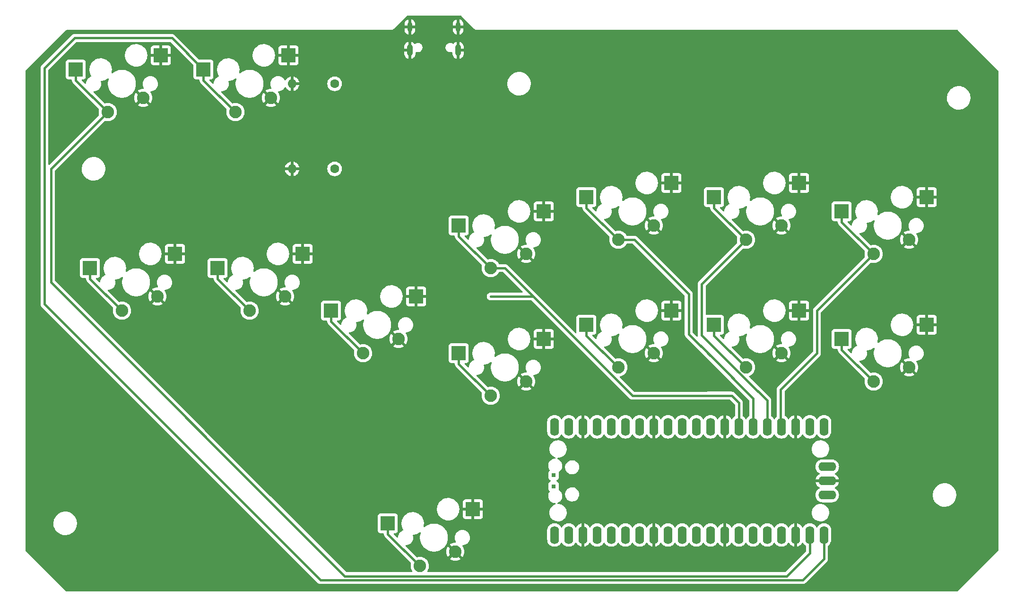
<source format=gbr>
%TF.GenerationSoftware,KiCad,Pcbnew,6.0.8-f2edbf62ab~116~ubuntu22.04.1*%
%TF.CreationDate,2022-10-10T15:37:58-06:00*%
%TF.ProjectId,PPP_pcb,5050505f-7063-4622-9e6b-696361645f70,rev?*%
%TF.SameCoordinates,Original*%
%TF.FileFunction,Copper,L2,Bot*%
%TF.FilePolarity,Positive*%
%FSLAX46Y46*%
G04 Gerber Fmt 4.6, Leading zero omitted, Abs format (unit mm)*
G04 Created by KiCad (PCBNEW 6.0.8-f2edbf62ab~116~ubuntu22.04.1) date 2022-10-10 15:37:58*
%MOMM*%
%LPD*%
G01*
G04 APERTURE LIST*
%TA.AperFunction,ComponentPad*%
%ADD10C,2.247900*%
%TD*%
%TA.AperFunction,SMDPad,CuDef*%
%ADD11R,2.550000X2.500000*%
%TD*%
%TA.AperFunction,ComponentPad*%
%ADD12O,1.050000X2.100000*%
%TD*%
%TA.AperFunction,ComponentPad*%
%ADD13O,0.900000X1.800000*%
%TD*%
%TA.AperFunction,ComponentPad*%
%ADD14C,1.600000*%
%TD*%
%TA.AperFunction,ComponentPad*%
%ADD15O,1.600000X1.600000*%
%TD*%
%TA.AperFunction,ComponentPad*%
%ADD16O,1.600000X3.200000*%
%TD*%
%TA.AperFunction,ComponentPad*%
%ADD17O,3.200000X1.600000*%
%TD*%
%TA.AperFunction,ComponentPad*%
%ADD18R,0.800000X0.800000*%
%TD*%
%TA.AperFunction,Conductor*%
%ADD19C,0.400000*%
%TD*%
G04 APERTURE END LIST*
D10*
%TO.P,U$15,P$1,PIN2*%
%TO.N,GND*%
X214630000Y-93980000D03*
%TO.P,U$15,P$2,PIN1*%
%TO.N,/R2*%
X208280000Y-96520000D03*
D11*
%TO.P,U$15,P$3,PIN1*%
X202565000Y-88900000D03*
%TO.P,U$15,P$4,PIN2*%
%TO.N,GND*%
X217805000Y-86360000D03*
%TD*%
D10*
%TO.P,U$13,P$1,PIN2*%
%TO.N,GND*%
X168910000Y-99060000D03*
%TO.P,U$13,P$2,PIN1*%
%TO.N,/B1*%
X162560000Y-101600000D03*
D11*
%TO.P,U$13,P$3,PIN1*%
X156845000Y-93980000D03*
%TO.P,U$13,P$4,PIN2*%
%TO.N,GND*%
X172085000Y-91440000D03*
%TD*%
D10*
%TO.P,U$12,P$1,PIN2*%
%TO.N,GND*%
X237490000Y-73660000D03*
%TO.P,U$12,P$2,PIN1*%
%TO.N,/L1*%
X231140000Y-76200000D03*
D11*
%TO.P,U$12,P$3,PIN1*%
X225425000Y-68580000D03*
%TO.P,U$12,P$4,PIN2*%
%TO.N,GND*%
X240665000Y-66040000D03*
%TD*%
D10*
%TO.P,U$10,P$1,PIN2*%
%TO.N,GND*%
X191770000Y-71120000D03*
%TO.P,U$10,P$2,PIN1*%
%TO.N,/B4*%
X185420000Y-73660000D03*
D11*
%TO.P,U$10,P$3,PIN1*%
X179705000Y-66040000D03*
%TO.P,U$10,P$4,PIN2*%
%TO.N,GND*%
X194945000Y-63500000D03*
%TD*%
D12*
%TO.P,J5,SHIELD1,SHIELD*%
%TO.N,GND*%
X156720000Y-39740000D03*
D13*
%TO.P,J5,SHIELD2,SHIELD*%
X156720000Y-35560000D03*
D12*
%TO.P,J5,SHIELD3,SHIELD*%
X148080000Y-39740000D03*
D13*
%TO.P,J5,SHIELD4,SHIELD*%
X148080000Y-35560000D03*
%TD*%
D14*
%TO.P,R3,1*%
%TO.N,Net-(J5-PadB5)*%
X134620000Y-45720000D03*
D15*
%TO.P,R3,2*%
%TO.N,GND*%
X127000000Y-45720000D03*
%TD*%
D10*
%TO.P,U$16,P$1,PIN2*%
%TO.N,GND*%
X237490000Y-96520000D03*
%TO.P,U$16,P$2,PIN1*%
%TO.N,/L2*%
X231140000Y-99060000D03*
D11*
%TO.P,U$16,P$3,PIN1*%
X225425000Y-91440000D03*
%TO.P,U$16,P$4,PIN2*%
%TO.N,GND*%
X240665000Y-88900000D03*
%TD*%
D14*
%TO.P,R1,1*%
%TO.N,Net-(J5-PadA5)*%
X134620000Y-60960000D03*
D15*
%TO.P,R1,2*%
%TO.N,GND*%
X127000000Y-60960000D03*
%TD*%
D10*
%TO.P,U$11,P$1,PIN2*%
%TO.N,GND*%
X214630000Y-71120000D03*
%TO.P,U$11,P$2,PIN1*%
%TO.N,/R1*%
X208280000Y-73660000D03*
D11*
%TO.P,U$11,P$3,PIN1*%
X202565000Y-66040000D03*
%TO.P,U$11,P$4,PIN2*%
%TO.N,GND*%
X217805000Y-63500000D03*
%TD*%
D10*
%TO.P,U$18,P$1,PIN2*%
%TO.N,GND*%
X100330000Y-48260000D03*
%TO.P,U$18,P$2,PIN1*%
%TO.N,/S2*%
X93980000Y-50800000D03*
D11*
%TO.P,U$18,P$3,PIN1*%
X88265000Y-43180000D03*
%TO.P,U$18,P$4,PIN2*%
%TO.N,GND*%
X103505000Y-40640000D03*
%TD*%
D10*
%TO.P,U$6,P$1,PIN2*%
%TO.N,GND*%
X156210000Y-129540000D03*
%TO.P,U$6,P$2,PIN1*%
%TO.N,/UP*%
X149860000Y-132080000D03*
D11*
%TO.P,U$6,P$3,PIN1*%
X144145000Y-124460000D03*
%TO.P,U$6,P$4,PIN2*%
%TO.N,GND*%
X159385000Y-121920000D03*
%TD*%
D10*
%TO.P,U$14,P$1,PIN2*%
%TO.N,GND*%
X191770000Y-93980000D03*
%TO.P,U$14,P$2,PIN1*%
%TO.N,/B2*%
X185420000Y-96520000D03*
D11*
%TO.P,U$14,P$3,PIN1*%
X179705000Y-88900000D03*
%TO.P,U$14,P$4,PIN2*%
%TO.N,GND*%
X194945000Y-86360000D03*
%TD*%
D10*
%TO.P,U$2,P$1,PIN2*%
%TO.N,GND*%
X102870000Y-83820000D03*
%TO.P,U$2,P$2,PIN1*%
%TO.N,/LEFT*%
X96520000Y-86360000D03*
D11*
%TO.P,U$2,P$3,PIN1*%
X90805000Y-78740000D03*
%TO.P,U$2,P$4,PIN2*%
%TO.N,GND*%
X106045000Y-76200000D03*
%TD*%
D10*
%TO.P,U$8,P$1,PIN2*%
%TO.N,GND*%
X123190000Y-48260000D03*
%TO.P,U$8,P$2,PIN1*%
%TO.N,/S1*%
X116840000Y-50800000D03*
D11*
%TO.P,U$8,P$3,PIN1*%
X111125000Y-43180000D03*
%TO.P,U$8,P$4,PIN2*%
%TO.N,GND*%
X126365000Y-40640000D03*
%TD*%
D10*
%TO.P,U$4,P$1,PIN2*%
%TO.N,GND*%
X125730000Y-83820000D03*
%TO.P,U$4,P$2,PIN1*%
%TO.N,/DOWN*%
X119380000Y-86360000D03*
D11*
%TO.P,U$4,P$3,PIN1*%
X113665000Y-78740000D03*
%TO.P,U$4,P$4,PIN2*%
%TO.N,GND*%
X128905000Y-76200000D03*
%TD*%
D10*
%TO.P,U$9,P$1,PIN2*%
%TO.N,GND*%
X168910000Y-76200000D03*
%TO.P,U$9,P$2,PIN1*%
%TO.N,/B3*%
X162560000Y-78740000D03*
D11*
%TO.P,U$9,P$3,PIN1*%
X156845000Y-71120000D03*
%TO.P,U$9,P$4,PIN2*%
%TO.N,GND*%
X172085000Y-68580000D03*
%TD*%
D10*
%TO.P,U$5,P$1,PIN2*%
%TO.N,GND*%
X146050000Y-91440000D03*
%TO.P,U$5,P$2,PIN1*%
%TO.N,/RIGHT*%
X139700000Y-93980000D03*
D11*
%TO.P,U$5,P$3,PIN1*%
X133985000Y-86360000D03*
%TO.P,U$5,P$4,PIN2*%
%TO.N,GND*%
X149225000Y-83820000D03*
%TD*%
D16*
%TO.P,J1,3V3,3V3*%
%TO.N,unconnected-(J1-Pad3V3)*%
X184150000Y-126530000D03*
%TO.P,J1,3V3_EN,3V3_EN*%
%TO.N,unconnected-(J1-Pad3V3_EN)*%
X181610000Y-126530000D03*
%TO.P,J1,ADC_VREF,ADC_VREF*%
%TO.N,unconnected-(J1-PadADC_VREF)*%
X186690000Y-126530000D03*
%TO.P,J1,AGND,AGND*%
%TO.N,GND*%
X191770000Y-126530000D03*
%TO.P,J1,GND@1,GND*%
X179070000Y-107150000D03*
%TO.P,J1,GND@2,GND*%
X191770000Y-107150000D03*
%TO.P,J1,GND@3,GND*%
X204470000Y-107150000D03*
%TO.P,J1,GND@4,GND*%
X217170000Y-107150000D03*
D17*
%TO.P,J1,GND@5,GND*%
X222820000Y-116840000D03*
D16*
%TO.P,J1,GND@6,GND*%
X217170000Y-126530000D03*
%TO.P,J1,GND@7,GND*%
X204470000Y-126530000D03*
%TO.P,J1,GND@8,GND*%
X179070000Y-126530000D03*
%TO.P,J1,GP0,GP0*%
%TO.N,unconnected-(J1-PadGP0)*%
X173990000Y-107150000D03*
%TO.P,J1,GP1,GP1*%
%TO.N,unconnected-(J1-PadGP1)*%
X176530000Y-107150000D03*
%TO.P,J1,GP2,GP2*%
%TO.N,/UP*%
X181610000Y-107150000D03*
%TO.P,J1,GP3,GP3*%
%TO.N,/DOWN*%
X184150000Y-107150000D03*
%TO.P,J1,GP4,GP4*%
%TO.N,/RIGHT*%
X186690000Y-107150000D03*
%TO.P,J1,GP5,GP5*%
%TO.N,/LEFT*%
X189230000Y-107150000D03*
%TO.P,J1,GP6,GP6*%
%TO.N,/B1*%
X194310000Y-107150000D03*
%TO.P,J1,GP7,GP7*%
%TO.N,/B2*%
X196850000Y-107150000D03*
%TO.P,J1,GP8,GP8*%
%TO.N,/R2*%
X199390000Y-107150000D03*
%TO.P,J1,GP9,GP9*%
%TO.N,/L2*%
X201930000Y-107150000D03*
%TO.P,J1,GP10,GP10*%
%TO.N,/B3*%
X207010000Y-107150000D03*
%TO.P,J1,GP11,GP11*%
%TO.N,/B4*%
X209550000Y-107150000D03*
%TO.P,J1,GP12,GP12*%
%TO.N,/R1*%
X212090000Y-107150000D03*
%TO.P,J1,GP13,GP13*%
%TO.N,/L1*%
X214630000Y-107150000D03*
%TO.P,J1,GP14,GP14*%
%TO.N,unconnected-(J1-PadGP14)*%
X219710000Y-107150000D03*
%TO.P,J1,GP15,GP15*%
%TO.N,unconnected-(J1-PadGP15)*%
X222250000Y-107150000D03*
%TO.P,J1,GP16,GP16*%
%TO.N,/S1*%
X222250000Y-126530000D03*
%TO.P,J1,GP17,GP17*%
%TO.N,/S2*%
X219710000Y-126530000D03*
%TO.P,J1,GP18,GP18*%
%TO.N,unconnected-(J1-PadGP18)*%
X214630000Y-126530000D03*
%TO.P,J1,GP19,GP19*%
%TO.N,unconnected-(J1-PadGP19)*%
X212090000Y-126530000D03*
%TO.P,J1,GP20,GP20*%
%TO.N,unconnected-(J1-PadGP20)*%
X209550000Y-126530000D03*
%TO.P,J1,GP21,GP21*%
%TO.N,unconnected-(J1-PadGP21)*%
X207010000Y-126530000D03*
%TO.P,J1,GP22,GP22*%
%TO.N,unconnected-(J1-PadGP22)*%
X201930000Y-126530000D03*
%TO.P,J1,GP26_A0,GP26_A0*%
%TO.N,unconnected-(J1-PadGP26_A0)*%
X196850000Y-126530000D03*
%TO.P,J1,GP27_A1,GP27_A1*%
%TO.N,unconnected-(J1-PadGP27_A1)*%
X194310000Y-126530000D03*
%TO.P,J1,GP28_A2,GP28_A2*%
%TO.N,unconnected-(J1-PadGP28_A2)*%
X189230000Y-126530000D03*
%TO.P,J1,RUN,RUN*%
%TO.N,unconnected-(J1-PadRUN)*%
X199390000Y-126530000D03*
D17*
%TO.P,J1,SWCLK,SWCLK*%
%TO.N,unconnected-(J1-PadSWCLK)*%
X222820000Y-114300000D03*
%TO.P,J1,SWDIO,SWDIO*%
%TO.N,unconnected-(J1-PadSWDIO)*%
X222820000Y-119380000D03*
D18*
%TO.P,J1,TP2,D+*%
%TO.N,/D-*%
X173820000Y-117840000D03*
%TO.P,J1,TP3,D-*%
%TO.N,/D+*%
X173820000Y-115840000D03*
D16*
%TO.P,J1,VBUS,VBUS*%
%TO.N,+5V*%
X173990000Y-126530000D03*
%TO.P,J1,VSYS,VSYS*%
%TO.N,VCC*%
X176530000Y-126530000D03*
%TD*%
D19*
%TO.N,GND*%
X125536507Y-60960000D02*
X127000000Y-60960000D01*
X122317143Y-50402857D02*
X122185652Y-50402857D01*
%TO.N,/UP*%
X149860000Y-132080000D02*
X144145000Y-126365000D01*
X144145000Y-126365000D02*
X144145000Y-124460000D01*
%TO.N,/DOWN*%
X113665000Y-80645000D02*
X113665000Y-78740000D01*
X119380000Y-86360000D02*
X113665000Y-80645000D01*
%TO.N,/RIGHT*%
X139700000Y-93980000D02*
X133985000Y-88265000D01*
X133985000Y-88265000D02*
X133985000Y-86360000D01*
%TO.N,/LEFT*%
X96520000Y-86360000D02*
X90805000Y-80645000D01*
X90805000Y-80645000D02*
X90805000Y-78740000D01*
%TO.N,/B1*%
X162560000Y-101600000D02*
X156845000Y-95885000D01*
X156845000Y-95885000D02*
X156845000Y-93980000D01*
%TO.N,/B2*%
X179705000Y-90805000D02*
X179705000Y-88900000D01*
X185420000Y-96520000D02*
X179705000Y-90805000D01*
%TO.N,/R1*%
X208280000Y-73660000D02*
X200366400Y-81573600D01*
X208280000Y-73660000D02*
X202565000Y-67945000D01*
X200366400Y-81573600D02*
X200366400Y-90761591D01*
X212090000Y-102465780D02*
X212090000Y-107950000D01*
X208724686Y-99119877D02*
X208744097Y-99119877D01*
X202565000Y-67945000D02*
X202565000Y-66040000D01*
X208744097Y-99119877D02*
X212090000Y-102465780D01*
X200366400Y-90761591D02*
X208724686Y-99119877D01*
%TO.N,/L1*%
X220980000Y-93980000D02*
X214496442Y-100463558D01*
X220980000Y-86360000D02*
X220980000Y-93980000D01*
X225425000Y-70485000D02*
X225425000Y-68580000D01*
X214496442Y-100463558D02*
X214496442Y-107816442D01*
X231140000Y-76200000D02*
X220980000Y-86360000D01*
X231140000Y-76200000D02*
X225425000Y-70485000D01*
%TO.N,/S1*%
X105474727Y-37529727D02*
X88027379Y-37529727D01*
X111125000Y-43180000D02*
X105474727Y-37529727D01*
X218440000Y-134620000D02*
X222250000Y-130810000D01*
X111125000Y-43180000D02*
X111125000Y-45085000D01*
X82645031Y-42912075D02*
X82645031Y-85185031D01*
X111125000Y-45085000D02*
X116840000Y-50800000D01*
X222250000Y-130810000D02*
X222250000Y-125730000D01*
X82645031Y-85185031D02*
X132080000Y-134620000D01*
X132080000Y-134620000D02*
X218440000Y-134620000D01*
X88027379Y-37529727D02*
X82645031Y-42912075D01*
%TO.N,/S2*%
X136445908Y-133905908D02*
X215575444Y-133905908D01*
X83820000Y-81280000D02*
X136445908Y-133905908D01*
X219709312Y-129772040D02*
X219709312Y-125730688D01*
X93980000Y-50800000D02*
X88265000Y-45085000D01*
X219709312Y-125730688D02*
X219710000Y-125730000D01*
X88265000Y-45085000D02*
X88265000Y-43180000D01*
X215575444Y-133905908D02*
X219709312Y-129772040D01*
X93980000Y-50800000D02*
X83820000Y-60960000D01*
X83820000Y-60960000D02*
X83820000Y-81280000D01*
%TO.N,/B3*%
X162560000Y-78740000D02*
X156845000Y-73025000D01*
X170180000Y-83820000D02*
X187960000Y-101600000D01*
X201437746Y-101579310D02*
X205720418Y-101579310D01*
X201417056Y-101600000D02*
X201437746Y-101579310D01*
X165100000Y-78740000D02*
X162560000Y-78740000D01*
X187960000Y-101600000D02*
X201417056Y-101600000D01*
X207010000Y-102868892D02*
X207010000Y-107950000D01*
X205720418Y-101579310D02*
X207010000Y-102868892D01*
X156845000Y-73025000D02*
X156845000Y-71120000D01*
X170180000Y-83820000D02*
X165100000Y-78740000D01*
X162560000Y-83820000D02*
X170180000Y-83820000D01*
%TO.N,/B4*%
X201451002Y-93989235D02*
X202320883Y-94859117D01*
X185420000Y-73660000D02*
X179705000Y-67945000D01*
X185420000Y-73660000D02*
X188310839Y-73660000D01*
X198011750Y-90549984D02*
X202320883Y-94859117D01*
X209550000Y-102088233D02*
X209550000Y-107950000D01*
X198011750Y-83360911D02*
X198011750Y-90549984D01*
X179705000Y-67945000D02*
X179705000Y-66040000D01*
X188310839Y-73660000D02*
X198011750Y-83360911D01*
X202320883Y-94859117D02*
X209550000Y-102088233D01*
%TO.N,/L2*%
X225425000Y-93345000D02*
X225425000Y-91440000D01*
X231140000Y-99060000D02*
X225425000Y-93345000D01*
%TO.N,/R2*%
X202565000Y-90805000D02*
X202565000Y-88900000D01*
X208280000Y-96520000D02*
X202565000Y-90805000D01*
%TD*%
%TA.AperFunction,Conductor*%
%TO.N,GND*%
G36*
X157285304Y-33548502D02*
G01*
X157306278Y-33565405D01*
X159610180Y-35869308D01*
X159617800Y-35878845D01*
X159618169Y-35878531D01*
X159623984Y-35885364D01*
X159628776Y-35892958D01*
X159640799Y-35903576D01*
X159669116Y-35928585D01*
X159674803Y-35933931D01*
X159686254Y-35945382D01*
X159694638Y-35951666D01*
X159702463Y-35958037D01*
X159737951Y-35989378D01*
X159746075Y-35993192D01*
X159748553Y-35994820D01*
X159763534Y-36003822D01*
X159766115Y-36005235D01*
X159773295Y-36010616D01*
X159817650Y-36027244D01*
X159826948Y-36031162D01*
X159869800Y-36051281D01*
X159878666Y-36052662D01*
X159881467Y-36053518D01*
X159898404Y-36057962D01*
X159901284Y-36058595D01*
X159909684Y-36061744D01*
X159918629Y-36062409D01*
X159918630Y-36062409D01*
X159956889Y-36065252D01*
X159966937Y-36066406D01*
X159970856Y-36067016D01*
X159980386Y-36068500D01*
X159995923Y-36068500D01*
X160005261Y-36068847D01*
X160045990Y-36071874D01*
X160045991Y-36071874D01*
X160054941Y-36072539D01*
X160063716Y-36070666D01*
X160071973Y-36070103D01*
X160087162Y-36068500D01*
X246117183Y-36068500D01*
X246185304Y-36088502D01*
X246206278Y-36105405D01*
X253454595Y-43353722D01*
X253488621Y-43416034D01*
X253491500Y-43442817D01*
X253491500Y-129277182D01*
X253471498Y-129345303D01*
X253454595Y-129366277D01*
X246206278Y-136614595D01*
X246143966Y-136648621D01*
X246117183Y-136651500D01*
X86622818Y-136651500D01*
X86554697Y-136631498D01*
X86533723Y-136614595D01*
X79285405Y-129366278D01*
X79251379Y-129303966D01*
X79248500Y-129277183D01*
X79248500Y-124592703D01*
X84250743Y-124592703D01*
X84288268Y-124877734D01*
X84364129Y-125155036D01*
X84365813Y-125158984D01*
X84474609Y-125414050D01*
X84476923Y-125419476D01*
X84523080Y-125496598D01*
X84620855Y-125659968D01*
X84624561Y-125666161D01*
X84804313Y-125890528D01*
X84856882Y-125940414D01*
X84996874Y-126073261D01*
X85012851Y-126088423D01*
X85246317Y-126256186D01*
X85250112Y-126258195D01*
X85250113Y-126258196D01*
X85271869Y-126269715D01*
X85500392Y-126390712D01*
X85617578Y-126433596D01*
X85763520Y-126487003D01*
X85770373Y-126489511D01*
X86051264Y-126550755D01*
X86077160Y-126552793D01*
X86274282Y-126568307D01*
X86274291Y-126568307D01*
X86276739Y-126568500D01*
X86432271Y-126568500D01*
X86434407Y-126568354D01*
X86434418Y-126568354D01*
X86642548Y-126554165D01*
X86642554Y-126554164D01*
X86646825Y-126553873D01*
X86651020Y-126553004D01*
X86651022Y-126553004D01*
X86787584Y-126524723D01*
X86928342Y-126495574D01*
X87199343Y-126399607D01*
X87314103Y-126340375D01*
X87451005Y-126269715D01*
X87451006Y-126269715D01*
X87454812Y-126267750D01*
X87458313Y-126265289D01*
X87458317Y-126265287D01*
X87594565Y-126169530D01*
X87690023Y-126102441D01*
X87780332Y-126018521D01*
X87897479Y-125909661D01*
X87897481Y-125909658D01*
X87900622Y-125906740D01*
X88082713Y-125684268D01*
X88232927Y-125439142D01*
X88348483Y-125175898D01*
X88375181Y-125082176D01*
X88407308Y-124969391D01*
X88427244Y-124899406D01*
X88467751Y-124614784D01*
X88467845Y-124596951D01*
X88469235Y-124331583D01*
X88469235Y-124331576D01*
X88469257Y-124327297D01*
X88431732Y-124042266D01*
X88412728Y-123972797D01*
X88380960Y-123856676D01*
X88355871Y-123764964D01*
X88327427Y-123698279D01*
X88244763Y-123504476D01*
X88244761Y-123504472D01*
X88243077Y-123500524D01*
X88106519Y-123272352D01*
X88097643Y-123257521D01*
X88097640Y-123257517D01*
X88095439Y-123253839D01*
X87915687Y-123029472D01*
X87730693Y-122853919D01*
X87710258Y-122834527D01*
X87710255Y-122834525D01*
X87707149Y-122831577D01*
X87496882Y-122680484D01*
X87477172Y-122666321D01*
X87477171Y-122666320D01*
X87473683Y-122663814D01*
X87451843Y-122652250D01*
X87428654Y-122639972D01*
X87219608Y-122529288D01*
X87008715Y-122452112D01*
X86953658Y-122431964D01*
X86953656Y-122431963D01*
X86949627Y-122430489D01*
X86668736Y-122369245D01*
X86637685Y-122366801D01*
X86445718Y-122351693D01*
X86445709Y-122351693D01*
X86443261Y-122351500D01*
X86287729Y-122351500D01*
X86285593Y-122351646D01*
X86285582Y-122351646D01*
X86077452Y-122365835D01*
X86077446Y-122365836D01*
X86073175Y-122366127D01*
X86068980Y-122366996D01*
X86068978Y-122366996D01*
X85932417Y-122395276D01*
X85791658Y-122424426D01*
X85520657Y-122520393D01*
X85516848Y-122522359D01*
X85329311Y-122619154D01*
X85265188Y-122652250D01*
X85261687Y-122654711D01*
X85261683Y-122654713D01*
X85185501Y-122708255D01*
X85029977Y-122817559D01*
X85015383Y-122831121D01*
X84853598Y-122981461D01*
X84819378Y-123013260D01*
X84637287Y-123235732D01*
X84487073Y-123480858D01*
X84371517Y-123744102D01*
X84370342Y-123748229D01*
X84370341Y-123748230D01*
X84343602Y-123842099D01*
X84292756Y-124020594D01*
X84252249Y-124305216D01*
X84252227Y-124309505D01*
X84252226Y-124309512D01*
X84251093Y-124525873D01*
X84250743Y-124592703D01*
X79248500Y-124592703D01*
X79248500Y-85222383D01*
X81932306Y-85222383D01*
X81941662Y-85275988D01*
X81943292Y-85285330D01*
X81944254Y-85291852D01*
X81951929Y-85355273D01*
X81954612Y-85362374D01*
X81955253Y-85364983D01*
X81959716Y-85381293D01*
X81960481Y-85383829D01*
X81961788Y-85391315D01*
X81964842Y-85398272D01*
X81987473Y-85449826D01*
X81989964Y-85455930D01*
X82012544Y-85515687D01*
X82016848Y-85521950D01*
X82018085Y-85524316D01*
X82026330Y-85539128D01*
X82027663Y-85541382D01*
X82030716Y-85548336D01*
X82066834Y-85595404D01*
X82069610Y-85599022D01*
X82073490Y-85604363D01*
X82105370Y-85650751D01*
X82105375Y-85650756D01*
X82109674Y-85657012D01*
X82115344Y-85662063D01*
X82115345Y-85662065D01*
X82156201Y-85698466D01*
X82161477Y-85703447D01*
X131558550Y-135100520D01*
X131564404Y-135106785D01*
X131602439Y-135150385D01*
X131608657Y-135154755D01*
X131654697Y-135187112D01*
X131659993Y-135191045D01*
X131710282Y-135230477D01*
X131717204Y-135233602D01*
X131719452Y-135234964D01*
X131734185Y-135243368D01*
X131736524Y-135244622D01*
X131742739Y-135248990D01*
X131749815Y-135251749D01*
X131749819Y-135251751D01*
X131802274Y-135272202D01*
X131808352Y-135274757D01*
X131866574Y-135301045D01*
X131874045Y-135302429D01*
X131876599Y-135303230D01*
X131892878Y-135307867D01*
X131895433Y-135308523D01*
X131902509Y-135311282D01*
X131923262Y-135314014D01*
X131965851Y-135319621D01*
X131972367Y-135320653D01*
X132025865Y-135330568D01*
X132035187Y-135332296D01*
X132042767Y-135331859D01*
X132042768Y-135331859D01*
X132097398Y-135328709D01*
X132104651Y-135328500D01*
X218411088Y-135328500D01*
X218419658Y-135328792D01*
X218469776Y-135332209D01*
X218469780Y-135332209D01*
X218477352Y-135332725D01*
X218484829Y-135331420D01*
X218484830Y-135331420D01*
X218511308Y-135326799D01*
X218540303Y-135321738D01*
X218546821Y-135320777D01*
X218610242Y-135313102D01*
X218617343Y-135310419D01*
X218619952Y-135309778D01*
X218636262Y-135305315D01*
X218638798Y-135304550D01*
X218646284Y-135303243D01*
X218704800Y-135277556D01*
X218710904Y-135275065D01*
X218711717Y-135274758D01*
X218770656Y-135252487D01*
X218776919Y-135248183D01*
X218779285Y-135246946D01*
X218794097Y-135238701D01*
X218796351Y-135237368D01*
X218803305Y-135234315D01*
X218854002Y-135195413D01*
X218859332Y-135191541D01*
X218905720Y-135159661D01*
X218905725Y-135159656D01*
X218911981Y-135155357D01*
X218953436Y-135108829D01*
X218958416Y-135103554D01*
X222730520Y-131331450D01*
X222736785Y-131325596D01*
X222774660Y-131292555D01*
X222780385Y-131287561D01*
X222817114Y-131235300D01*
X222821046Y-131230005D01*
X222855791Y-131185694D01*
X222860477Y-131179718D01*
X222863602Y-131172796D01*
X222864964Y-131170548D01*
X222873368Y-131155815D01*
X222874622Y-131153476D01*
X222878990Y-131147261D01*
X222881749Y-131140185D01*
X222881751Y-131140181D01*
X222902200Y-131087731D01*
X222904749Y-131081666D01*
X222931045Y-131023427D01*
X222932429Y-131015962D01*
X222933226Y-131013418D01*
X222937859Y-130997152D01*
X222938521Y-130994572D01*
X222941282Y-130987491D01*
X222949622Y-130924143D01*
X222950653Y-130917629D01*
X222960912Y-130862278D01*
X222962296Y-130854813D01*
X222958709Y-130792602D01*
X222958500Y-130785349D01*
X222958500Y-128496878D01*
X222978502Y-128428757D01*
X223012229Y-128393665D01*
X223089789Y-128339357D01*
X223089792Y-128339355D01*
X223094300Y-128336198D01*
X223256198Y-128174300D01*
X223387523Y-127986749D01*
X223389846Y-127981767D01*
X223389849Y-127981762D01*
X223481961Y-127784225D01*
X223481961Y-127784224D01*
X223484284Y-127779243D01*
X223543543Y-127558087D01*
X223552254Y-127458520D01*
X223558262Y-127389851D01*
X223558262Y-127389844D01*
X223558500Y-127387127D01*
X223558500Y-125672873D01*
X223556914Y-125654739D01*
X223544022Y-125507393D01*
X223543543Y-125501913D01*
X223533049Y-125462750D01*
X223485707Y-125286067D01*
X223485706Y-125286065D01*
X223484284Y-125280757D01*
X223455110Y-125218193D01*
X223389849Y-125078238D01*
X223389846Y-125078233D01*
X223387523Y-125073251D01*
X223265795Y-124899406D01*
X223259357Y-124890211D01*
X223259355Y-124890208D01*
X223256198Y-124885700D01*
X223094300Y-124723802D01*
X223089792Y-124720645D01*
X223089789Y-124720643D01*
X222944679Y-124619036D01*
X222906749Y-124592477D01*
X222901767Y-124590154D01*
X222901762Y-124590151D01*
X222704225Y-124498039D01*
X222704224Y-124498039D01*
X222699243Y-124495716D01*
X222693935Y-124494294D01*
X222693933Y-124494293D01*
X222483402Y-124437881D01*
X222483400Y-124437881D01*
X222478087Y-124436457D01*
X222250000Y-124416502D01*
X222021913Y-124436457D01*
X222016600Y-124437881D01*
X222016598Y-124437881D01*
X221806067Y-124494293D01*
X221806065Y-124494294D01*
X221800757Y-124495716D01*
X221795776Y-124498039D01*
X221795775Y-124498039D01*
X221598238Y-124590151D01*
X221598233Y-124590154D01*
X221593251Y-124592477D01*
X221555321Y-124619036D01*
X221410211Y-124720643D01*
X221410208Y-124720645D01*
X221405700Y-124723802D01*
X221243802Y-124885700D01*
X221240645Y-124890208D01*
X221240643Y-124890211D01*
X221234205Y-124899406D01*
X221112477Y-125073251D01*
X221110154Y-125078233D01*
X221110151Y-125078238D01*
X221094195Y-125112457D01*
X221047278Y-125165742D01*
X220979001Y-125185203D01*
X220911041Y-125164661D01*
X220865805Y-125112457D01*
X220849849Y-125078238D01*
X220849846Y-125078233D01*
X220847523Y-125073251D01*
X220725795Y-124899406D01*
X220719357Y-124890211D01*
X220719355Y-124890208D01*
X220716198Y-124885700D01*
X220554300Y-124723802D01*
X220549792Y-124720645D01*
X220549789Y-124720643D01*
X220404679Y-124619036D01*
X220366749Y-124592477D01*
X220361767Y-124590154D01*
X220361762Y-124590151D01*
X220164225Y-124498039D01*
X220164224Y-124498039D01*
X220159243Y-124495716D01*
X220153935Y-124494294D01*
X220153933Y-124494293D01*
X219943402Y-124437881D01*
X219943400Y-124437881D01*
X219938087Y-124436457D01*
X219710000Y-124416502D01*
X219481913Y-124436457D01*
X219476600Y-124437881D01*
X219476598Y-124437881D01*
X219266067Y-124494293D01*
X219266065Y-124494294D01*
X219260757Y-124495716D01*
X219255776Y-124498039D01*
X219255775Y-124498039D01*
X219058238Y-124590151D01*
X219058233Y-124590154D01*
X219053251Y-124592477D01*
X219015321Y-124619036D01*
X218870211Y-124720643D01*
X218870208Y-124720645D01*
X218865700Y-124723802D01*
X218703802Y-124885700D01*
X218700645Y-124890208D01*
X218700643Y-124890211D01*
X218694205Y-124899406D01*
X218572477Y-125073251D01*
X218570154Y-125078233D01*
X218570151Y-125078238D01*
X218553919Y-125113049D01*
X218507002Y-125166334D01*
X218438725Y-125185795D01*
X218370765Y-125165253D01*
X218325529Y-125113049D01*
X218309414Y-125078489D01*
X218303931Y-125068993D01*
X218178972Y-124890533D01*
X218171916Y-124882125D01*
X218017875Y-124728084D01*
X218009467Y-124721028D01*
X217831007Y-124596069D01*
X217821511Y-124590586D01*
X217624053Y-124498510D01*
X217613761Y-124494764D01*
X217441497Y-124448606D01*
X217427401Y-124448942D01*
X217424000Y-124456884D01*
X217424000Y-128597967D01*
X217427973Y-128611498D01*
X217436522Y-128612727D01*
X217613761Y-128565236D01*
X217624053Y-128561490D01*
X217821511Y-128469414D01*
X217831007Y-128463931D01*
X218009467Y-128338972D01*
X218017875Y-128331916D01*
X218171916Y-128177875D01*
X218178972Y-128169467D01*
X218303931Y-127991007D01*
X218309414Y-127981511D01*
X218325529Y-127946951D01*
X218372446Y-127893666D01*
X218440723Y-127874205D01*
X218508683Y-127894747D01*
X218553919Y-127946951D01*
X218570151Y-127981762D01*
X218570154Y-127981767D01*
X218572477Y-127986749D01*
X218703802Y-128174300D01*
X218865700Y-128336198D01*
X218870209Y-128339355D01*
X218870211Y-128339357D01*
X218898836Y-128359400D01*
X218927769Y-128379659D01*
X218947083Y-128393183D01*
X218991411Y-128448640D01*
X219000812Y-128496396D01*
X219000812Y-129426380D01*
X218980810Y-129494501D01*
X218963907Y-129515475D01*
X215318879Y-133160503D01*
X215256567Y-133194529D01*
X215229784Y-133197408D01*
X151314824Y-133197408D01*
X151246703Y-133177406D01*
X151200210Y-133123750D01*
X151190106Y-133053476D01*
X151207391Y-133005573D01*
X151316435Y-132827629D01*
X151319021Y-132823409D01*
X151417353Y-132586015D01*
X151438377Y-132498443D01*
X151476183Y-132340974D01*
X151476184Y-132340968D01*
X151477338Y-132336161D01*
X151497498Y-132080000D01*
X151477338Y-131823839D01*
X151476184Y-131819032D01*
X151476183Y-131819026D01*
X151418508Y-131578797D01*
X151417353Y-131573985D01*
X151319021Y-131336591D01*
X151184764Y-131117503D01*
X151181552Y-131113743D01*
X151181549Y-131113738D01*
X151021099Y-130925876D01*
X151017886Y-130922114D01*
X150999439Y-130906358D01*
X150949522Y-130863725D01*
X155251630Y-130863725D01*
X155255281Y-130868943D01*
X155462599Y-130995988D01*
X155471393Y-131000469D01*
X155699567Y-131094982D01*
X155708952Y-131098031D01*
X155949104Y-131155687D01*
X155958851Y-131157230D01*
X156205070Y-131176608D01*
X156214930Y-131176608D01*
X156461149Y-131157230D01*
X156470896Y-131155687D01*
X156711048Y-131098031D01*
X156720433Y-131094982D01*
X156948607Y-131000469D01*
X156957401Y-130995988D01*
X157163213Y-130869866D01*
X157168443Y-130861855D01*
X157162435Y-130851645D01*
X156222812Y-129912022D01*
X156208868Y-129904408D01*
X156207035Y-129904539D01*
X156200420Y-129908790D01*
X155259021Y-130850189D01*
X155251630Y-130863725D01*
X150949522Y-130863725D01*
X150826262Y-130758451D01*
X150826257Y-130758448D01*
X150822497Y-130755236D01*
X150603409Y-130620979D01*
X150598839Y-130619086D01*
X150598835Y-130619084D01*
X150370588Y-130524541D01*
X150370586Y-130524540D01*
X150366015Y-130522647D01*
X150264895Y-130498370D01*
X150120974Y-130463817D01*
X150120968Y-130463816D01*
X150116161Y-130462662D01*
X149860000Y-130442502D01*
X149603839Y-130462662D01*
X149599032Y-130463816D01*
X149599026Y-130463817D01*
X149382788Y-130515732D01*
X149311880Y-130512185D01*
X149264279Y-130482308D01*
X148326901Y-129544930D01*
X154573392Y-129544930D01*
X154592770Y-129791149D01*
X154594313Y-129800896D01*
X154651969Y-130041048D01*
X154655018Y-130050433D01*
X154749531Y-130278607D01*
X154754012Y-130287401D01*
X154880134Y-130493213D01*
X154888145Y-130498443D01*
X154898355Y-130492435D01*
X155837978Y-129552812D01*
X155845592Y-129538868D01*
X155845461Y-129537035D01*
X155841210Y-129530420D01*
X154899811Y-128589021D01*
X154886275Y-128581630D01*
X154881057Y-128585281D01*
X154754012Y-128792599D01*
X154749531Y-128801393D01*
X154655018Y-129029567D01*
X154651969Y-129038952D01*
X154594313Y-129279104D01*
X154592770Y-129288851D01*
X154573392Y-129535070D01*
X154573392Y-129544930D01*
X148326901Y-129544930D01*
X147351593Y-128569622D01*
X147317567Y-128507310D01*
X147322632Y-128436495D01*
X147365179Y-128379659D01*
X147430034Y-128354979D01*
X147490860Y-128349817D01*
X147544562Y-128345261D01*
X147544566Y-128345260D01*
X147549873Y-128344810D01*
X147555028Y-128343472D01*
X147555034Y-128343471D01*
X147768003Y-128288195D01*
X147768007Y-128288194D01*
X147773172Y-128286853D01*
X147778038Y-128284661D01*
X147778041Y-128284660D01*
X147978649Y-128194293D01*
X147983515Y-128192101D01*
X147987935Y-128189125D01*
X147987939Y-128189123D01*
X148163333Y-128071039D01*
X148174885Y-128063262D01*
X148341812Y-127904022D01*
X148434650Y-127779243D01*
X148476337Y-127723214D01*
X148476339Y-127723211D01*
X148479521Y-127718934D01*
X148534305Y-127611183D01*
X148581658Y-127518046D01*
X148581658Y-127518045D01*
X148584077Y-127513288D01*
X148621723Y-127392050D01*
X148650905Y-127298070D01*
X148650906Y-127298064D01*
X148652489Y-127292967D01*
X148682800Y-127064268D01*
X148674146Y-126833732D01*
X148628104Y-126614298D01*
X148633691Y-126543523D01*
X148676656Y-126487003D01*
X148742629Y-126462732D01*
X148787257Y-126459612D01*
X148865828Y-126454118D01*
X148865834Y-126454117D01*
X148870212Y-126453811D01*
X149144970Y-126395409D01*
X149149099Y-126393906D01*
X149149103Y-126393905D01*
X149404781Y-126300846D01*
X149404785Y-126300844D01*
X149408926Y-126299337D01*
X149656942Y-126167464D01*
X149769794Y-126085473D01*
X149841327Y-126033501D01*
X149908195Y-126009642D01*
X149977347Y-126025723D01*
X150026827Y-126076637D01*
X150040926Y-126146220D01*
X150032540Y-126181820D01*
X150015370Y-126225187D01*
X149937064Y-126530170D01*
X149897600Y-126842562D01*
X149897600Y-127157438D01*
X149937064Y-127469830D01*
X150015370Y-127774813D01*
X150131284Y-128067577D01*
X150133186Y-128071036D01*
X150133187Y-128071039D01*
X150280485Y-128338972D01*
X150282976Y-128343504D01*
X150350538Y-128436495D01*
X150444416Y-128565707D01*
X150468055Y-128598244D01*
X150683602Y-128827778D01*
X150926218Y-129028487D01*
X151192076Y-129197206D01*
X151195655Y-129198890D01*
X151195662Y-129198894D01*
X151473394Y-129329584D01*
X151473398Y-129329586D01*
X151476984Y-129331273D01*
X151776448Y-129428575D01*
X152085746Y-129487577D01*
X152179300Y-129493463D01*
X152319358Y-129502275D01*
X152319374Y-129502276D01*
X152321353Y-129502400D01*
X152478647Y-129502400D01*
X152480626Y-129502276D01*
X152480642Y-129502275D01*
X152620700Y-129493463D01*
X152714254Y-129487577D01*
X153023552Y-129428575D01*
X153323016Y-129331273D01*
X153326602Y-129329586D01*
X153326606Y-129329584D01*
X153604338Y-129198894D01*
X153604345Y-129198890D01*
X153607924Y-129197206D01*
X153873782Y-129028487D01*
X154116398Y-128827778D01*
X154331945Y-128598244D01*
X154355585Y-128565707D01*
X154449462Y-128436495D01*
X154517024Y-128343504D01*
X154519516Y-128338972D01*
X154585941Y-128218145D01*
X155251557Y-128218145D01*
X155257565Y-128228355D01*
X157520189Y-130490979D01*
X157533725Y-130498370D01*
X157538943Y-130494719D01*
X157665988Y-130287401D01*
X157670469Y-130278607D01*
X157764982Y-130050433D01*
X157768031Y-130041048D01*
X157825687Y-129800896D01*
X157827230Y-129791149D01*
X157846608Y-129544930D01*
X157846608Y-129535070D01*
X157827230Y-129288851D01*
X157825687Y-129279104D01*
X157768031Y-129038952D01*
X157764982Y-129029567D01*
X157670469Y-128801393D01*
X157665988Y-128792599D01*
X157536940Y-128582012D01*
X157531147Y-128574039D01*
X157520070Y-128561069D01*
X157491039Y-128496279D01*
X157501644Y-128426079D01*
X157548519Y-128372757D01*
X157605227Y-128353689D01*
X157646972Y-128350147D01*
X157704562Y-128345261D01*
X157704566Y-128345260D01*
X157709873Y-128344810D01*
X157715028Y-128343472D01*
X157715034Y-128343471D01*
X157928003Y-128288195D01*
X157928007Y-128288194D01*
X157933172Y-128286853D01*
X157938038Y-128284661D01*
X157938041Y-128284660D01*
X158138649Y-128194293D01*
X158143515Y-128192101D01*
X158147935Y-128189125D01*
X158147939Y-128189123D01*
X158323333Y-128071039D01*
X158334885Y-128063262D01*
X158501812Y-127904022D01*
X158594650Y-127779243D01*
X158636337Y-127723214D01*
X158636339Y-127723211D01*
X158639521Y-127718934D01*
X158694305Y-127611183D01*
X158741658Y-127518046D01*
X158741658Y-127518045D01*
X158744077Y-127513288D01*
X158781723Y-127392050D01*
X158783252Y-127387127D01*
X172681500Y-127387127D01*
X172681738Y-127389844D01*
X172681738Y-127389851D01*
X172687746Y-127458520D01*
X172696457Y-127558087D01*
X172755716Y-127779243D01*
X172758039Y-127784224D01*
X172758039Y-127784225D01*
X172850151Y-127981762D01*
X172850154Y-127981767D01*
X172852477Y-127986749D01*
X172983802Y-128174300D01*
X173145700Y-128336198D01*
X173150208Y-128339355D01*
X173150211Y-128339357D01*
X173227083Y-128393183D01*
X173333251Y-128467523D01*
X173338233Y-128469846D01*
X173338238Y-128469849D01*
X173533862Y-128561069D01*
X173540757Y-128564284D01*
X173546065Y-128565706D01*
X173546067Y-128565707D01*
X173756598Y-128622119D01*
X173756600Y-128622119D01*
X173761913Y-128623543D01*
X173990000Y-128643498D01*
X174218087Y-128623543D01*
X174223400Y-128622119D01*
X174223402Y-128622119D01*
X174433933Y-128565707D01*
X174433935Y-128565706D01*
X174439243Y-128564284D01*
X174446138Y-128561069D01*
X174641762Y-128469849D01*
X174641767Y-128469846D01*
X174646749Y-128467523D01*
X174752917Y-128393183D01*
X174829789Y-128339357D01*
X174829792Y-128339355D01*
X174834300Y-128336198D01*
X174996198Y-128174300D01*
X175127523Y-127986749D01*
X175129846Y-127981767D01*
X175129849Y-127981762D01*
X175145805Y-127947543D01*
X175192722Y-127894258D01*
X175260999Y-127874797D01*
X175328959Y-127895339D01*
X175374195Y-127947543D01*
X175390151Y-127981762D01*
X175390154Y-127981767D01*
X175392477Y-127986749D01*
X175523802Y-128174300D01*
X175685700Y-128336198D01*
X175690208Y-128339355D01*
X175690211Y-128339357D01*
X175767083Y-128393183D01*
X175873251Y-128467523D01*
X175878233Y-128469846D01*
X175878238Y-128469849D01*
X176073862Y-128561069D01*
X176080757Y-128564284D01*
X176086065Y-128565706D01*
X176086067Y-128565707D01*
X176296598Y-128622119D01*
X176296600Y-128622119D01*
X176301913Y-128623543D01*
X176530000Y-128643498D01*
X176758087Y-128623543D01*
X176763400Y-128622119D01*
X176763402Y-128622119D01*
X176973933Y-128565707D01*
X176973935Y-128565706D01*
X176979243Y-128564284D01*
X176986138Y-128561069D01*
X177181762Y-128469849D01*
X177181767Y-128469846D01*
X177186749Y-128467523D01*
X177292917Y-128393183D01*
X177369789Y-128339357D01*
X177369792Y-128339355D01*
X177374300Y-128336198D01*
X177536198Y-128174300D01*
X177667523Y-127986749D01*
X177669846Y-127981767D01*
X177669849Y-127981762D01*
X177686081Y-127946951D01*
X177732998Y-127893666D01*
X177801275Y-127874205D01*
X177869235Y-127894747D01*
X177914471Y-127946951D01*
X177930586Y-127981511D01*
X177936069Y-127991007D01*
X178061028Y-128169467D01*
X178068084Y-128177875D01*
X178222125Y-128331916D01*
X178230533Y-128338972D01*
X178408993Y-128463931D01*
X178418489Y-128469414D01*
X178615947Y-128561490D01*
X178626239Y-128565236D01*
X178798503Y-128611394D01*
X178812599Y-128611058D01*
X178816000Y-128603116D01*
X178816000Y-128597967D01*
X179324000Y-128597967D01*
X179327973Y-128611498D01*
X179336522Y-128612727D01*
X179513761Y-128565236D01*
X179524053Y-128561490D01*
X179721511Y-128469414D01*
X179731007Y-128463931D01*
X179909467Y-128338972D01*
X179917875Y-128331916D01*
X180071916Y-128177875D01*
X180078972Y-128169467D01*
X180203931Y-127991007D01*
X180209414Y-127981511D01*
X180225529Y-127946951D01*
X180272446Y-127893666D01*
X180340723Y-127874205D01*
X180408683Y-127894747D01*
X180453919Y-127946951D01*
X180470151Y-127981762D01*
X180470154Y-127981767D01*
X180472477Y-127986749D01*
X180603802Y-128174300D01*
X180765700Y-128336198D01*
X180770208Y-128339355D01*
X180770211Y-128339357D01*
X180847083Y-128393183D01*
X180953251Y-128467523D01*
X180958233Y-128469846D01*
X180958238Y-128469849D01*
X181153862Y-128561069D01*
X181160757Y-128564284D01*
X181166065Y-128565706D01*
X181166067Y-128565707D01*
X181376598Y-128622119D01*
X181376600Y-128622119D01*
X181381913Y-128623543D01*
X181610000Y-128643498D01*
X181838087Y-128623543D01*
X181843400Y-128622119D01*
X181843402Y-128622119D01*
X182053933Y-128565707D01*
X182053935Y-128565706D01*
X182059243Y-128564284D01*
X182066138Y-128561069D01*
X182261762Y-128469849D01*
X182261767Y-128469846D01*
X182266749Y-128467523D01*
X182372917Y-128393183D01*
X182449789Y-128339357D01*
X182449792Y-128339355D01*
X182454300Y-128336198D01*
X182616198Y-128174300D01*
X182747523Y-127986749D01*
X182749846Y-127981767D01*
X182749849Y-127981762D01*
X182765805Y-127947543D01*
X182812722Y-127894258D01*
X182880999Y-127874797D01*
X182948959Y-127895339D01*
X182994195Y-127947543D01*
X183010151Y-127981762D01*
X183010154Y-127981767D01*
X183012477Y-127986749D01*
X183143802Y-128174300D01*
X183305700Y-128336198D01*
X183310208Y-128339355D01*
X183310211Y-128339357D01*
X183387083Y-128393183D01*
X183493251Y-128467523D01*
X183498233Y-128469846D01*
X183498238Y-128469849D01*
X183693862Y-128561069D01*
X183700757Y-128564284D01*
X183706065Y-128565706D01*
X183706067Y-128565707D01*
X183916598Y-128622119D01*
X183916600Y-128622119D01*
X183921913Y-128623543D01*
X184150000Y-128643498D01*
X184378087Y-128623543D01*
X184383400Y-128622119D01*
X184383402Y-128622119D01*
X184593933Y-128565707D01*
X184593935Y-128565706D01*
X184599243Y-128564284D01*
X184606138Y-128561069D01*
X184801762Y-128469849D01*
X184801767Y-128469846D01*
X184806749Y-128467523D01*
X184912917Y-128393183D01*
X184989789Y-128339357D01*
X184989792Y-128339355D01*
X184994300Y-128336198D01*
X185156198Y-128174300D01*
X185287523Y-127986749D01*
X185289846Y-127981767D01*
X185289849Y-127981762D01*
X185305805Y-127947543D01*
X185352722Y-127894258D01*
X185420999Y-127874797D01*
X185488959Y-127895339D01*
X185534195Y-127947543D01*
X185550151Y-127981762D01*
X185550154Y-127981767D01*
X185552477Y-127986749D01*
X185683802Y-128174300D01*
X185845700Y-128336198D01*
X185850208Y-128339355D01*
X185850211Y-128339357D01*
X185927083Y-128393183D01*
X186033251Y-128467523D01*
X186038233Y-128469846D01*
X186038238Y-128469849D01*
X186233862Y-128561069D01*
X186240757Y-128564284D01*
X186246065Y-128565706D01*
X186246067Y-128565707D01*
X186456598Y-128622119D01*
X186456600Y-128622119D01*
X186461913Y-128623543D01*
X186690000Y-128643498D01*
X186918087Y-128623543D01*
X186923400Y-128622119D01*
X186923402Y-128622119D01*
X187133933Y-128565707D01*
X187133935Y-128565706D01*
X187139243Y-128564284D01*
X187146138Y-128561069D01*
X187341762Y-128469849D01*
X187341767Y-128469846D01*
X187346749Y-128467523D01*
X187452917Y-128393183D01*
X187529789Y-128339357D01*
X187529792Y-128339355D01*
X187534300Y-128336198D01*
X187696198Y-128174300D01*
X187827523Y-127986749D01*
X187829846Y-127981767D01*
X187829849Y-127981762D01*
X187845805Y-127947543D01*
X187892722Y-127894258D01*
X187960999Y-127874797D01*
X188028959Y-127895339D01*
X188074195Y-127947543D01*
X188090151Y-127981762D01*
X188090154Y-127981767D01*
X188092477Y-127986749D01*
X188223802Y-128174300D01*
X188385700Y-128336198D01*
X188390208Y-128339355D01*
X188390211Y-128339357D01*
X188467083Y-128393183D01*
X188573251Y-128467523D01*
X188578233Y-128469846D01*
X188578238Y-128469849D01*
X188773862Y-128561069D01*
X188780757Y-128564284D01*
X188786065Y-128565706D01*
X188786067Y-128565707D01*
X188996598Y-128622119D01*
X188996600Y-128622119D01*
X189001913Y-128623543D01*
X189230000Y-128643498D01*
X189458087Y-128623543D01*
X189463400Y-128622119D01*
X189463402Y-128622119D01*
X189673933Y-128565707D01*
X189673935Y-128565706D01*
X189679243Y-128564284D01*
X189686138Y-128561069D01*
X189881762Y-128469849D01*
X189881767Y-128469846D01*
X189886749Y-128467523D01*
X189992917Y-128393183D01*
X190069789Y-128339357D01*
X190069792Y-128339355D01*
X190074300Y-128336198D01*
X190236198Y-128174300D01*
X190367523Y-127986749D01*
X190369846Y-127981767D01*
X190369849Y-127981762D01*
X190386081Y-127946951D01*
X190432998Y-127893666D01*
X190501275Y-127874205D01*
X190569235Y-127894747D01*
X190614471Y-127946951D01*
X190630586Y-127981511D01*
X190636069Y-127991007D01*
X190761028Y-128169467D01*
X190768084Y-128177875D01*
X190922125Y-128331916D01*
X190930533Y-128338972D01*
X191108993Y-128463931D01*
X191118489Y-128469414D01*
X191315947Y-128561490D01*
X191326239Y-128565236D01*
X191498503Y-128611394D01*
X191512599Y-128611058D01*
X191516000Y-128603116D01*
X191516000Y-128597967D01*
X192024000Y-128597967D01*
X192027973Y-128611498D01*
X192036522Y-128612727D01*
X192213761Y-128565236D01*
X192224053Y-128561490D01*
X192421511Y-128469414D01*
X192431007Y-128463931D01*
X192609467Y-128338972D01*
X192617875Y-128331916D01*
X192771916Y-128177875D01*
X192778972Y-128169467D01*
X192903931Y-127991007D01*
X192909414Y-127981511D01*
X192925529Y-127946951D01*
X192972446Y-127893666D01*
X193040723Y-127874205D01*
X193108683Y-127894747D01*
X193153919Y-127946951D01*
X193170151Y-127981762D01*
X193170154Y-127981767D01*
X193172477Y-127986749D01*
X193303802Y-128174300D01*
X193465700Y-128336198D01*
X193470208Y-128339355D01*
X193470211Y-128339357D01*
X193547083Y-128393183D01*
X193653251Y-128467523D01*
X193658233Y-128469846D01*
X193658238Y-128469849D01*
X193853862Y-128561069D01*
X193860757Y-128564284D01*
X193866065Y-128565706D01*
X193866067Y-128565707D01*
X194076598Y-128622119D01*
X194076600Y-128622119D01*
X194081913Y-128623543D01*
X194310000Y-128643498D01*
X194538087Y-128623543D01*
X194543400Y-128622119D01*
X194543402Y-128622119D01*
X194753933Y-128565707D01*
X194753935Y-128565706D01*
X194759243Y-128564284D01*
X194766138Y-128561069D01*
X194961762Y-128469849D01*
X194961767Y-128469846D01*
X194966749Y-128467523D01*
X195072917Y-128393183D01*
X195149789Y-128339357D01*
X195149792Y-128339355D01*
X195154300Y-128336198D01*
X195316198Y-128174300D01*
X195447523Y-127986749D01*
X195449846Y-127981767D01*
X195449849Y-127981762D01*
X195465805Y-127947543D01*
X195512722Y-127894258D01*
X195580999Y-127874797D01*
X195648959Y-127895339D01*
X195694195Y-127947543D01*
X195710151Y-127981762D01*
X195710154Y-127981767D01*
X195712477Y-127986749D01*
X195843802Y-128174300D01*
X196005700Y-128336198D01*
X196010208Y-128339355D01*
X196010211Y-128339357D01*
X196087083Y-128393183D01*
X196193251Y-128467523D01*
X196198233Y-128469846D01*
X196198238Y-128469849D01*
X196393862Y-128561069D01*
X196400757Y-128564284D01*
X196406065Y-128565706D01*
X196406067Y-128565707D01*
X196616598Y-128622119D01*
X196616600Y-128622119D01*
X196621913Y-128623543D01*
X196850000Y-128643498D01*
X197078087Y-128623543D01*
X197083400Y-128622119D01*
X197083402Y-128622119D01*
X197293933Y-128565707D01*
X197293935Y-128565706D01*
X197299243Y-128564284D01*
X197306138Y-128561069D01*
X197501762Y-128469849D01*
X197501767Y-128469846D01*
X197506749Y-128467523D01*
X197612917Y-128393183D01*
X197689789Y-128339357D01*
X197689792Y-128339355D01*
X197694300Y-128336198D01*
X197856198Y-128174300D01*
X197987523Y-127986749D01*
X197989846Y-127981767D01*
X197989849Y-127981762D01*
X198005805Y-127947543D01*
X198052722Y-127894258D01*
X198120999Y-127874797D01*
X198188959Y-127895339D01*
X198234195Y-127947543D01*
X198250151Y-127981762D01*
X198250154Y-127981767D01*
X198252477Y-127986749D01*
X198383802Y-128174300D01*
X198545700Y-128336198D01*
X198550208Y-128339355D01*
X198550211Y-128339357D01*
X198627083Y-128393183D01*
X198733251Y-128467523D01*
X198738233Y-128469846D01*
X198738238Y-128469849D01*
X198933862Y-128561069D01*
X198940757Y-128564284D01*
X198946065Y-128565706D01*
X198946067Y-128565707D01*
X199156598Y-128622119D01*
X199156600Y-128622119D01*
X199161913Y-128623543D01*
X199390000Y-128643498D01*
X199618087Y-128623543D01*
X199623400Y-128622119D01*
X199623402Y-128622119D01*
X199833933Y-128565707D01*
X199833935Y-128565706D01*
X199839243Y-128564284D01*
X199846138Y-128561069D01*
X200041762Y-128469849D01*
X200041767Y-128469846D01*
X200046749Y-128467523D01*
X200152917Y-128393183D01*
X200229789Y-128339357D01*
X200229792Y-128339355D01*
X200234300Y-128336198D01*
X200396198Y-128174300D01*
X200527523Y-127986749D01*
X200529846Y-127981767D01*
X200529849Y-127981762D01*
X200545805Y-127947543D01*
X200592722Y-127894258D01*
X200660999Y-127874797D01*
X200728959Y-127895339D01*
X200774195Y-127947543D01*
X200790151Y-127981762D01*
X200790154Y-127981767D01*
X200792477Y-127986749D01*
X200923802Y-128174300D01*
X201085700Y-128336198D01*
X201090208Y-128339355D01*
X201090211Y-128339357D01*
X201167083Y-128393183D01*
X201273251Y-128467523D01*
X201278233Y-128469846D01*
X201278238Y-128469849D01*
X201473862Y-128561069D01*
X201480757Y-128564284D01*
X201486065Y-128565706D01*
X201486067Y-128565707D01*
X201696598Y-128622119D01*
X201696600Y-128622119D01*
X201701913Y-128623543D01*
X201930000Y-128643498D01*
X202158087Y-128623543D01*
X202163400Y-128622119D01*
X202163402Y-128622119D01*
X202373933Y-128565707D01*
X202373935Y-128565706D01*
X202379243Y-128564284D01*
X202386138Y-128561069D01*
X202581762Y-128469849D01*
X202581767Y-128469846D01*
X202586749Y-128467523D01*
X202692917Y-128393183D01*
X202769789Y-128339357D01*
X202769792Y-128339355D01*
X202774300Y-128336198D01*
X202936198Y-128174300D01*
X203067523Y-127986749D01*
X203069846Y-127981767D01*
X203069849Y-127981762D01*
X203086081Y-127946951D01*
X203132998Y-127893666D01*
X203201275Y-127874205D01*
X203269235Y-127894747D01*
X203314471Y-127946951D01*
X203330586Y-127981511D01*
X203336069Y-127991007D01*
X203461028Y-128169467D01*
X203468084Y-128177875D01*
X203622125Y-128331916D01*
X203630533Y-128338972D01*
X203808993Y-128463931D01*
X203818489Y-128469414D01*
X204015947Y-128561490D01*
X204026239Y-128565236D01*
X204198503Y-128611394D01*
X204212599Y-128611058D01*
X204216000Y-128603116D01*
X204216000Y-128597967D01*
X204724000Y-128597967D01*
X204727973Y-128611498D01*
X204736522Y-128612727D01*
X204913761Y-128565236D01*
X204924053Y-128561490D01*
X205121511Y-128469414D01*
X205131007Y-128463931D01*
X205309467Y-128338972D01*
X205317875Y-128331916D01*
X205471916Y-128177875D01*
X205478972Y-128169467D01*
X205603931Y-127991007D01*
X205609414Y-127981511D01*
X205625529Y-127946951D01*
X205672446Y-127893666D01*
X205740723Y-127874205D01*
X205808683Y-127894747D01*
X205853919Y-127946951D01*
X205870151Y-127981762D01*
X205870154Y-127981767D01*
X205872477Y-127986749D01*
X206003802Y-128174300D01*
X206165700Y-128336198D01*
X206170208Y-128339355D01*
X206170211Y-128339357D01*
X206247083Y-128393183D01*
X206353251Y-128467523D01*
X206358233Y-128469846D01*
X206358238Y-128469849D01*
X206553862Y-128561069D01*
X206560757Y-128564284D01*
X206566065Y-128565706D01*
X206566067Y-128565707D01*
X206776598Y-128622119D01*
X206776600Y-128622119D01*
X206781913Y-128623543D01*
X207010000Y-128643498D01*
X207238087Y-128623543D01*
X207243400Y-128622119D01*
X207243402Y-128622119D01*
X207453933Y-128565707D01*
X207453935Y-128565706D01*
X207459243Y-128564284D01*
X207466138Y-128561069D01*
X207661762Y-128469849D01*
X207661767Y-128469846D01*
X207666749Y-128467523D01*
X207772917Y-128393183D01*
X207849789Y-128339357D01*
X207849792Y-128339355D01*
X207854300Y-128336198D01*
X208016198Y-128174300D01*
X208147523Y-127986749D01*
X208149846Y-127981767D01*
X208149849Y-127981762D01*
X208165805Y-127947543D01*
X208212722Y-127894258D01*
X208280999Y-127874797D01*
X208348959Y-127895339D01*
X208394195Y-127947543D01*
X208410151Y-127981762D01*
X208410154Y-127981767D01*
X208412477Y-127986749D01*
X208543802Y-128174300D01*
X208705700Y-128336198D01*
X208710208Y-128339355D01*
X208710211Y-128339357D01*
X208787083Y-128393183D01*
X208893251Y-128467523D01*
X208898233Y-128469846D01*
X208898238Y-128469849D01*
X209093862Y-128561069D01*
X209100757Y-128564284D01*
X209106065Y-128565706D01*
X209106067Y-128565707D01*
X209316598Y-128622119D01*
X209316600Y-128622119D01*
X209321913Y-128623543D01*
X209550000Y-128643498D01*
X209778087Y-128623543D01*
X209783400Y-128622119D01*
X209783402Y-128622119D01*
X209993933Y-128565707D01*
X209993935Y-128565706D01*
X209999243Y-128564284D01*
X210006138Y-128561069D01*
X210201762Y-128469849D01*
X210201767Y-128469846D01*
X210206749Y-128467523D01*
X210312917Y-128393183D01*
X210389789Y-128339357D01*
X210389792Y-128339355D01*
X210394300Y-128336198D01*
X210556198Y-128174300D01*
X210687523Y-127986749D01*
X210689846Y-127981767D01*
X210689849Y-127981762D01*
X210705805Y-127947543D01*
X210752722Y-127894258D01*
X210820999Y-127874797D01*
X210888959Y-127895339D01*
X210934195Y-127947543D01*
X210950151Y-127981762D01*
X210950154Y-127981767D01*
X210952477Y-127986749D01*
X211083802Y-128174300D01*
X211245700Y-128336198D01*
X211250208Y-128339355D01*
X211250211Y-128339357D01*
X211327083Y-128393183D01*
X211433251Y-128467523D01*
X211438233Y-128469846D01*
X211438238Y-128469849D01*
X211633862Y-128561069D01*
X211640757Y-128564284D01*
X211646065Y-128565706D01*
X211646067Y-128565707D01*
X211856598Y-128622119D01*
X211856600Y-128622119D01*
X211861913Y-128623543D01*
X212090000Y-128643498D01*
X212318087Y-128623543D01*
X212323400Y-128622119D01*
X212323402Y-128622119D01*
X212533933Y-128565707D01*
X212533935Y-128565706D01*
X212539243Y-128564284D01*
X212546138Y-128561069D01*
X212741762Y-128469849D01*
X212741767Y-128469846D01*
X212746749Y-128467523D01*
X212852917Y-128393183D01*
X212929789Y-128339357D01*
X212929792Y-128339355D01*
X212934300Y-128336198D01*
X213096198Y-128174300D01*
X213227523Y-127986749D01*
X213229846Y-127981767D01*
X213229849Y-127981762D01*
X213245805Y-127947543D01*
X213292722Y-127894258D01*
X213360999Y-127874797D01*
X213428959Y-127895339D01*
X213474195Y-127947543D01*
X213490151Y-127981762D01*
X213490154Y-127981767D01*
X213492477Y-127986749D01*
X213623802Y-128174300D01*
X213785700Y-128336198D01*
X213790208Y-128339355D01*
X213790211Y-128339357D01*
X213867083Y-128393183D01*
X213973251Y-128467523D01*
X213978233Y-128469846D01*
X213978238Y-128469849D01*
X214173862Y-128561069D01*
X214180757Y-128564284D01*
X214186065Y-128565706D01*
X214186067Y-128565707D01*
X214396598Y-128622119D01*
X214396600Y-128622119D01*
X214401913Y-128623543D01*
X214630000Y-128643498D01*
X214858087Y-128623543D01*
X214863400Y-128622119D01*
X214863402Y-128622119D01*
X215073933Y-128565707D01*
X215073935Y-128565706D01*
X215079243Y-128564284D01*
X215086138Y-128561069D01*
X215281762Y-128469849D01*
X215281767Y-128469846D01*
X215286749Y-128467523D01*
X215392917Y-128393183D01*
X215469789Y-128339357D01*
X215469792Y-128339355D01*
X215474300Y-128336198D01*
X215636198Y-128174300D01*
X215767523Y-127986749D01*
X215769846Y-127981767D01*
X215769849Y-127981762D01*
X215786081Y-127946951D01*
X215832998Y-127893666D01*
X215901275Y-127874205D01*
X215969235Y-127894747D01*
X216014471Y-127946951D01*
X216030586Y-127981511D01*
X216036069Y-127991007D01*
X216161028Y-128169467D01*
X216168084Y-128177875D01*
X216322125Y-128331916D01*
X216330533Y-128338972D01*
X216508993Y-128463931D01*
X216518489Y-128469414D01*
X216715947Y-128561490D01*
X216726239Y-128565236D01*
X216898503Y-128611394D01*
X216912599Y-128611058D01*
X216916000Y-128603116D01*
X216916000Y-124462033D01*
X216912027Y-124448502D01*
X216903478Y-124447273D01*
X216726239Y-124494764D01*
X216715947Y-124498510D01*
X216518489Y-124590586D01*
X216508993Y-124596069D01*
X216330533Y-124721028D01*
X216322125Y-124728084D01*
X216168084Y-124882125D01*
X216161028Y-124890533D01*
X216036069Y-125068993D01*
X216030586Y-125078489D01*
X216014471Y-125113049D01*
X215967554Y-125166334D01*
X215899277Y-125185795D01*
X215831317Y-125165253D01*
X215786081Y-125113049D01*
X215769849Y-125078238D01*
X215769846Y-125078233D01*
X215767523Y-125073251D01*
X215645795Y-124899406D01*
X215639357Y-124890211D01*
X215639355Y-124890208D01*
X215636198Y-124885700D01*
X215474300Y-124723802D01*
X215469792Y-124720645D01*
X215469789Y-124720643D01*
X215324679Y-124619036D01*
X215286749Y-124592477D01*
X215281767Y-124590154D01*
X215281762Y-124590151D01*
X215084225Y-124498039D01*
X215084224Y-124498039D01*
X215079243Y-124495716D01*
X215073935Y-124494294D01*
X215073933Y-124494293D01*
X214863402Y-124437881D01*
X214863400Y-124437881D01*
X214858087Y-124436457D01*
X214630000Y-124416502D01*
X214401913Y-124436457D01*
X214396600Y-124437881D01*
X214396598Y-124437881D01*
X214186067Y-124494293D01*
X214186065Y-124494294D01*
X214180757Y-124495716D01*
X214175776Y-124498039D01*
X214175775Y-124498039D01*
X213978238Y-124590151D01*
X213978233Y-124590154D01*
X213973251Y-124592477D01*
X213935321Y-124619036D01*
X213790211Y-124720643D01*
X213790208Y-124720645D01*
X213785700Y-124723802D01*
X213623802Y-124885700D01*
X213620645Y-124890208D01*
X213620643Y-124890211D01*
X213614205Y-124899406D01*
X213492477Y-125073251D01*
X213490154Y-125078233D01*
X213490151Y-125078238D01*
X213474195Y-125112457D01*
X213427278Y-125165742D01*
X213359001Y-125185203D01*
X213291041Y-125164661D01*
X213245805Y-125112457D01*
X213229849Y-125078238D01*
X213229846Y-125078233D01*
X213227523Y-125073251D01*
X213105795Y-124899406D01*
X213099357Y-124890211D01*
X213099355Y-124890208D01*
X213096198Y-124885700D01*
X212934300Y-124723802D01*
X212929792Y-124720645D01*
X212929789Y-124720643D01*
X212784679Y-124619036D01*
X212746749Y-124592477D01*
X212741767Y-124590154D01*
X212741762Y-124590151D01*
X212544225Y-124498039D01*
X212544224Y-124498039D01*
X212539243Y-124495716D01*
X212533935Y-124494294D01*
X212533933Y-124494293D01*
X212323402Y-124437881D01*
X212323400Y-124437881D01*
X212318087Y-124436457D01*
X212090000Y-124416502D01*
X211861913Y-124436457D01*
X211856600Y-124437881D01*
X211856598Y-124437881D01*
X211646067Y-124494293D01*
X211646065Y-124494294D01*
X211640757Y-124495716D01*
X211635776Y-124498039D01*
X211635775Y-124498039D01*
X211438238Y-124590151D01*
X211438233Y-124590154D01*
X211433251Y-124592477D01*
X211395321Y-124619036D01*
X211250211Y-124720643D01*
X211250208Y-124720645D01*
X211245700Y-124723802D01*
X211083802Y-124885700D01*
X211080645Y-124890208D01*
X211080643Y-124890211D01*
X211074205Y-124899406D01*
X210952477Y-125073251D01*
X210950154Y-125078233D01*
X210950151Y-125078238D01*
X210934195Y-125112457D01*
X210887278Y-125165742D01*
X210819001Y-125185203D01*
X210751041Y-125164661D01*
X210705805Y-125112457D01*
X210689849Y-125078238D01*
X210689846Y-125078233D01*
X210687523Y-125073251D01*
X210565795Y-124899406D01*
X210559357Y-124890211D01*
X210559355Y-124890208D01*
X210556198Y-124885700D01*
X210394300Y-124723802D01*
X210389792Y-124720645D01*
X210389789Y-124720643D01*
X210244679Y-124619036D01*
X210206749Y-124592477D01*
X210201767Y-124590154D01*
X210201762Y-124590151D01*
X210004225Y-124498039D01*
X210004224Y-124498039D01*
X209999243Y-124495716D01*
X209993935Y-124494294D01*
X209993933Y-124494293D01*
X209783402Y-124437881D01*
X209783400Y-124437881D01*
X209778087Y-124436457D01*
X209550000Y-124416502D01*
X209321913Y-124436457D01*
X209316600Y-124437881D01*
X209316598Y-124437881D01*
X209106067Y-124494293D01*
X209106065Y-124494294D01*
X209100757Y-124495716D01*
X209095776Y-124498039D01*
X209095775Y-124498039D01*
X208898238Y-124590151D01*
X208898233Y-124590154D01*
X208893251Y-124592477D01*
X208855321Y-124619036D01*
X208710211Y-124720643D01*
X208710208Y-124720645D01*
X208705700Y-124723802D01*
X208543802Y-124885700D01*
X208540645Y-124890208D01*
X208540643Y-124890211D01*
X208534205Y-124899406D01*
X208412477Y-125073251D01*
X208410154Y-125078233D01*
X208410151Y-125078238D01*
X208394195Y-125112457D01*
X208347278Y-125165742D01*
X208279001Y-125185203D01*
X208211041Y-125164661D01*
X208165805Y-125112457D01*
X208149849Y-125078238D01*
X208149846Y-125078233D01*
X208147523Y-125073251D01*
X208025795Y-124899406D01*
X208019357Y-124890211D01*
X208019355Y-124890208D01*
X208016198Y-124885700D01*
X207854300Y-124723802D01*
X207849792Y-124720645D01*
X207849789Y-124720643D01*
X207704679Y-124619036D01*
X207666749Y-124592477D01*
X207661767Y-124590154D01*
X207661762Y-124590151D01*
X207464225Y-124498039D01*
X207464224Y-124498039D01*
X207459243Y-124495716D01*
X207453935Y-124494294D01*
X207453933Y-124494293D01*
X207243402Y-124437881D01*
X207243400Y-124437881D01*
X207238087Y-124436457D01*
X207010000Y-124416502D01*
X206781913Y-124436457D01*
X206776600Y-124437881D01*
X206776598Y-124437881D01*
X206566067Y-124494293D01*
X206566065Y-124494294D01*
X206560757Y-124495716D01*
X206555776Y-124498039D01*
X206555775Y-124498039D01*
X206358238Y-124590151D01*
X206358233Y-124590154D01*
X206353251Y-124592477D01*
X206315321Y-124619036D01*
X206170211Y-124720643D01*
X206170208Y-124720645D01*
X206165700Y-124723802D01*
X206003802Y-124885700D01*
X206000645Y-124890208D01*
X206000643Y-124890211D01*
X205994205Y-124899406D01*
X205872477Y-125073251D01*
X205870154Y-125078233D01*
X205870151Y-125078238D01*
X205853919Y-125113049D01*
X205807002Y-125166334D01*
X205738725Y-125185795D01*
X205670765Y-125165253D01*
X205625529Y-125113049D01*
X205609414Y-125078489D01*
X205603931Y-125068993D01*
X205478972Y-124890533D01*
X205471916Y-124882125D01*
X205317875Y-124728084D01*
X205309467Y-124721028D01*
X205131007Y-124596069D01*
X205121511Y-124590586D01*
X204924053Y-124498510D01*
X204913761Y-124494764D01*
X204741497Y-124448606D01*
X204727401Y-124448942D01*
X204724000Y-124456884D01*
X204724000Y-128597967D01*
X204216000Y-128597967D01*
X204216000Y-124462033D01*
X204212027Y-124448502D01*
X204203478Y-124447273D01*
X204026239Y-124494764D01*
X204015947Y-124498510D01*
X203818489Y-124590586D01*
X203808993Y-124596069D01*
X203630533Y-124721028D01*
X203622125Y-124728084D01*
X203468084Y-124882125D01*
X203461028Y-124890533D01*
X203336069Y-125068993D01*
X203330586Y-125078489D01*
X203314471Y-125113049D01*
X203267554Y-125166334D01*
X203199277Y-125185795D01*
X203131317Y-125165253D01*
X203086081Y-125113049D01*
X203069849Y-125078238D01*
X203069846Y-125078233D01*
X203067523Y-125073251D01*
X202945795Y-124899406D01*
X202939357Y-124890211D01*
X202939355Y-124890208D01*
X202936198Y-124885700D01*
X202774300Y-124723802D01*
X202769792Y-124720645D01*
X202769789Y-124720643D01*
X202624679Y-124619036D01*
X202586749Y-124592477D01*
X202581767Y-124590154D01*
X202581762Y-124590151D01*
X202384225Y-124498039D01*
X202384224Y-124498039D01*
X202379243Y-124495716D01*
X202373935Y-124494294D01*
X202373933Y-124494293D01*
X202163402Y-124437881D01*
X202163400Y-124437881D01*
X202158087Y-124436457D01*
X201930000Y-124416502D01*
X201701913Y-124436457D01*
X201696600Y-124437881D01*
X201696598Y-124437881D01*
X201486067Y-124494293D01*
X201486065Y-124494294D01*
X201480757Y-124495716D01*
X201475776Y-124498039D01*
X201475775Y-124498039D01*
X201278238Y-124590151D01*
X201278233Y-124590154D01*
X201273251Y-124592477D01*
X201235321Y-124619036D01*
X201090211Y-124720643D01*
X201090208Y-124720645D01*
X201085700Y-124723802D01*
X200923802Y-124885700D01*
X200920645Y-124890208D01*
X200920643Y-124890211D01*
X200914205Y-124899406D01*
X200792477Y-125073251D01*
X200790154Y-125078233D01*
X200790151Y-125078238D01*
X200774195Y-125112457D01*
X200727278Y-125165742D01*
X200659001Y-125185203D01*
X200591041Y-125164661D01*
X200545805Y-125112457D01*
X200529849Y-125078238D01*
X200529846Y-125078233D01*
X200527523Y-125073251D01*
X200405795Y-124899406D01*
X200399357Y-124890211D01*
X200399355Y-124890208D01*
X200396198Y-124885700D01*
X200234300Y-124723802D01*
X200229792Y-124720645D01*
X200229789Y-124720643D01*
X200084679Y-124619036D01*
X200046749Y-124592477D01*
X200041767Y-124590154D01*
X200041762Y-124590151D01*
X199844225Y-124498039D01*
X199844224Y-124498039D01*
X199839243Y-124495716D01*
X199833935Y-124494294D01*
X199833933Y-124494293D01*
X199623402Y-124437881D01*
X199623400Y-124437881D01*
X199618087Y-124436457D01*
X199390000Y-124416502D01*
X199161913Y-124436457D01*
X199156600Y-124437881D01*
X199156598Y-124437881D01*
X198946067Y-124494293D01*
X198946065Y-124494294D01*
X198940757Y-124495716D01*
X198935776Y-124498039D01*
X198935775Y-124498039D01*
X198738238Y-124590151D01*
X198738233Y-124590154D01*
X198733251Y-124592477D01*
X198695321Y-124619036D01*
X198550211Y-124720643D01*
X198550208Y-124720645D01*
X198545700Y-124723802D01*
X198383802Y-124885700D01*
X198380645Y-124890208D01*
X198380643Y-124890211D01*
X198374205Y-124899406D01*
X198252477Y-125073251D01*
X198250154Y-125078233D01*
X198250151Y-125078238D01*
X198234195Y-125112457D01*
X198187278Y-125165742D01*
X198119001Y-125185203D01*
X198051041Y-125164661D01*
X198005805Y-125112457D01*
X197989849Y-125078238D01*
X197989846Y-125078233D01*
X197987523Y-125073251D01*
X197865795Y-124899406D01*
X197859357Y-124890211D01*
X197859355Y-124890208D01*
X197856198Y-124885700D01*
X197694300Y-124723802D01*
X197689792Y-124720645D01*
X197689789Y-124720643D01*
X197544679Y-124619036D01*
X197506749Y-124592477D01*
X197501767Y-124590154D01*
X197501762Y-124590151D01*
X197304225Y-124498039D01*
X197304224Y-124498039D01*
X197299243Y-124495716D01*
X197293935Y-124494294D01*
X197293933Y-124494293D01*
X197083402Y-124437881D01*
X197083400Y-124437881D01*
X197078087Y-124436457D01*
X196850000Y-124416502D01*
X196621913Y-124436457D01*
X196616600Y-124437881D01*
X196616598Y-124437881D01*
X196406067Y-124494293D01*
X196406065Y-124494294D01*
X196400757Y-124495716D01*
X196395776Y-124498039D01*
X196395775Y-124498039D01*
X196198238Y-124590151D01*
X196198233Y-124590154D01*
X196193251Y-124592477D01*
X196155321Y-124619036D01*
X196010211Y-124720643D01*
X196010208Y-124720645D01*
X196005700Y-124723802D01*
X195843802Y-124885700D01*
X195840645Y-124890208D01*
X195840643Y-124890211D01*
X195834205Y-124899406D01*
X195712477Y-125073251D01*
X195710154Y-125078233D01*
X195710151Y-125078238D01*
X195694195Y-125112457D01*
X195647278Y-125165742D01*
X195579001Y-125185203D01*
X195511041Y-125164661D01*
X195465805Y-125112457D01*
X195449849Y-125078238D01*
X195449846Y-125078233D01*
X195447523Y-125073251D01*
X195325795Y-124899406D01*
X195319357Y-124890211D01*
X195319355Y-124890208D01*
X195316198Y-124885700D01*
X195154300Y-124723802D01*
X195149792Y-124720645D01*
X195149789Y-124720643D01*
X195004679Y-124619036D01*
X194966749Y-124592477D01*
X194961767Y-124590154D01*
X194961762Y-124590151D01*
X194764225Y-124498039D01*
X194764224Y-124498039D01*
X194759243Y-124495716D01*
X194753935Y-124494294D01*
X194753933Y-124494293D01*
X194543402Y-124437881D01*
X194543400Y-124437881D01*
X194538087Y-124436457D01*
X194310000Y-124416502D01*
X194081913Y-124436457D01*
X194076600Y-124437881D01*
X194076598Y-124437881D01*
X193866067Y-124494293D01*
X193866065Y-124494294D01*
X193860757Y-124495716D01*
X193855776Y-124498039D01*
X193855775Y-124498039D01*
X193658238Y-124590151D01*
X193658233Y-124590154D01*
X193653251Y-124592477D01*
X193615321Y-124619036D01*
X193470211Y-124720643D01*
X193470208Y-124720645D01*
X193465700Y-124723802D01*
X193303802Y-124885700D01*
X193300645Y-124890208D01*
X193300643Y-124890211D01*
X193294205Y-124899406D01*
X193172477Y-125073251D01*
X193170154Y-125078233D01*
X193170151Y-125078238D01*
X193153919Y-125113049D01*
X193107002Y-125166334D01*
X193038725Y-125185795D01*
X192970765Y-125165253D01*
X192925529Y-125113049D01*
X192909414Y-125078489D01*
X192903931Y-125068993D01*
X192778972Y-124890533D01*
X192771916Y-124882125D01*
X192617875Y-124728084D01*
X192609467Y-124721028D01*
X192431007Y-124596069D01*
X192421511Y-124590586D01*
X192224053Y-124498510D01*
X192213761Y-124494764D01*
X192041497Y-124448606D01*
X192027401Y-124448942D01*
X192024000Y-124456884D01*
X192024000Y-128597967D01*
X191516000Y-128597967D01*
X191516000Y-124462033D01*
X191512027Y-124448502D01*
X191503478Y-124447273D01*
X191326239Y-124494764D01*
X191315947Y-124498510D01*
X191118489Y-124590586D01*
X191108993Y-124596069D01*
X190930533Y-124721028D01*
X190922125Y-124728084D01*
X190768084Y-124882125D01*
X190761028Y-124890533D01*
X190636069Y-125068993D01*
X190630586Y-125078489D01*
X190614471Y-125113049D01*
X190567554Y-125166334D01*
X190499277Y-125185795D01*
X190431317Y-125165253D01*
X190386081Y-125113049D01*
X190369849Y-125078238D01*
X190369846Y-125078233D01*
X190367523Y-125073251D01*
X190245795Y-124899406D01*
X190239357Y-124890211D01*
X190239355Y-124890208D01*
X190236198Y-124885700D01*
X190074300Y-124723802D01*
X190069792Y-124720645D01*
X190069789Y-124720643D01*
X189924679Y-124619036D01*
X189886749Y-124592477D01*
X189881767Y-124590154D01*
X189881762Y-124590151D01*
X189684225Y-124498039D01*
X189684224Y-124498039D01*
X189679243Y-124495716D01*
X189673935Y-124494294D01*
X189673933Y-124494293D01*
X189463402Y-124437881D01*
X189463400Y-124437881D01*
X189458087Y-124436457D01*
X189230000Y-124416502D01*
X189001913Y-124436457D01*
X188996600Y-124437881D01*
X188996598Y-124437881D01*
X188786067Y-124494293D01*
X188786065Y-124494294D01*
X188780757Y-124495716D01*
X188775776Y-124498039D01*
X188775775Y-124498039D01*
X188578238Y-124590151D01*
X188578233Y-124590154D01*
X188573251Y-124592477D01*
X188535321Y-124619036D01*
X188390211Y-124720643D01*
X188390208Y-124720645D01*
X188385700Y-124723802D01*
X188223802Y-124885700D01*
X188220645Y-124890208D01*
X188220643Y-124890211D01*
X188214205Y-124899406D01*
X188092477Y-125073251D01*
X188090154Y-125078233D01*
X188090151Y-125078238D01*
X188074195Y-125112457D01*
X188027278Y-125165742D01*
X187959001Y-125185203D01*
X187891041Y-125164661D01*
X187845805Y-125112457D01*
X187829849Y-125078238D01*
X187829846Y-125078233D01*
X187827523Y-125073251D01*
X187705795Y-124899406D01*
X187699357Y-124890211D01*
X187699355Y-124890208D01*
X187696198Y-124885700D01*
X187534300Y-124723802D01*
X187529792Y-124720645D01*
X187529789Y-124720643D01*
X187384679Y-124619036D01*
X187346749Y-124592477D01*
X187341767Y-124590154D01*
X187341762Y-124590151D01*
X187144225Y-124498039D01*
X187144224Y-124498039D01*
X187139243Y-124495716D01*
X187133935Y-124494294D01*
X187133933Y-124494293D01*
X186923402Y-124437881D01*
X186923400Y-124437881D01*
X186918087Y-124436457D01*
X186690000Y-124416502D01*
X186461913Y-124436457D01*
X186456600Y-124437881D01*
X186456598Y-124437881D01*
X186246067Y-124494293D01*
X186246065Y-124494294D01*
X186240757Y-124495716D01*
X186235776Y-124498039D01*
X186235775Y-124498039D01*
X186038238Y-124590151D01*
X186038233Y-124590154D01*
X186033251Y-124592477D01*
X185995321Y-124619036D01*
X185850211Y-124720643D01*
X185850208Y-124720645D01*
X185845700Y-124723802D01*
X185683802Y-124885700D01*
X185680645Y-124890208D01*
X185680643Y-124890211D01*
X185674205Y-124899406D01*
X185552477Y-125073251D01*
X185550154Y-125078233D01*
X185550151Y-125078238D01*
X185534195Y-125112457D01*
X185487278Y-125165742D01*
X185419001Y-125185203D01*
X185351041Y-125164661D01*
X185305805Y-125112457D01*
X185289849Y-125078238D01*
X185289846Y-125078233D01*
X185287523Y-125073251D01*
X185165795Y-124899406D01*
X185159357Y-124890211D01*
X185159355Y-124890208D01*
X185156198Y-124885700D01*
X184994300Y-124723802D01*
X184989792Y-124720645D01*
X184989789Y-124720643D01*
X184844679Y-124619036D01*
X184806749Y-124592477D01*
X184801767Y-124590154D01*
X184801762Y-124590151D01*
X184604225Y-124498039D01*
X184604224Y-124498039D01*
X184599243Y-124495716D01*
X184593935Y-124494294D01*
X184593933Y-124494293D01*
X184383402Y-124437881D01*
X184383400Y-124437881D01*
X184378087Y-124436457D01*
X184150000Y-124416502D01*
X183921913Y-124436457D01*
X183916600Y-124437881D01*
X183916598Y-124437881D01*
X183706067Y-124494293D01*
X183706065Y-124494294D01*
X183700757Y-124495716D01*
X183695776Y-124498039D01*
X183695775Y-124498039D01*
X183498238Y-124590151D01*
X183498233Y-124590154D01*
X183493251Y-124592477D01*
X183455321Y-124619036D01*
X183310211Y-124720643D01*
X183310208Y-124720645D01*
X183305700Y-124723802D01*
X183143802Y-124885700D01*
X183140645Y-124890208D01*
X183140643Y-124890211D01*
X183134205Y-124899406D01*
X183012477Y-125073251D01*
X183010154Y-125078233D01*
X183010151Y-125078238D01*
X182994195Y-125112457D01*
X182947278Y-125165742D01*
X182879001Y-125185203D01*
X182811041Y-125164661D01*
X182765805Y-125112457D01*
X182749849Y-125078238D01*
X182749846Y-125078233D01*
X182747523Y-125073251D01*
X182625795Y-124899406D01*
X182619357Y-124890211D01*
X182619355Y-124890208D01*
X182616198Y-124885700D01*
X182454300Y-124723802D01*
X182449792Y-124720645D01*
X182449789Y-124720643D01*
X182304679Y-124619036D01*
X182266749Y-124592477D01*
X182261767Y-124590154D01*
X182261762Y-124590151D01*
X182064225Y-124498039D01*
X182064224Y-124498039D01*
X182059243Y-124495716D01*
X182053935Y-124494294D01*
X182053933Y-124494293D01*
X181843402Y-124437881D01*
X181843400Y-124437881D01*
X181838087Y-124436457D01*
X181610000Y-124416502D01*
X181381913Y-124436457D01*
X181376600Y-124437881D01*
X181376598Y-124437881D01*
X181166067Y-124494293D01*
X181166065Y-124494294D01*
X181160757Y-124495716D01*
X181155776Y-124498039D01*
X181155775Y-124498039D01*
X180958238Y-124590151D01*
X180958233Y-124590154D01*
X180953251Y-124592477D01*
X180915321Y-124619036D01*
X180770211Y-124720643D01*
X180770208Y-124720645D01*
X180765700Y-124723802D01*
X180603802Y-124885700D01*
X180600645Y-124890208D01*
X180600643Y-124890211D01*
X180594205Y-124899406D01*
X180472477Y-125073251D01*
X180470154Y-125078233D01*
X180470151Y-125078238D01*
X180453919Y-125113049D01*
X180407002Y-125166334D01*
X180338725Y-125185795D01*
X180270765Y-125165253D01*
X180225529Y-125113049D01*
X180209414Y-125078489D01*
X180203931Y-125068993D01*
X180078972Y-124890533D01*
X180071916Y-124882125D01*
X179917875Y-124728084D01*
X179909467Y-124721028D01*
X179731007Y-124596069D01*
X179721511Y-124590586D01*
X179524053Y-124498510D01*
X179513761Y-124494764D01*
X179341497Y-124448606D01*
X179327401Y-124448942D01*
X179324000Y-124456884D01*
X179324000Y-128597967D01*
X178816000Y-128597967D01*
X178816000Y-124462033D01*
X178812027Y-124448502D01*
X178803478Y-124447273D01*
X178626239Y-124494764D01*
X178615947Y-124498510D01*
X178418489Y-124590586D01*
X178408993Y-124596069D01*
X178230533Y-124721028D01*
X178222125Y-124728084D01*
X178068084Y-124882125D01*
X178061028Y-124890533D01*
X177936069Y-125068993D01*
X177930586Y-125078489D01*
X177914471Y-125113049D01*
X177867554Y-125166334D01*
X177799277Y-125185795D01*
X177731317Y-125165253D01*
X177686081Y-125113049D01*
X177669849Y-125078238D01*
X177669846Y-125078233D01*
X177667523Y-125073251D01*
X177545795Y-124899406D01*
X177539357Y-124890211D01*
X177539355Y-124890208D01*
X177536198Y-124885700D01*
X177374300Y-124723802D01*
X177369792Y-124720645D01*
X177369789Y-124720643D01*
X177224679Y-124619036D01*
X177186749Y-124592477D01*
X177181767Y-124590154D01*
X177181762Y-124590151D01*
X176984225Y-124498039D01*
X176984224Y-124498039D01*
X176979243Y-124495716D01*
X176973935Y-124494294D01*
X176973933Y-124494293D01*
X176763402Y-124437881D01*
X176763400Y-124437881D01*
X176758087Y-124436457D01*
X176530000Y-124416502D01*
X176301913Y-124436457D01*
X176296600Y-124437881D01*
X176296598Y-124437881D01*
X176086067Y-124494293D01*
X176086065Y-124494294D01*
X176080757Y-124495716D01*
X176075776Y-124498039D01*
X176075775Y-124498039D01*
X175878238Y-124590151D01*
X175878233Y-124590154D01*
X175873251Y-124592477D01*
X175835321Y-124619036D01*
X175690211Y-124720643D01*
X175690208Y-124720645D01*
X175685700Y-124723802D01*
X175523802Y-124885700D01*
X175520645Y-124890208D01*
X175520643Y-124890211D01*
X175514205Y-124899406D01*
X175392477Y-125073251D01*
X175390154Y-125078233D01*
X175390151Y-125078238D01*
X175374195Y-125112457D01*
X175327278Y-125165742D01*
X175259001Y-125185203D01*
X175191041Y-125164661D01*
X175145805Y-125112457D01*
X175129849Y-125078238D01*
X175129846Y-125078233D01*
X175127523Y-125073251D01*
X175005795Y-124899406D01*
X174999357Y-124890211D01*
X174999355Y-124890208D01*
X174996198Y-124885700D01*
X174834300Y-124723802D01*
X174829792Y-124720645D01*
X174829789Y-124720643D01*
X174684679Y-124619036D01*
X174646749Y-124592477D01*
X174641767Y-124590154D01*
X174641762Y-124590151D01*
X174444225Y-124498039D01*
X174444224Y-124498039D01*
X174439243Y-124495716D01*
X174433935Y-124494294D01*
X174433933Y-124494293D01*
X174223402Y-124437881D01*
X174223400Y-124437881D01*
X174218087Y-124436457D01*
X173990000Y-124416502D01*
X173761913Y-124436457D01*
X173756600Y-124437881D01*
X173756598Y-124437881D01*
X173546067Y-124494293D01*
X173546065Y-124494294D01*
X173540757Y-124495716D01*
X173535776Y-124498039D01*
X173535775Y-124498039D01*
X173338238Y-124590151D01*
X173338233Y-124590154D01*
X173333251Y-124592477D01*
X173295321Y-124619036D01*
X173150211Y-124720643D01*
X173150208Y-124720645D01*
X173145700Y-124723802D01*
X172983802Y-124885700D01*
X172980645Y-124890208D01*
X172980643Y-124890211D01*
X172974205Y-124899406D01*
X172852477Y-125073251D01*
X172850154Y-125078233D01*
X172850151Y-125078238D01*
X172784890Y-125218193D01*
X172755716Y-125280757D01*
X172754294Y-125286065D01*
X172754293Y-125286067D01*
X172706951Y-125462750D01*
X172696457Y-125501913D01*
X172695978Y-125507393D01*
X172683087Y-125654739D01*
X172681500Y-125672873D01*
X172681500Y-127387127D01*
X158783252Y-127387127D01*
X158810905Y-127298070D01*
X158810906Y-127298064D01*
X158812489Y-127292967D01*
X158842800Y-127064268D01*
X158834146Y-126833732D01*
X158786772Y-126607950D01*
X158764185Y-126550755D01*
X158738893Y-126486712D01*
X158702033Y-126393378D01*
X158597745Y-126221517D01*
X158585122Y-126200714D01*
X158585121Y-126200713D01*
X158582353Y-126196151D01*
X158495428Y-126095978D01*
X158434653Y-126025941D01*
X158434651Y-126025939D01*
X158431153Y-126021908D01*
X158389018Y-125987360D01*
X158256885Y-125879016D01*
X158256879Y-125879012D01*
X158252757Y-125875632D01*
X158052265Y-125761506D01*
X158047249Y-125759685D01*
X158047244Y-125759683D01*
X157840425Y-125684611D01*
X157840421Y-125684610D01*
X157835410Y-125682791D01*
X157830161Y-125681842D01*
X157830158Y-125681841D01*
X157612477Y-125642478D01*
X157612470Y-125642477D01*
X157608393Y-125641740D01*
X157590656Y-125640904D01*
X157585708Y-125640670D01*
X157585701Y-125640670D01*
X157584220Y-125640600D01*
X157422075Y-125640600D01*
X157355119Y-125646281D01*
X157255438Y-125654739D01*
X157255434Y-125654740D01*
X157250127Y-125655190D01*
X157244972Y-125656528D01*
X157244966Y-125656529D01*
X157031997Y-125711805D01*
X157031993Y-125711806D01*
X157026828Y-125713147D01*
X157021962Y-125715339D01*
X157021959Y-125715340D01*
X156913607Y-125764149D01*
X156816485Y-125807899D01*
X156812065Y-125810875D01*
X156812061Y-125810877D01*
X156787051Y-125827715D01*
X156625115Y-125936738D01*
X156458188Y-126095978D01*
X156451547Y-126104904D01*
X156337495Y-126258196D01*
X156320479Y-126281066D01*
X156310422Y-126300846D01*
X156260210Y-126399607D01*
X156215923Y-126486712D01*
X156187502Y-126578241D01*
X156149095Y-126701930D01*
X156149094Y-126701936D01*
X156147511Y-126707033D01*
X156137974Y-126778991D01*
X156122706Y-126894191D01*
X156117200Y-126935732D01*
X156125854Y-127166268D01*
X156173228Y-127392050D01*
X156175186Y-127397009D01*
X156175187Y-127397011D01*
X156203945Y-127469830D01*
X156257967Y-127606622D01*
X156260735Y-127611183D01*
X156321928Y-127712027D01*
X156340167Y-127780641D01*
X156318415Y-127848223D01*
X156263579Y-127893317D01*
X156214209Y-127903392D01*
X156205070Y-127903392D01*
X155958851Y-127922770D01*
X155949104Y-127924313D01*
X155708952Y-127981969D01*
X155699567Y-127985018D01*
X155471393Y-128079531D01*
X155462599Y-128084012D01*
X155256787Y-128210134D01*
X155251557Y-128218145D01*
X154585941Y-128218145D01*
X154666813Y-128071039D01*
X154666814Y-128071036D01*
X154668716Y-128067577D01*
X154784630Y-127774813D01*
X154862936Y-127469830D01*
X154902400Y-127157438D01*
X154902400Y-126842562D01*
X154862936Y-126530170D01*
X154784630Y-126225187D01*
X154668716Y-125932423D01*
X154666813Y-125928961D01*
X154518933Y-125659968D01*
X154518931Y-125659965D01*
X154517024Y-125656496D01*
X154376260Y-125462750D01*
X154334273Y-125404960D01*
X154334272Y-125404958D01*
X154331945Y-125401756D01*
X154116398Y-125172222D01*
X153873782Y-124971513D01*
X153607924Y-124802794D01*
X153604345Y-124801110D01*
X153604338Y-124801106D01*
X153326606Y-124670416D01*
X153326602Y-124670414D01*
X153323016Y-124668727D01*
X153023552Y-124571425D01*
X152714254Y-124512423D01*
X152620700Y-124506537D01*
X152480642Y-124497725D01*
X152480626Y-124497724D01*
X152478647Y-124497600D01*
X152321353Y-124497600D01*
X152319374Y-124497724D01*
X152319358Y-124497725D01*
X152179300Y-124506537D01*
X152085746Y-124512423D01*
X151776448Y-124571425D01*
X151476984Y-124668727D01*
X151473398Y-124670414D01*
X151473394Y-124670416D01*
X151195662Y-124801106D01*
X151195655Y-124801110D01*
X151192076Y-124802794D01*
X150926218Y-124971513D01*
X150796906Y-125078489D01*
X150725413Y-125137633D01*
X150660176Y-125165643D01*
X150590151Y-125153936D01*
X150537571Y-125106229D01*
X150519131Y-125037669D01*
X150522841Y-125010066D01*
X150571753Y-124813893D01*
X150571754Y-124813888D01*
X150572817Y-124809624D01*
X150573713Y-124801106D01*
X150601719Y-124534636D01*
X150601719Y-124534633D01*
X150602178Y-124530267D01*
X150601555Y-124512423D01*
X150592529Y-124253939D01*
X150592528Y-124253933D01*
X150592375Y-124249542D01*
X150568608Y-124114749D01*
X150552005Y-124020594D01*
X150543598Y-123972913D01*
X150456797Y-123705765D01*
X150453750Y-123699516D01*
X150392320Y-123573569D01*
X150333660Y-123453298D01*
X150331205Y-123449659D01*
X150331202Y-123449653D01*
X150250935Y-123330653D01*
X150176585Y-123220424D01*
X150167984Y-123210871D01*
X149991566Y-123014940D01*
X149988629Y-123011678D01*
X149773450Y-122831121D01*
X149535236Y-122682269D01*
X149278625Y-122568018D01*
X149143556Y-122529288D01*
X149012837Y-122491805D01*
X149012836Y-122491805D01*
X149008610Y-122490593D01*
X149004260Y-122489982D01*
X149004257Y-122489981D01*
X148901310Y-122475513D01*
X148730448Y-122451500D01*
X148519854Y-122451500D01*
X148517668Y-122451653D01*
X148517664Y-122451653D01*
X148314173Y-122465882D01*
X148314168Y-122465883D01*
X148309788Y-122466189D01*
X148035030Y-122524591D01*
X148030901Y-122526094D01*
X148030897Y-122526095D01*
X147775219Y-122619154D01*
X147775215Y-122619156D01*
X147771074Y-122620663D01*
X147523058Y-122752536D01*
X147519499Y-122755122D01*
X147519497Y-122755123D01*
X147383516Y-122853919D01*
X147295808Y-122917642D01*
X147292644Y-122920698D01*
X147292641Y-122920700D01*
X147255974Y-122956109D01*
X147093748Y-123112769D01*
X146969069Y-123272352D01*
X146934581Y-123316495D01*
X146920812Y-123334118D01*
X146918616Y-123337922D01*
X146918611Y-123337929D01*
X146833820Y-123484792D01*
X146780364Y-123577381D01*
X146675138Y-123837824D01*
X146674073Y-123842097D01*
X146674072Y-123842099D01*
X146610653Y-124096460D01*
X146607183Y-124110376D01*
X146606724Y-124114744D01*
X146606723Y-124114749D01*
X146578281Y-124385364D01*
X146577822Y-124389733D01*
X146577975Y-124394121D01*
X146577975Y-124394127D01*
X146585681Y-124614784D01*
X146587625Y-124670458D01*
X146588387Y-124674781D01*
X146588388Y-124674788D01*
X146612164Y-124809624D01*
X146636402Y-124947087D01*
X146723203Y-125214235D01*
X146846340Y-125466702D01*
X146848796Y-125470344D01*
X146848800Y-125470350D01*
X146895008Y-125538855D01*
X146916519Y-125606515D01*
X146898035Y-125675063D01*
X146842300Y-125724196D01*
X146656485Y-125807899D01*
X146652065Y-125810875D01*
X146652061Y-125810877D01*
X146627051Y-125827715D01*
X146465115Y-125936738D01*
X146298188Y-126095978D01*
X146291547Y-126104904D01*
X146177495Y-126258196D01*
X146160479Y-126281066D01*
X146150422Y-126300846D01*
X146100210Y-126399607D01*
X146055923Y-126486712D01*
X146027502Y-126578241D01*
X145989095Y-126701930D01*
X145989094Y-126701936D01*
X145987511Y-126707033D01*
X145964134Y-126883416D01*
X145962706Y-126894191D01*
X145933927Y-126959093D01*
X145874628Y-126998133D01*
X145803636Y-126998916D01*
X145748703Y-126966732D01*
X145215566Y-126433596D01*
X145181541Y-126371283D01*
X145186605Y-126300468D01*
X145229152Y-126243632D01*
X145295672Y-126218821D01*
X145304661Y-126218500D01*
X145468134Y-126218500D01*
X145530316Y-126211745D01*
X145666705Y-126160615D01*
X145783261Y-126073261D01*
X145870615Y-125956705D01*
X145921745Y-125820316D01*
X145928500Y-125758134D01*
X145928500Y-123161866D01*
X145921745Y-123099684D01*
X145870615Y-122963295D01*
X145783261Y-122846739D01*
X145666705Y-122759385D01*
X145530316Y-122708255D01*
X145468134Y-122701500D01*
X142821866Y-122701500D01*
X142759684Y-122708255D01*
X142623295Y-122759385D01*
X142506739Y-122846739D01*
X142419385Y-122963295D01*
X142368255Y-123099684D01*
X142361500Y-123161866D01*
X142361500Y-125758134D01*
X142368255Y-125820316D01*
X142419385Y-125956705D01*
X142506739Y-126073261D01*
X142623295Y-126160615D01*
X142759684Y-126211745D01*
X142821866Y-126218500D01*
X143309927Y-126218500D01*
X143378048Y-126238502D01*
X143424541Y-126292158D01*
X143435635Y-126353069D01*
X143432275Y-126402352D01*
X143433580Y-126409829D01*
X143433580Y-126409830D01*
X143443261Y-126465299D01*
X143444223Y-126471821D01*
X143451898Y-126535242D01*
X143454581Y-126542343D01*
X143455222Y-126544952D01*
X143459685Y-126561262D01*
X143460450Y-126563798D01*
X143461757Y-126571284D01*
X143480144Y-126613169D01*
X143487442Y-126629795D01*
X143489933Y-126635899D01*
X143512513Y-126695656D01*
X143516817Y-126701919D01*
X143518054Y-126704285D01*
X143526299Y-126719097D01*
X143527632Y-126721351D01*
X143530685Y-126728305D01*
X143535307Y-126734328D01*
X143569579Y-126778991D01*
X143573459Y-126784332D01*
X143605339Y-126830720D01*
X143605344Y-126830725D01*
X143609643Y-126836981D01*
X143615313Y-126842032D01*
X143615314Y-126842034D01*
X143656170Y-126878435D01*
X143661446Y-126883416D01*
X148262308Y-131484278D01*
X148296334Y-131546590D01*
X148295732Y-131602787D01*
X148243817Y-131819026D01*
X148243816Y-131819032D01*
X148242662Y-131823839D01*
X148222502Y-132080000D01*
X148242662Y-132336161D01*
X148243816Y-132340968D01*
X148243817Y-132340974D01*
X148281623Y-132498443D01*
X148302647Y-132586015D01*
X148400979Y-132823409D01*
X148403565Y-132827629D01*
X148512609Y-133005573D01*
X148531147Y-133074107D01*
X148509691Y-133141784D01*
X148455051Y-133187116D01*
X148405176Y-133197408D01*
X136791568Y-133197408D01*
X136723447Y-133177406D01*
X136702473Y-133160503D01*
X125391703Y-121849733D01*
X152927822Y-121849733D01*
X152927975Y-121854121D01*
X152927975Y-121854127D01*
X152936346Y-122093819D01*
X152937625Y-122130458D01*
X152938387Y-122134781D01*
X152938388Y-122134788D01*
X152962164Y-122269624D01*
X152986402Y-122407087D01*
X153073203Y-122674235D01*
X153075131Y-122678188D01*
X153075133Y-122678193D01*
X153130313Y-122791328D01*
X153196340Y-122926702D01*
X153198795Y-122930341D01*
X153198798Y-122930347D01*
X153263671Y-123026525D01*
X153353415Y-123159576D01*
X153356360Y-123162847D01*
X153356361Y-123162848D01*
X153399601Y-123210871D01*
X153541371Y-123368322D01*
X153756550Y-123548879D01*
X153994764Y-123697731D01*
X154251375Y-123811982D01*
X154521390Y-123889407D01*
X154525740Y-123890018D01*
X154525743Y-123890019D01*
X154628690Y-123904487D01*
X154799552Y-123928500D01*
X155010146Y-123928500D01*
X155012332Y-123928347D01*
X155012336Y-123928347D01*
X155215827Y-123914118D01*
X155215832Y-123914117D01*
X155220212Y-123913811D01*
X155494970Y-123855409D01*
X155499099Y-123853906D01*
X155499103Y-123853905D01*
X155754781Y-123760846D01*
X155754785Y-123760844D01*
X155758926Y-123759337D01*
X156006942Y-123627464D01*
X156010503Y-123624877D01*
X156230629Y-123464947D01*
X156230632Y-123464944D01*
X156234192Y-123462358D01*
X156239482Y-123457250D01*
X156366988Y-123334118D01*
X156436252Y-123267231D01*
X156477318Y-123214669D01*
X157602001Y-123214669D01*
X157602371Y-123221490D01*
X157607895Y-123272352D01*
X157611521Y-123287604D01*
X157656676Y-123408054D01*
X157665214Y-123423649D01*
X157741715Y-123525724D01*
X157754276Y-123538285D01*
X157856351Y-123614786D01*
X157871946Y-123623324D01*
X157992394Y-123668478D01*
X158007649Y-123672105D01*
X158058514Y-123677631D01*
X158065328Y-123678000D01*
X159112885Y-123678000D01*
X159128124Y-123673525D01*
X159129329Y-123672135D01*
X159131000Y-123664452D01*
X159131000Y-123659884D01*
X159639000Y-123659884D01*
X159643475Y-123675123D01*
X159644865Y-123676328D01*
X159652548Y-123677999D01*
X160704669Y-123677999D01*
X160711490Y-123677629D01*
X160762352Y-123672105D01*
X160777604Y-123668479D01*
X160898054Y-123623324D01*
X160913649Y-123614786D01*
X161015724Y-123538285D01*
X161028285Y-123525724D01*
X161104786Y-123423649D01*
X161113324Y-123408054D01*
X161158478Y-123287606D01*
X161162105Y-123272351D01*
X161167631Y-123221486D01*
X161168000Y-123214672D01*
X161168000Y-122192115D01*
X161163525Y-122176876D01*
X161162135Y-122175671D01*
X161154452Y-122174000D01*
X159657115Y-122174000D01*
X159641876Y-122178475D01*
X159640671Y-122179865D01*
X159639000Y-122187548D01*
X159639000Y-123659884D01*
X159131000Y-123659884D01*
X159131000Y-122192115D01*
X159126525Y-122176876D01*
X159125135Y-122175671D01*
X159117452Y-122174000D01*
X157620116Y-122174000D01*
X157604877Y-122178475D01*
X157603672Y-122179865D01*
X157602001Y-122187548D01*
X157602001Y-123214669D01*
X156477318Y-123214669D01*
X156609188Y-123045882D01*
X156611384Y-123042078D01*
X156611389Y-123042071D01*
X156747435Y-122806431D01*
X156749636Y-122802619D01*
X156854862Y-122542176D01*
X156858443Y-122527813D01*
X156921753Y-122273893D01*
X156921754Y-122273888D01*
X156922817Y-122269624D01*
X156925791Y-122241334D01*
X156951719Y-121994636D01*
X156951719Y-121994633D01*
X156952178Y-121990267D01*
X156947783Y-121864404D01*
X156942529Y-121713939D01*
X156942528Y-121713933D01*
X156942375Y-121709542D01*
X156934698Y-121666000D01*
X156931504Y-121647885D01*
X157602000Y-121647885D01*
X157606475Y-121663124D01*
X157607865Y-121664329D01*
X157615548Y-121666000D01*
X159112885Y-121666000D01*
X159128124Y-121661525D01*
X159129329Y-121660135D01*
X159131000Y-121652452D01*
X159131000Y-121647885D01*
X159639000Y-121647885D01*
X159643475Y-121663124D01*
X159644865Y-121664329D01*
X159652548Y-121666000D01*
X161149884Y-121666000D01*
X161165123Y-121661525D01*
X161166328Y-121660135D01*
X161167999Y-121652452D01*
X161167999Y-120625331D01*
X161167629Y-120618510D01*
X161162105Y-120567648D01*
X161158479Y-120552396D01*
X161113324Y-120431946D01*
X161104786Y-120416351D01*
X161028285Y-120314276D01*
X161015724Y-120301715D01*
X160913649Y-120225214D01*
X160898054Y-120216676D01*
X160777606Y-120171522D01*
X160762351Y-120167895D01*
X160711486Y-120162369D01*
X160704672Y-120162000D01*
X159657115Y-120162000D01*
X159641876Y-120166475D01*
X159640671Y-120167865D01*
X159639000Y-120175548D01*
X159639000Y-121647885D01*
X159131000Y-121647885D01*
X159131000Y-120180116D01*
X159126525Y-120164877D01*
X159125135Y-120163672D01*
X159117452Y-120162001D01*
X158065331Y-120162001D01*
X158058510Y-120162371D01*
X158007648Y-120167895D01*
X157992396Y-120171521D01*
X157871946Y-120216676D01*
X157856351Y-120225214D01*
X157754276Y-120301715D01*
X157741715Y-120314276D01*
X157665214Y-120416351D01*
X157656676Y-120431946D01*
X157611522Y-120552394D01*
X157607895Y-120567649D01*
X157602369Y-120618514D01*
X157602000Y-120625328D01*
X157602000Y-121647885D01*
X156931504Y-121647885D01*
X156900330Y-121471091D01*
X156893598Y-121432913D01*
X156806797Y-121165765D01*
X156800271Y-121152383D01*
X156735469Y-121019522D01*
X156683660Y-120913298D01*
X156681205Y-120909659D01*
X156681202Y-120909653D01*
X156529047Y-120684074D01*
X156526585Y-120680424D01*
X156468314Y-120615707D01*
X156379885Y-120517497D01*
X156338629Y-120471678D01*
X156123450Y-120291121D01*
X155885236Y-120142269D01*
X155628625Y-120028018D01*
X155358610Y-119950593D01*
X155354260Y-119949982D01*
X155354257Y-119949981D01*
X155251310Y-119935513D01*
X155080448Y-119911500D01*
X154869854Y-119911500D01*
X154867668Y-119911653D01*
X154867664Y-119911653D01*
X154664173Y-119925882D01*
X154664168Y-119925883D01*
X154659788Y-119926189D01*
X154385030Y-119984591D01*
X154380901Y-119986094D01*
X154380897Y-119986095D01*
X154125219Y-120079154D01*
X154125215Y-120079156D01*
X154121074Y-120080663D01*
X153873058Y-120212536D01*
X153869499Y-120215122D01*
X153869497Y-120215123D01*
X153666238Y-120362799D01*
X153645808Y-120377642D01*
X153642644Y-120380698D01*
X153642641Y-120380700D01*
X153574065Y-120446923D01*
X153443748Y-120572769D01*
X153270812Y-120794118D01*
X153268616Y-120797922D01*
X153268611Y-120797929D01*
X153174175Y-120961498D01*
X153130364Y-121037381D01*
X153025138Y-121297824D01*
X153024073Y-121302097D01*
X153024072Y-121302099D01*
X152981461Y-121473004D01*
X152957183Y-121570376D01*
X152956724Y-121574744D01*
X152956723Y-121574749D01*
X152928281Y-121845364D01*
X152927822Y-121849733D01*
X125391703Y-121849733D01*
X123146660Y-119604690D01*
X172857037Y-119604690D01*
X172884025Y-119827715D01*
X172950082Y-120042435D01*
X172952652Y-120047415D01*
X172952654Y-120047419D01*
X173020253Y-120178390D01*
X173053118Y-120242064D01*
X173189877Y-120420292D01*
X173356036Y-120571485D01*
X173360783Y-120574463D01*
X173360786Y-120574465D01*
X173489229Y-120655036D01*
X173546344Y-120690864D01*
X173754783Y-120774656D01*
X173974767Y-120820213D01*
X173979378Y-120820479D01*
X173979379Y-120820479D01*
X174029952Y-120823395D01*
X174029956Y-120823395D01*
X174031775Y-120823500D01*
X174055748Y-120823500D01*
X174123869Y-120843502D01*
X174170362Y-120897158D01*
X174180466Y-120967432D01*
X174150972Y-121032012D01*
X174104980Y-121065484D01*
X174001061Y-121109595D01*
X173895604Y-121154359D01*
X173683385Y-121288000D01*
X173495262Y-121453853D01*
X173336076Y-121647649D01*
X173209922Y-121864404D01*
X173120045Y-122098539D01*
X173119012Y-122103485D01*
X173119010Y-122103491D01*
X173103055Y-122179865D01*
X173068759Y-122344033D01*
X173068530Y-122349082D01*
X173068529Y-122349088D01*
X173065706Y-122411265D01*
X173057382Y-122594568D01*
X173057963Y-122599588D01*
X173057963Y-122599592D01*
X173067799Y-122684596D01*
X173086208Y-122843699D01*
X173087587Y-122848573D01*
X173087588Y-122848577D01*
X173143420Y-123045882D01*
X173154494Y-123085017D01*
X173156628Y-123089592D01*
X173156630Y-123089599D01*
X173248962Y-123287604D01*
X173260484Y-123312313D01*
X173263326Y-123316494D01*
X173263326Y-123316495D01*
X173398605Y-123515552D01*
X173398608Y-123515556D01*
X173401451Y-123519739D01*
X173404928Y-123523416D01*
X173404929Y-123523417D01*
X173503321Y-123627464D01*
X173573767Y-123701959D01*
X173577793Y-123705037D01*
X173577794Y-123705038D01*
X173768981Y-123851212D01*
X173768985Y-123851215D01*
X173773001Y-123854285D01*
X173777459Y-123856675D01*
X173777460Y-123856676D01*
X173839645Y-123890019D01*
X173994026Y-123972797D01*
X173998807Y-123974443D01*
X173998811Y-123974445D01*
X174183748Y-124038124D01*
X174231156Y-124054448D01*
X174334689Y-124072331D01*
X174474380Y-124096460D01*
X174474386Y-124096461D01*
X174478290Y-124097135D01*
X174482251Y-124097315D01*
X174482252Y-124097315D01*
X174506931Y-124098436D01*
X174506950Y-124098436D01*
X174508350Y-124098500D01*
X174683015Y-124098500D01*
X174685523Y-124098298D01*
X174685528Y-124098298D01*
X174864944Y-124083863D01*
X174864949Y-124083862D01*
X174869985Y-124083457D01*
X174874893Y-124082252D01*
X174874896Y-124082251D01*
X175108625Y-124024841D01*
X175113539Y-124023634D01*
X175118191Y-124021659D01*
X175118195Y-124021658D01*
X175339741Y-123927617D01*
X175339742Y-123927617D01*
X175344396Y-123925641D01*
X175556615Y-123792000D01*
X175744738Y-123626147D01*
X175903924Y-123432351D01*
X176030078Y-123215596D01*
X176119955Y-122981461D01*
X176125252Y-122956109D01*
X176170206Y-122740921D01*
X176171241Y-122735967D01*
X176172374Y-122711029D01*
X176177662Y-122594568D01*
X220057382Y-122594568D01*
X220057963Y-122599588D01*
X220057963Y-122599592D01*
X220067799Y-122684596D01*
X220086208Y-122843699D01*
X220087587Y-122848573D01*
X220087588Y-122848577D01*
X220143420Y-123045882D01*
X220154494Y-123085017D01*
X220156628Y-123089592D01*
X220156630Y-123089599D01*
X220248962Y-123287604D01*
X220260484Y-123312313D01*
X220263326Y-123316494D01*
X220263326Y-123316495D01*
X220398605Y-123515552D01*
X220398608Y-123515556D01*
X220401451Y-123519739D01*
X220404928Y-123523416D01*
X220404929Y-123523417D01*
X220503321Y-123627464D01*
X220573767Y-123701959D01*
X220577793Y-123705037D01*
X220577794Y-123705038D01*
X220768981Y-123851212D01*
X220768985Y-123851215D01*
X220773001Y-123854285D01*
X220777459Y-123856675D01*
X220777460Y-123856676D01*
X220839645Y-123890019D01*
X220994026Y-123972797D01*
X220998807Y-123974443D01*
X220998811Y-123974445D01*
X221183748Y-124038124D01*
X221231156Y-124054448D01*
X221334689Y-124072331D01*
X221474380Y-124096460D01*
X221474386Y-124096461D01*
X221478290Y-124097135D01*
X221482251Y-124097315D01*
X221482252Y-124097315D01*
X221506931Y-124098436D01*
X221506950Y-124098436D01*
X221508350Y-124098500D01*
X221683015Y-124098500D01*
X221685523Y-124098298D01*
X221685528Y-124098298D01*
X221864944Y-124083863D01*
X221864949Y-124083862D01*
X221869985Y-124083457D01*
X221874893Y-124082252D01*
X221874896Y-124082251D01*
X222108625Y-124024841D01*
X222113539Y-124023634D01*
X222118191Y-124021659D01*
X222118195Y-124021658D01*
X222339741Y-123927617D01*
X222339742Y-123927617D01*
X222344396Y-123925641D01*
X222556615Y-123792000D01*
X222744738Y-123626147D01*
X222903924Y-123432351D01*
X223030078Y-123215596D01*
X223119955Y-122981461D01*
X223125252Y-122956109D01*
X223170206Y-122740921D01*
X223171241Y-122735967D01*
X223172374Y-122711029D01*
X223177662Y-122594568D01*
X223182618Y-122485432D01*
X223180392Y-122466189D01*
X223165684Y-122339079D01*
X223153792Y-122236301D01*
X223139997Y-122187548D01*
X223086884Y-121999852D01*
X223086883Y-121999850D01*
X223085506Y-121994983D01*
X223083372Y-121990408D01*
X223083370Y-121990401D01*
X222981653Y-121772269D01*
X222981651Y-121772265D01*
X222979516Y-121767687D01*
X222937058Y-121705212D01*
X222841395Y-121564448D01*
X222841392Y-121564444D01*
X222838549Y-121560261D01*
X222757133Y-121474165D01*
X222669713Y-121381721D01*
X222666233Y-121378041D01*
X222662206Y-121374962D01*
X222471019Y-121228788D01*
X222471015Y-121228785D01*
X222466999Y-121225715D01*
X222245974Y-121107203D01*
X222241193Y-121105557D01*
X222241189Y-121105555D01*
X222013633Y-121027201D01*
X222008844Y-121025552D01*
X221892598Y-121005473D01*
X221765620Y-120983540D01*
X221765614Y-120983539D01*
X221761710Y-120982865D01*
X221757749Y-120982685D01*
X221757748Y-120982685D01*
X221733069Y-120981564D01*
X221733050Y-120981564D01*
X221731650Y-120981500D01*
X221556985Y-120981500D01*
X221554477Y-120981702D01*
X221554472Y-120981702D01*
X221375056Y-120996137D01*
X221375051Y-120996138D01*
X221370015Y-120996543D01*
X221365107Y-120997748D01*
X221365104Y-120997749D01*
X221187143Y-121041461D01*
X221126461Y-121056366D01*
X221121809Y-121058341D01*
X221121805Y-121058342D01*
X221001061Y-121109595D01*
X220895604Y-121154359D01*
X220683385Y-121288000D01*
X220495262Y-121453853D01*
X220336076Y-121647649D01*
X220209922Y-121864404D01*
X220120045Y-122098539D01*
X220119012Y-122103485D01*
X220119010Y-122103491D01*
X220103055Y-122179865D01*
X220068759Y-122344033D01*
X220068530Y-122349082D01*
X220068529Y-122349088D01*
X220065706Y-122411265D01*
X220057382Y-122594568D01*
X176177662Y-122594568D01*
X176182618Y-122485432D01*
X176180392Y-122466189D01*
X176165684Y-122339079D01*
X176153792Y-122236301D01*
X176139997Y-122187548D01*
X176086884Y-121999852D01*
X176086883Y-121999850D01*
X176085506Y-121994983D01*
X176083372Y-121990408D01*
X176083370Y-121990401D01*
X175981653Y-121772269D01*
X175981651Y-121772265D01*
X175979516Y-121767687D01*
X175937058Y-121705212D01*
X175841395Y-121564448D01*
X175841392Y-121564444D01*
X175838549Y-121560261D01*
X175757133Y-121474165D01*
X175669713Y-121381721D01*
X175666233Y-121378041D01*
X175662206Y-121374962D01*
X175471019Y-121228788D01*
X175471015Y-121228785D01*
X175466999Y-121225715D01*
X175245974Y-121107203D01*
X175241193Y-121105557D01*
X175241189Y-121105555D01*
X175013633Y-121027201D01*
X175008844Y-121025552D01*
X174892598Y-121005473D01*
X174765620Y-120983540D01*
X174765614Y-120983539D01*
X174761710Y-120982865D01*
X174757749Y-120982685D01*
X174757748Y-120982685D01*
X174733069Y-120981564D01*
X174733050Y-120981564D01*
X174731650Y-120981500D01*
X174630551Y-120981500D01*
X174562430Y-120961498D01*
X174515937Y-120907842D01*
X174505833Y-120837568D01*
X174535327Y-120772988D01*
X174576307Y-120741774D01*
X174763218Y-120652622D01*
X174945654Y-120521529D01*
X175070249Y-120392957D01*
X175098089Y-120364229D01*
X175098091Y-120364226D01*
X175101992Y-120360201D01*
X175227290Y-120173738D01*
X175317588Y-119968033D01*
X175331161Y-119911500D01*
X175368722Y-119755046D01*
X175368722Y-119755045D01*
X175370032Y-119749589D01*
X175378065Y-119610268D01*
X175382640Y-119530917D01*
X175382640Y-119530914D01*
X175382963Y-119525310D01*
X175356266Y-119304690D01*
X175887037Y-119304690D01*
X175914025Y-119527715D01*
X175980082Y-119742435D01*
X175982652Y-119747415D01*
X175982654Y-119747419D01*
X176080546Y-119937081D01*
X176083118Y-119942064D01*
X176086531Y-119946511D01*
X176086531Y-119946512D01*
X176096940Y-119960078D01*
X176219877Y-120120292D01*
X176386036Y-120271485D01*
X176390783Y-120274463D01*
X176390786Y-120274465D01*
X176531604Y-120362799D01*
X176576344Y-120390864D01*
X176784783Y-120474656D01*
X177004767Y-120520213D01*
X177009378Y-120520479D01*
X177009379Y-120520479D01*
X177059952Y-120523395D01*
X177059956Y-120523395D01*
X177061775Y-120523500D01*
X177206999Y-120523500D01*
X177209786Y-120523251D01*
X177209792Y-120523251D01*
X177279929Y-120516991D01*
X177373762Y-120508617D01*
X177379176Y-120507136D01*
X177379181Y-120507135D01*
X177519102Y-120468856D01*
X177590451Y-120449337D01*
X177595509Y-120446925D01*
X177595513Y-120446923D01*
X177713042Y-120390864D01*
X177793218Y-120352622D01*
X177975654Y-120221529D01*
X178097399Y-120095898D01*
X178128089Y-120064229D01*
X178128091Y-120064226D01*
X178131992Y-120060201D01*
X178257290Y-119873738D01*
X178347588Y-119668033D01*
X178361457Y-119610268D01*
X178398722Y-119455046D01*
X178398722Y-119455045D01*
X178400032Y-119449589D01*
X178404044Y-119380000D01*
X220706502Y-119380000D01*
X220726457Y-119608087D01*
X220727881Y-119613400D01*
X220727881Y-119613402D01*
X220783814Y-119822143D01*
X220785716Y-119829243D01*
X220788039Y-119834224D01*
X220788039Y-119834225D01*
X220880151Y-120031762D01*
X220880154Y-120031767D01*
X220882477Y-120036749D01*
X220921003Y-120091770D01*
X221008464Y-120216676D01*
X221013802Y-120224300D01*
X221175700Y-120386198D01*
X221180208Y-120389355D01*
X221180211Y-120389357D01*
X221218043Y-120415847D01*
X221363251Y-120517523D01*
X221368233Y-120519846D01*
X221368238Y-120519849D01*
X221517624Y-120589508D01*
X221570757Y-120614284D01*
X221576065Y-120615706D01*
X221576067Y-120615707D01*
X221786598Y-120672119D01*
X221786600Y-120672119D01*
X221791913Y-120673543D01*
X221891480Y-120682254D01*
X221960149Y-120688262D01*
X221960156Y-120688262D01*
X221962873Y-120688500D01*
X223677127Y-120688500D01*
X223679844Y-120688262D01*
X223679851Y-120688262D01*
X223748520Y-120682254D01*
X223848087Y-120673543D01*
X223853400Y-120672119D01*
X223853402Y-120672119D01*
X224063933Y-120615707D01*
X224063935Y-120615706D01*
X224069243Y-120614284D01*
X224122376Y-120589508D01*
X224271762Y-120519849D01*
X224271767Y-120519846D01*
X224276749Y-120517523D01*
X224421957Y-120415847D01*
X224459789Y-120389357D01*
X224459792Y-120389355D01*
X224464300Y-120386198D01*
X224626198Y-120224300D01*
X224631537Y-120216676D01*
X224718997Y-120091770D01*
X224757523Y-120036749D01*
X224759846Y-120031767D01*
X224759849Y-120031762D01*
X224851961Y-119834225D01*
X224851961Y-119834224D01*
X224854284Y-119829243D01*
X224856187Y-119822143D01*
X224912119Y-119613402D01*
X224912119Y-119613400D01*
X224913543Y-119608087D01*
X224921888Y-119512703D01*
X241730743Y-119512703D01*
X241731302Y-119516947D01*
X241731302Y-119516951D01*
X241743588Y-119610268D01*
X241768268Y-119797734D01*
X241769401Y-119801874D01*
X241769401Y-119801876D01*
X241775326Y-119823534D01*
X241844129Y-120075036D01*
X241846529Y-120080663D01*
X241936298Y-120291121D01*
X241956923Y-120339476D01*
X242023559Y-120450817D01*
X242095778Y-120571485D01*
X242104561Y-120586161D01*
X242284313Y-120810528D01*
X242492851Y-121008423D01*
X242633646Y-121109595D01*
X242706307Y-121161807D01*
X242726317Y-121176186D01*
X242730112Y-121178195D01*
X242730113Y-121178196D01*
X242751869Y-121189715D01*
X242980392Y-121310712D01*
X243250373Y-121409511D01*
X243531264Y-121470755D01*
X243559841Y-121473004D01*
X243754282Y-121488307D01*
X243754291Y-121488307D01*
X243756739Y-121488500D01*
X243912271Y-121488500D01*
X243914407Y-121488354D01*
X243914418Y-121488354D01*
X244122548Y-121474165D01*
X244122554Y-121474164D01*
X244126825Y-121473873D01*
X244131020Y-121473004D01*
X244131022Y-121473004D01*
X244303739Y-121437236D01*
X244408342Y-121415574D01*
X244679343Y-121319607D01*
X244861256Y-121225715D01*
X244931005Y-121189715D01*
X244931006Y-121189715D01*
X244934812Y-121187750D01*
X244938313Y-121185289D01*
X244938317Y-121185287D01*
X245118941Y-121058342D01*
X245170023Y-121022441D01*
X245380622Y-120826740D01*
X245562713Y-120604268D01*
X245712927Y-120359142D01*
X245714730Y-120355036D01*
X245826757Y-120099830D01*
X245828483Y-120095898D01*
X245907244Y-119819406D01*
X245947751Y-119534784D01*
X245947789Y-119527715D01*
X245949235Y-119251583D01*
X245949235Y-119251576D01*
X245949257Y-119247297D01*
X245946363Y-119225310D01*
X245917734Y-119007857D01*
X245911732Y-118962266D01*
X245910090Y-118956262D01*
X245882888Y-118856830D01*
X245835871Y-118684964D01*
X245803316Y-118608640D01*
X245724763Y-118424476D01*
X245724761Y-118424472D01*
X245723077Y-118420524D01*
X245624333Y-118255535D01*
X245577643Y-118177521D01*
X245577640Y-118177517D01*
X245575439Y-118173839D01*
X245395687Y-117949472D01*
X245187149Y-117751577D01*
X244953683Y-117583814D01*
X244931843Y-117572250D01*
X244908654Y-117559972D01*
X244699608Y-117449288D01*
X244429627Y-117350489D01*
X244148736Y-117289245D01*
X244117685Y-117286801D01*
X243925718Y-117271693D01*
X243925709Y-117271693D01*
X243923261Y-117271500D01*
X243767729Y-117271500D01*
X243765593Y-117271646D01*
X243765582Y-117271646D01*
X243557452Y-117285835D01*
X243557446Y-117285836D01*
X243553175Y-117286127D01*
X243548980Y-117286996D01*
X243548978Y-117286996D01*
X243412417Y-117315276D01*
X243271658Y-117344426D01*
X243000657Y-117440393D01*
X242745188Y-117572250D01*
X242741687Y-117574711D01*
X242741683Y-117574713D01*
X242731594Y-117581804D01*
X242509977Y-117737559D01*
X242494892Y-117751577D01*
X242390083Y-117848972D01*
X242299378Y-117933260D01*
X242117287Y-118155732D01*
X241967073Y-118400858D01*
X241965347Y-118404791D01*
X241965346Y-118404792D01*
X241853243Y-118660170D01*
X241851517Y-118664102D01*
X241850342Y-118668229D01*
X241850341Y-118668230D01*
X241835952Y-118718743D01*
X241772756Y-118940594D01*
X241752549Y-119082581D01*
X241741251Y-119161967D01*
X241732249Y-119225216D01*
X241732227Y-119229505D01*
X241732226Y-119229512D01*
X241731045Y-119455046D01*
X241730743Y-119512703D01*
X224921888Y-119512703D01*
X224933498Y-119380000D01*
X224913543Y-119151913D01*
X224895886Y-119086016D01*
X224855707Y-118936067D01*
X224855706Y-118936065D01*
X224854284Y-118930757D01*
X224836640Y-118892919D01*
X224759849Y-118728238D01*
X224759846Y-118728233D01*
X224757523Y-118723251D01*
X224644815Y-118562288D01*
X224629357Y-118540211D01*
X224629355Y-118540208D01*
X224626198Y-118535700D01*
X224464300Y-118373802D01*
X224459792Y-118370645D01*
X224459789Y-118370643D01*
X224337074Y-118284717D01*
X224276749Y-118242477D01*
X224271767Y-118240154D01*
X224271762Y-118240151D01*
X224236951Y-118223919D01*
X224183666Y-118177002D01*
X224164205Y-118108725D01*
X224184747Y-118040765D01*
X224236951Y-117995529D01*
X224271511Y-117979414D01*
X224281007Y-117973931D01*
X224459467Y-117848972D01*
X224467875Y-117841916D01*
X224621916Y-117687875D01*
X224628972Y-117679467D01*
X224753931Y-117501007D01*
X224759414Y-117491511D01*
X224851490Y-117294053D01*
X224855236Y-117283761D01*
X224901394Y-117111497D01*
X224901058Y-117097401D01*
X224893116Y-117094000D01*
X220752033Y-117094000D01*
X220738502Y-117097973D01*
X220737273Y-117106522D01*
X220784764Y-117283761D01*
X220788510Y-117294053D01*
X220880586Y-117491511D01*
X220886069Y-117501007D01*
X221011028Y-117679467D01*
X221018084Y-117687875D01*
X221172125Y-117841916D01*
X221180533Y-117848972D01*
X221358993Y-117973931D01*
X221368489Y-117979414D01*
X221403049Y-117995529D01*
X221456334Y-118042446D01*
X221475795Y-118110723D01*
X221455253Y-118178683D01*
X221403049Y-118223919D01*
X221368238Y-118240151D01*
X221368233Y-118240154D01*
X221363251Y-118242477D01*
X221302926Y-118284717D01*
X221180211Y-118370643D01*
X221180208Y-118370645D01*
X221175700Y-118373802D01*
X221013802Y-118535700D01*
X221010645Y-118540208D01*
X221010643Y-118540211D01*
X220995185Y-118562288D01*
X220882477Y-118723251D01*
X220880154Y-118728233D01*
X220880151Y-118728238D01*
X220803360Y-118892919D01*
X220785716Y-118930757D01*
X220784294Y-118936065D01*
X220784293Y-118936067D01*
X220744114Y-119086016D01*
X220726457Y-119151913D01*
X220706502Y-119380000D01*
X178404044Y-119380000D01*
X178411448Y-119251583D01*
X178412640Y-119230917D01*
X178412640Y-119230914D01*
X178412963Y-119225310D01*
X178385975Y-119002285D01*
X178319918Y-118787565D01*
X178310749Y-118769799D01*
X178219454Y-118592919D01*
X178219454Y-118592918D01*
X178216882Y-118587936D01*
X178080123Y-118409708D01*
X177913964Y-118258515D01*
X177909217Y-118255537D01*
X177909214Y-118255535D01*
X177728405Y-118142115D01*
X177723656Y-118139136D01*
X177515217Y-118055344D01*
X177295233Y-118009787D01*
X177290622Y-118009521D01*
X177290621Y-118009521D01*
X177240048Y-118006605D01*
X177240044Y-118006605D01*
X177238225Y-118006500D01*
X177093001Y-118006500D01*
X177090214Y-118006749D01*
X177090208Y-118006749D01*
X177020071Y-118013009D01*
X176926238Y-118021383D01*
X176920824Y-118022864D01*
X176920819Y-118022865D01*
X176849245Y-118042446D01*
X176709549Y-118080663D01*
X176704491Y-118083075D01*
X176704487Y-118083077D01*
X176646527Y-118110723D01*
X176506782Y-118177378D01*
X176324346Y-118308471D01*
X176320439Y-118312503D01*
X176197723Y-118439136D01*
X176168008Y-118469799D01*
X176042710Y-118656262D01*
X175952412Y-118861967D01*
X175951103Y-118867418D01*
X175951102Y-118867422D01*
X175928541Y-118961396D01*
X175899968Y-119080411D01*
X175887037Y-119304690D01*
X175356266Y-119304690D01*
X175355975Y-119302285D01*
X175289918Y-119087565D01*
X175243135Y-118996923D01*
X175189454Y-118892919D01*
X175189454Y-118892918D01*
X175186882Y-118887936D01*
X175050123Y-118709708D01*
X174883964Y-118558515D01*
X174879217Y-118555537D01*
X174879214Y-118555535D01*
X174775361Y-118490389D01*
X174728283Y-118437245D01*
X174717411Y-118367086D01*
X174719307Y-118356819D01*
X174721745Y-118350316D01*
X174728500Y-118288134D01*
X174728500Y-117391866D01*
X174721745Y-117329684D01*
X174670615Y-117193295D01*
X174583261Y-117076739D01*
X174466705Y-116989385D01*
X174382938Y-116957982D01*
X174326174Y-116915340D01*
X174301474Y-116848779D01*
X174316681Y-116779430D01*
X174366967Y-116729312D01*
X174382938Y-116722018D01*
X174458297Y-116693767D01*
X174466705Y-116690615D01*
X174583261Y-116603261D01*
X174670615Y-116486705D01*
X174721745Y-116350316D01*
X174728500Y-116288134D01*
X174728500Y-115391866D01*
X174721745Y-115329684D01*
X174720786Y-115327127D01*
X174724370Y-115258515D01*
X174769724Y-115197947D01*
X174941095Y-115074805D01*
X174945654Y-115071529D01*
X175101992Y-114910201D01*
X175227290Y-114723738D01*
X175317588Y-114518033D01*
X175331457Y-114460268D01*
X175332796Y-114454690D01*
X175887037Y-114454690D01*
X175914025Y-114677715D01*
X175980082Y-114892435D01*
X175982652Y-114897415D01*
X175982654Y-114897419D01*
X176047852Y-115023738D01*
X176083118Y-115092064D01*
X176219877Y-115270292D01*
X176386036Y-115421485D01*
X176390783Y-115424463D01*
X176390786Y-115424465D01*
X176515980Y-115502998D01*
X176576344Y-115540864D01*
X176784783Y-115624656D01*
X177004767Y-115670213D01*
X177009378Y-115670479D01*
X177009379Y-115670479D01*
X177059952Y-115673395D01*
X177059956Y-115673395D01*
X177061775Y-115673500D01*
X177206999Y-115673500D01*
X177209786Y-115673251D01*
X177209792Y-115673251D01*
X177279929Y-115666991D01*
X177373762Y-115658617D01*
X177379176Y-115657136D01*
X177379181Y-115657135D01*
X177506912Y-115622191D01*
X177590451Y-115599337D01*
X177595509Y-115596925D01*
X177595513Y-115596923D01*
X177713042Y-115540864D01*
X177793218Y-115502622D01*
X177975654Y-115371529D01*
X178078067Y-115265847D01*
X178128089Y-115214229D01*
X178128091Y-115214226D01*
X178131992Y-115210201D01*
X178257290Y-115023738D01*
X178347588Y-114818033D01*
X178369110Y-114728390D01*
X178398722Y-114605046D01*
X178398722Y-114605045D01*
X178400032Y-114599589D01*
X178412963Y-114375310D01*
X178403850Y-114300000D01*
X220706502Y-114300000D01*
X220726457Y-114528087D01*
X220727881Y-114533400D01*
X220727881Y-114533402D01*
X220745035Y-114597419D01*
X220785716Y-114749243D01*
X220788039Y-114754224D01*
X220788039Y-114754225D01*
X220880151Y-114951762D01*
X220880154Y-114951767D01*
X220882477Y-114956749D01*
X221013802Y-115144300D01*
X221175700Y-115306198D01*
X221180208Y-115309355D01*
X221180211Y-115309357D01*
X221220461Y-115337540D01*
X221363251Y-115437523D01*
X221368233Y-115439846D01*
X221368238Y-115439849D01*
X221403049Y-115456081D01*
X221456334Y-115502998D01*
X221475795Y-115571275D01*
X221455253Y-115639235D01*
X221403049Y-115684471D01*
X221368489Y-115700586D01*
X221358993Y-115706069D01*
X221180533Y-115831028D01*
X221172125Y-115838084D01*
X221018084Y-115992125D01*
X221011028Y-116000533D01*
X220886069Y-116178993D01*
X220880586Y-116188489D01*
X220788510Y-116385947D01*
X220784764Y-116396239D01*
X220738606Y-116568503D01*
X220738942Y-116582599D01*
X220746884Y-116586000D01*
X224887967Y-116586000D01*
X224901498Y-116582027D01*
X224902727Y-116573478D01*
X224855236Y-116396239D01*
X224851490Y-116385947D01*
X224759414Y-116188489D01*
X224753931Y-116178993D01*
X224628972Y-116000533D01*
X224621916Y-115992125D01*
X224467875Y-115838084D01*
X224459467Y-115831028D01*
X224281007Y-115706069D01*
X224271511Y-115700586D01*
X224236951Y-115684471D01*
X224183666Y-115637554D01*
X224164205Y-115569277D01*
X224184747Y-115501317D01*
X224236951Y-115456081D01*
X224271762Y-115439849D01*
X224271767Y-115439846D01*
X224276749Y-115437523D01*
X224419539Y-115337540D01*
X224459789Y-115309357D01*
X224459792Y-115309355D01*
X224464300Y-115306198D01*
X224626198Y-115144300D01*
X224757523Y-114956749D01*
X224759846Y-114951767D01*
X224759849Y-114951762D01*
X224851961Y-114754225D01*
X224851961Y-114754224D01*
X224854284Y-114749243D01*
X224894966Y-114597419D01*
X224912119Y-114533402D01*
X224912119Y-114533400D01*
X224913543Y-114528087D01*
X224933498Y-114300000D01*
X224913543Y-114071913D01*
X224898942Y-114017422D01*
X224855707Y-113856067D01*
X224855706Y-113856065D01*
X224854284Y-113850757D01*
X224799601Y-113733488D01*
X224759849Y-113648238D01*
X224759846Y-113648233D01*
X224757523Y-113643251D01*
X224626198Y-113455700D01*
X224464300Y-113293802D01*
X224459792Y-113290645D01*
X224459789Y-113290643D01*
X224372015Y-113229183D01*
X224276749Y-113162477D01*
X224271767Y-113160154D01*
X224271762Y-113160151D01*
X224074225Y-113068039D01*
X224074224Y-113068039D01*
X224069243Y-113065716D01*
X224063935Y-113064294D01*
X224063933Y-113064293D01*
X223853402Y-113007881D01*
X223853400Y-113007881D01*
X223848087Y-113006457D01*
X223748520Y-112997746D01*
X223679851Y-112991738D01*
X223679844Y-112991738D01*
X223677127Y-112991500D01*
X221962873Y-112991500D01*
X221960156Y-112991738D01*
X221960149Y-112991738D01*
X221891480Y-112997746D01*
X221791913Y-113006457D01*
X221786600Y-113007881D01*
X221786598Y-113007881D01*
X221576067Y-113064293D01*
X221576065Y-113064294D01*
X221570757Y-113065716D01*
X221565776Y-113068039D01*
X221565775Y-113068039D01*
X221368238Y-113160151D01*
X221368233Y-113160154D01*
X221363251Y-113162477D01*
X221267985Y-113229183D01*
X221180211Y-113290643D01*
X221180208Y-113290645D01*
X221175700Y-113293802D01*
X221013802Y-113455700D01*
X220882477Y-113643251D01*
X220880154Y-113648233D01*
X220880151Y-113648238D01*
X220840399Y-113733488D01*
X220785716Y-113850757D01*
X220784294Y-113856065D01*
X220784293Y-113856067D01*
X220741058Y-114017422D01*
X220726457Y-114071913D01*
X220706502Y-114300000D01*
X178403850Y-114300000D01*
X178385975Y-114152285D01*
X178319918Y-113937565D01*
X178273135Y-113846923D01*
X178219454Y-113742919D01*
X178219454Y-113742918D01*
X178216882Y-113737936D01*
X178080123Y-113559708D01*
X177913964Y-113408515D01*
X177909217Y-113405537D01*
X177909214Y-113405535D01*
X177728405Y-113292115D01*
X177723656Y-113289136D01*
X177515217Y-113205344D01*
X177295233Y-113159787D01*
X177290622Y-113159521D01*
X177290621Y-113159521D01*
X177240048Y-113156605D01*
X177240044Y-113156605D01*
X177238225Y-113156500D01*
X177093001Y-113156500D01*
X177090214Y-113156749D01*
X177090208Y-113156749D01*
X177026029Y-113162477D01*
X176926238Y-113171383D01*
X176920824Y-113172864D01*
X176920819Y-113172865D01*
X176806262Y-113204205D01*
X176709549Y-113230663D01*
X176704491Y-113233075D01*
X176704487Y-113233077D01*
X176648655Y-113259708D01*
X176506782Y-113327378D01*
X176324346Y-113458471D01*
X176168008Y-113619799D01*
X176042710Y-113806262D01*
X175952412Y-114011967D01*
X175951103Y-114017418D01*
X175951102Y-114017422D01*
X175935858Y-114080917D01*
X175899968Y-114230411D01*
X175887037Y-114454690D01*
X175332796Y-114454690D01*
X175368722Y-114305046D01*
X175368722Y-114305045D01*
X175370032Y-114299589D01*
X175382963Y-114075310D01*
X175355975Y-113852285D01*
X175289918Y-113637565D01*
X175283151Y-113624453D01*
X175189454Y-113442919D01*
X175189454Y-113442918D01*
X175186882Y-113437936D01*
X175050123Y-113259708D01*
X174883964Y-113108515D01*
X174879217Y-113105537D01*
X174879214Y-113105535D01*
X174698405Y-112992115D01*
X174693656Y-112989136D01*
X174574926Y-112941407D01*
X174519181Y-112897441D01*
X174496056Y-112830316D01*
X174512893Y-112761344D01*
X174564345Y-112712424D01*
X174621922Y-112698500D01*
X174683015Y-112698500D01*
X174685523Y-112698298D01*
X174685528Y-112698298D01*
X174864944Y-112683863D01*
X174864949Y-112683862D01*
X174869985Y-112683457D01*
X174874893Y-112682252D01*
X174874896Y-112682251D01*
X175108625Y-112624841D01*
X175113539Y-112623634D01*
X175118191Y-112621659D01*
X175118195Y-112621658D01*
X175339741Y-112527617D01*
X175339742Y-112527617D01*
X175344396Y-112525641D01*
X175556615Y-112392000D01*
X175744738Y-112226147D01*
X175903924Y-112032351D01*
X176030078Y-111815596D01*
X176119955Y-111581461D01*
X176171241Y-111335967D01*
X176177662Y-111194568D01*
X220057382Y-111194568D01*
X220086208Y-111443699D01*
X220087587Y-111448573D01*
X220087588Y-111448577D01*
X220126526Y-111586181D01*
X220154494Y-111685017D01*
X220156628Y-111689592D01*
X220156630Y-111689599D01*
X220258347Y-111907731D01*
X220260484Y-111912313D01*
X220263326Y-111916494D01*
X220263326Y-111916495D01*
X220398605Y-112115552D01*
X220398608Y-112115556D01*
X220401451Y-112119739D01*
X220404928Y-112123416D01*
X220404929Y-112123417D01*
X220505238Y-112229491D01*
X220573767Y-112301959D01*
X220577793Y-112305037D01*
X220577794Y-112305038D01*
X220768981Y-112451212D01*
X220768985Y-112451215D01*
X220773001Y-112454285D01*
X220994026Y-112572797D01*
X220998807Y-112574443D01*
X220998811Y-112574445D01*
X221224538Y-112652169D01*
X221231156Y-112654448D01*
X221334689Y-112672331D01*
X221474380Y-112696460D01*
X221474386Y-112696461D01*
X221478290Y-112697135D01*
X221482251Y-112697315D01*
X221482252Y-112697315D01*
X221506931Y-112698436D01*
X221506950Y-112698436D01*
X221508350Y-112698500D01*
X221683015Y-112698500D01*
X221685523Y-112698298D01*
X221685528Y-112698298D01*
X221864944Y-112683863D01*
X221864949Y-112683862D01*
X221869985Y-112683457D01*
X221874893Y-112682252D01*
X221874896Y-112682251D01*
X222108625Y-112624841D01*
X222113539Y-112623634D01*
X222118191Y-112621659D01*
X222118195Y-112621658D01*
X222339741Y-112527617D01*
X222339742Y-112527617D01*
X222344396Y-112525641D01*
X222556615Y-112392000D01*
X222744738Y-112226147D01*
X222903924Y-112032351D01*
X223030078Y-111815596D01*
X223119955Y-111581461D01*
X223171241Y-111335967D01*
X223182618Y-111085432D01*
X223153792Y-110836301D01*
X223114810Y-110698539D01*
X223086884Y-110599852D01*
X223086883Y-110599850D01*
X223085506Y-110594983D01*
X223083372Y-110590408D01*
X223083370Y-110590401D01*
X222981653Y-110372269D01*
X222981651Y-110372265D01*
X222979516Y-110367687D01*
X222976674Y-110363505D01*
X222841395Y-110164448D01*
X222841392Y-110164444D01*
X222838549Y-110160261D01*
X222737925Y-110053853D01*
X222669713Y-109981721D01*
X222666233Y-109978041D01*
X222662206Y-109974962D01*
X222471019Y-109828788D01*
X222471015Y-109828785D01*
X222466999Y-109825715D01*
X222245974Y-109707203D01*
X222241193Y-109705557D01*
X222241189Y-109705555D01*
X222013633Y-109627201D01*
X222008844Y-109625552D01*
X221905311Y-109607669D01*
X221765620Y-109583540D01*
X221765614Y-109583539D01*
X221761710Y-109582865D01*
X221757749Y-109582685D01*
X221757748Y-109582685D01*
X221733069Y-109581564D01*
X221733050Y-109581564D01*
X221731650Y-109581500D01*
X221556985Y-109581500D01*
X221554477Y-109581702D01*
X221554472Y-109581702D01*
X221375056Y-109596137D01*
X221375051Y-109596138D01*
X221370015Y-109596543D01*
X221365107Y-109597748D01*
X221365104Y-109597749D01*
X221133326Y-109654680D01*
X221126461Y-109656366D01*
X221121809Y-109658341D01*
X221121805Y-109658342D01*
X221001061Y-109709595D01*
X220895604Y-109754359D01*
X220683385Y-109888000D01*
X220495262Y-110053853D01*
X220336076Y-110247649D01*
X220209922Y-110464404D01*
X220120045Y-110698539D01*
X220068759Y-110944033D01*
X220057382Y-111194568D01*
X176177662Y-111194568D01*
X176182618Y-111085432D01*
X176153792Y-110836301D01*
X176114810Y-110698539D01*
X176086884Y-110599852D01*
X176086883Y-110599850D01*
X176085506Y-110594983D01*
X176083372Y-110590408D01*
X176083370Y-110590401D01*
X175981653Y-110372269D01*
X175981651Y-110372265D01*
X175979516Y-110367687D01*
X175976674Y-110363505D01*
X175841395Y-110164448D01*
X175841392Y-110164444D01*
X175838549Y-110160261D01*
X175737925Y-110053853D01*
X175669713Y-109981721D01*
X175666233Y-109978041D01*
X175662206Y-109974962D01*
X175471019Y-109828788D01*
X175471015Y-109828785D01*
X175466999Y-109825715D01*
X175245974Y-109707203D01*
X175241193Y-109705557D01*
X175241189Y-109705555D01*
X175013633Y-109627201D01*
X175008844Y-109625552D01*
X174905311Y-109607669D01*
X174765620Y-109583540D01*
X174765614Y-109583539D01*
X174761710Y-109582865D01*
X174757749Y-109582685D01*
X174757748Y-109582685D01*
X174733069Y-109581564D01*
X174733050Y-109581564D01*
X174731650Y-109581500D01*
X174556985Y-109581500D01*
X174554477Y-109581702D01*
X174554472Y-109581702D01*
X174375056Y-109596137D01*
X174375051Y-109596138D01*
X174370015Y-109596543D01*
X174365107Y-109597748D01*
X174365104Y-109597749D01*
X174133326Y-109654680D01*
X174126461Y-109656366D01*
X174121809Y-109658341D01*
X174121805Y-109658342D01*
X174001061Y-109709595D01*
X173895604Y-109754359D01*
X173683385Y-109888000D01*
X173495262Y-110053853D01*
X173336076Y-110247649D01*
X173209922Y-110464404D01*
X173120045Y-110698539D01*
X173068759Y-110944033D01*
X173057382Y-111194568D01*
X173086208Y-111443699D01*
X173087587Y-111448573D01*
X173087588Y-111448577D01*
X173126526Y-111586181D01*
X173154494Y-111685017D01*
X173156628Y-111689592D01*
X173156630Y-111689599D01*
X173258347Y-111907731D01*
X173260484Y-111912313D01*
X173263326Y-111916494D01*
X173263326Y-111916495D01*
X173398605Y-112115552D01*
X173398608Y-112115556D01*
X173401451Y-112119739D01*
X173404928Y-112123416D01*
X173404929Y-112123417D01*
X173505238Y-112229491D01*
X173573767Y-112301959D01*
X173577793Y-112305037D01*
X173577794Y-112305038D01*
X173768981Y-112451212D01*
X173768985Y-112451215D01*
X173773001Y-112454285D01*
X173994026Y-112572797D01*
X173998807Y-112574443D01*
X173998811Y-112574445D01*
X174106035Y-112611365D01*
X174163932Y-112652455D01*
X174190423Y-112718324D01*
X174177098Y-112788059D01*
X174128186Y-112839519D01*
X174068572Y-112855543D01*
X174068609Y-112856375D01*
X174065801Y-112856500D01*
X174063001Y-112856500D01*
X174060214Y-112856749D01*
X174060208Y-112856749D01*
X173990071Y-112863009D01*
X173896238Y-112871383D01*
X173890824Y-112872864D01*
X173890819Y-112872865D01*
X173772099Y-112905344D01*
X173679549Y-112930663D01*
X173674491Y-112933075D01*
X173674487Y-112933077D01*
X173578165Y-112979021D01*
X173476782Y-113027378D01*
X173294346Y-113158471D01*
X173280397Y-113172865D01*
X173164836Y-113292115D01*
X173138008Y-113319799D01*
X173012710Y-113506262D01*
X172922412Y-113711967D01*
X172921103Y-113717418D01*
X172921102Y-113717422D01*
X172898541Y-113811396D01*
X172869968Y-113930411D01*
X172865562Y-114006830D01*
X172861494Y-114077393D01*
X172857037Y-114154690D01*
X172884025Y-114377715D01*
X172950082Y-114592435D01*
X172952652Y-114597415D01*
X172952654Y-114597419D01*
X173017852Y-114723738D01*
X173053118Y-114792064D01*
X173056534Y-114796516D01*
X173056536Y-114796519D01*
X173115545Y-114873421D01*
X173141146Y-114939641D01*
X173126882Y-115009190D01*
X173091148Y-115050951D01*
X173056739Y-115076739D01*
X172969385Y-115193295D01*
X172918255Y-115329684D01*
X172911500Y-115391866D01*
X172911500Y-116288134D01*
X172918255Y-116350316D01*
X172969385Y-116486705D01*
X173056739Y-116603261D01*
X173173295Y-116690615D01*
X173181703Y-116693767D01*
X173257062Y-116722018D01*
X173313826Y-116764660D01*
X173338526Y-116831221D01*
X173323319Y-116900570D01*
X173273033Y-116950688D01*
X173257062Y-116957982D01*
X173173295Y-116989385D01*
X173056739Y-117076739D01*
X172969385Y-117193295D01*
X172918255Y-117329684D01*
X172911500Y-117391866D01*
X172911500Y-118288134D01*
X172918255Y-118350316D01*
X172969385Y-118486705D01*
X173056739Y-118603261D01*
X173089451Y-118627777D01*
X173131966Y-118684637D01*
X173136990Y-118755456D01*
X173118467Y-118798879D01*
X173012710Y-118956262D01*
X172922412Y-119161967D01*
X172921103Y-119167418D01*
X172921102Y-119167422D01*
X172906196Y-119229512D01*
X172869968Y-119380411D01*
X172865665Y-119455046D01*
X172862341Y-119512703D01*
X172857037Y-119604690D01*
X123146660Y-119604690D01*
X111549097Y-108007127D01*
X172681500Y-108007127D01*
X172696457Y-108178087D01*
X172755716Y-108399243D01*
X172758039Y-108404224D01*
X172758039Y-108404225D01*
X172850151Y-108601762D01*
X172850154Y-108601767D01*
X172852477Y-108606749D01*
X172983802Y-108794300D01*
X173145700Y-108956198D01*
X173150208Y-108959355D01*
X173150211Y-108959357D01*
X173228389Y-109014098D01*
X173333251Y-109087523D01*
X173338233Y-109089846D01*
X173338238Y-109089849D01*
X173534765Y-109181490D01*
X173540757Y-109184284D01*
X173546065Y-109185706D01*
X173546067Y-109185707D01*
X173756598Y-109242119D01*
X173756600Y-109242119D01*
X173761913Y-109243543D01*
X173990000Y-109263498D01*
X174218087Y-109243543D01*
X174223400Y-109242119D01*
X174223402Y-109242119D01*
X174433933Y-109185707D01*
X174433935Y-109185706D01*
X174439243Y-109184284D01*
X174445235Y-109181490D01*
X174641762Y-109089849D01*
X174641767Y-109089846D01*
X174646749Y-109087523D01*
X174751611Y-109014098D01*
X174829789Y-108959357D01*
X174829792Y-108959355D01*
X174834300Y-108956198D01*
X174996198Y-108794300D01*
X175127523Y-108606749D01*
X175129846Y-108601767D01*
X175129849Y-108601762D01*
X175145805Y-108567543D01*
X175192722Y-108514258D01*
X175260999Y-108494797D01*
X175328959Y-108515339D01*
X175374195Y-108567543D01*
X175390151Y-108601762D01*
X175390154Y-108601767D01*
X175392477Y-108606749D01*
X175523802Y-108794300D01*
X175685700Y-108956198D01*
X175690208Y-108959355D01*
X175690211Y-108959357D01*
X175768389Y-109014098D01*
X175873251Y-109087523D01*
X175878233Y-109089846D01*
X175878238Y-109089849D01*
X176074765Y-109181490D01*
X176080757Y-109184284D01*
X176086065Y-109185706D01*
X176086067Y-109185707D01*
X176296598Y-109242119D01*
X176296600Y-109242119D01*
X176301913Y-109243543D01*
X176530000Y-109263498D01*
X176758087Y-109243543D01*
X176763400Y-109242119D01*
X176763402Y-109242119D01*
X176973933Y-109185707D01*
X176973935Y-109185706D01*
X176979243Y-109184284D01*
X176985235Y-109181490D01*
X177181762Y-109089849D01*
X177181767Y-109089846D01*
X177186749Y-109087523D01*
X177291611Y-109014098D01*
X177369789Y-108959357D01*
X177369792Y-108959355D01*
X177374300Y-108956198D01*
X177536198Y-108794300D01*
X177667523Y-108606749D01*
X177669846Y-108601767D01*
X177669849Y-108601762D01*
X177686081Y-108566951D01*
X177732998Y-108513666D01*
X177801275Y-108494205D01*
X177869235Y-108514747D01*
X177914471Y-108566951D01*
X177930586Y-108601511D01*
X177936069Y-108611007D01*
X178061028Y-108789467D01*
X178068084Y-108797875D01*
X178222125Y-108951916D01*
X178230533Y-108958972D01*
X178408993Y-109083931D01*
X178418489Y-109089414D01*
X178615947Y-109181490D01*
X178626239Y-109185236D01*
X178798503Y-109231394D01*
X178812599Y-109231058D01*
X178816000Y-109223116D01*
X178816000Y-109217967D01*
X179324000Y-109217967D01*
X179327973Y-109231498D01*
X179336522Y-109232727D01*
X179513761Y-109185236D01*
X179524053Y-109181490D01*
X179721511Y-109089414D01*
X179731007Y-109083931D01*
X179909467Y-108958972D01*
X179917875Y-108951916D01*
X180071916Y-108797875D01*
X180078972Y-108789467D01*
X180203931Y-108611007D01*
X180209414Y-108601511D01*
X180225529Y-108566951D01*
X180272446Y-108513666D01*
X180340723Y-108494205D01*
X180408683Y-108514747D01*
X180453919Y-108566951D01*
X180470151Y-108601762D01*
X180470154Y-108601767D01*
X180472477Y-108606749D01*
X180603802Y-108794300D01*
X180765700Y-108956198D01*
X180770208Y-108959355D01*
X180770211Y-108959357D01*
X180848389Y-109014098D01*
X180953251Y-109087523D01*
X180958233Y-109089846D01*
X180958238Y-109089849D01*
X181154765Y-109181490D01*
X181160757Y-109184284D01*
X181166065Y-109185706D01*
X181166067Y-109185707D01*
X181376598Y-109242119D01*
X181376600Y-109242119D01*
X181381913Y-109243543D01*
X181610000Y-109263498D01*
X181838087Y-109243543D01*
X181843400Y-109242119D01*
X181843402Y-109242119D01*
X182053933Y-109185707D01*
X182053935Y-109185706D01*
X182059243Y-109184284D01*
X182065235Y-109181490D01*
X182261762Y-109089849D01*
X182261767Y-109089846D01*
X182266749Y-109087523D01*
X182371611Y-109014098D01*
X182449789Y-108959357D01*
X182449792Y-108959355D01*
X182454300Y-108956198D01*
X182616198Y-108794300D01*
X182747523Y-108606749D01*
X182749846Y-108601767D01*
X182749849Y-108601762D01*
X182765805Y-108567543D01*
X182812722Y-108514258D01*
X182880999Y-108494797D01*
X182948959Y-108515339D01*
X182994195Y-108567543D01*
X183010151Y-108601762D01*
X183010154Y-108601767D01*
X183012477Y-108606749D01*
X183143802Y-108794300D01*
X183305700Y-108956198D01*
X183310208Y-108959355D01*
X183310211Y-108959357D01*
X183388389Y-109014098D01*
X183493251Y-109087523D01*
X183498233Y-109089846D01*
X183498238Y-109089849D01*
X183694765Y-109181490D01*
X183700757Y-109184284D01*
X183706065Y-109185706D01*
X183706067Y-109185707D01*
X183916598Y-109242119D01*
X183916600Y-109242119D01*
X183921913Y-109243543D01*
X184150000Y-109263498D01*
X184378087Y-109243543D01*
X184383400Y-109242119D01*
X184383402Y-109242119D01*
X184593933Y-109185707D01*
X184593935Y-109185706D01*
X184599243Y-109184284D01*
X184605235Y-109181490D01*
X184801762Y-109089849D01*
X184801767Y-109089846D01*
X184806749Y-109087523D01*
X184911611Y-109014098D01*
X184989789Y-108959357D01*
X184989792Y-108959355D01*
X184994300Y-108956198D01*
X185156198Y-108794300D01*
X185287523Y-108606749D01*
X185289846Y-108601767D01*
X185289849Y-108601762D01*
X185305805Y-108567543D01*
X185352722Y-108514258D01*
X185420999Y-108494797D01*
X185488959Y-108515339D01*
X185534195Y-108567543D01*
X185550151Y-108601762D01*
X185550154Y-108601767D01*
X185552477Y-108606749D01*
X185683802Y-108794300D01*
X185845700Y-108956198D01*
X185850208Y-108959355D01*
X185850211Y-108959357D01*
X185928389Y-109014098D01*
X186033251Y-109087523D01*
X186038233Y-109089846D01*
X186038238Y-109089849D01*
X186234765Y-109181490D01*
X186240757Y-109184284D01*
X186246065Y-109185706D01*
X186246067Y-109185707D01*
X186456598Y-109242119D01*
X186456600Y-109242119D01*
X186461913Y-109243543D01*
X186690000Y-109263498D01*
X186918087Y-109243543D01*
X186923400Y-109242119D01*
X186923402Y-109242119D01*
X187133933Y-109185707D01*
X187133935Y-109185706D01*
X187139243Y-109184284D01*
X187145235Y-109181490D01*
X187341762Y-109089849D01*
X187341767Y-109089846D01*
X187346749Y-109087523D01*
X187451611Y-109014098D01*
X187529789Y-108959357D01*
X187529792Y-108959355D01*
X187534300Y-108956198D01*
X187696198Y-108794300D01*
X187827523Y-108606749D01*
X187829846Y-108601767D01*
X187829849Y-108601762D01*
X187845805Y-108567543D01*
X187892722Y-108514258D01*
X187960999Y-108494797D01*
X188028959Y-108515339D01*
X188074195Y-108567543D01*
X188090151Y-108601762D01*
X188090154Y-108601767D01*
X188092477Y-108606749D01*
X188223802Y-108794300D01*
X188385700Y-108956198D01*
X188390208Y-108959355D01*
X188390211Y-108959357D01*
X188468389Y-109014098D01*
X188573251Y-109087523D01*
X188578233Y-109089846D01*
X188578238Y-109089849D01*
X188774765Y-109181490D01*
X188780757Y-109184284D01*
X188786065Y-109185706D01*
X188786067Y-109185707D01*
X188996598Y-109242119D01*
X188996600Y-109242119D01*
X189001913Y-109243543D01*
X189230000Y-109263498D01*
X189458087Y-109243543D01*
X189463400Y-109242119D01*
X189463402Y-109242119D01*
X189673933Y-109185707D01*
X189673935Y-109185706D01*
X189679243Y-109184284D01*
X189685235Y-109181490D01*
X189881762Y-109089849D01*
X189881767Y-109089846D01*
X189886749Y-109087523D01*
X189991611Y-109014098D01*
X190069789Y-108959357D01*
X190069792Y-108959355D01*
X190074300Y-108956198D01*
X190236198Y-108794300D01*
X190367523Y-108606749D01*
X190369846Y-108601767D01*
X190369849Y-108601762D01*
X190386081Y-108566951D01*
X190432998Y-108513666D01*
X190501275Y-108494205D01*
X190569235Y-108514747D01*
X190614471Y-108566951D01*
X190630586Y-108601511D01*
X190636069Y-108611007D01*
X190761028Y-108789467D01*
X190768084Y-108797875D01*
X190922125Y-108951916D01*
X190930533Y-108958972D01*
X191108993Y-109083931D01*
X191118489Y-109089414D01*
X191315947Y-109181490D01*
X191326239Y-109185236D01*
X191498503Y-109231394D01*
X191512599Y-109231058D01*
X191516000Y-109223116D01*
X191516000Y-109217967D01*
X192024000Y-109217967D01*
X192027973Y-109231498D01*
X192036522Y-109232727D01*
X192213761Y-109185236D01*
X192224053Y-109181490D01*
X192421511Y-109089414D01*
X192431007Y-109083931D01*
X192609467Y-108958972D01*
X192617875Y-108951916D01*
X192771916Y-108797875D01*
X192778972Y-108789467D01*
X192903931Y-108611007D01*
X192909414Y-108601511D01*
X192925529Y-108566951D01*
X192972446Y-108513666D01*
X193040723Y-108494205D01*
X193108683Y-108514747D01*
X193153919Y-108566951D01*
X193170151Y-108601762D01*
X193170154Y-108601767D01*
X193172477Y-108606749D01*
X193303802Y-108794300D01*
X193465700Y-108956198D01*
X193470208Y-108959355D01*
X193470211Y-108959357D01*
X193548389Y-109014098D01*
X193653251Y-109087523D01*
X193658233Y-109089846D01*
X193658238Y-109089849D01*
X193854765Y-109181490D01*
X193860757Y-109184284D01*
X193866065Y-109185706D01*
X193866067Y-109185707D01*
X194076598Y-109242119D01*
X194076600Y-109242119D01*
X194081913Y-109243543D01*
X194310000Y-109263498D01*
X194538087Y-109243543D01*
X194543400Y-109242119D01*
X194543402Y-109242119D01*
X194753933Y-109185707D01*
X194753935Y-109185706D01*
X194759243Y-109184284D01*
X194765235Y-109181490D01*
X194961762Y-109089849D01*
X194961767Y-109089846D01*
X194966749Y-109087523D01*
X195071611Y-109014098D01*
X195149789Y-108959357D01*
X195149792Y-108959355D01*
X195154300Y-108956198D01*
X195316198Y-108794300D01*
X195447523Y-108606749D01*
X195449846Y-108601767D01*
X195449849Y-108601762D01*
X195465805Y-108567543D01*
X195512722Y-108514258D01*
X195580999Y-108494797D01*
X195648959Y-108515339D01*
X195694195Y-108567543D01*
X195710151Y-108601762D01*
X195710154Y-108601767D01*
X195712477Y-108606749D01*
X195843802Y-108794300D01*
X196005700Y-108956198D01*
X196010208Y-108959355D01*
X196010211Y-108959357D01*
X196088389Y-109014098D01*
X196193251Y-109087523D01*
X196198233Y-109089846D01*
X196198238Y-109089849D01*
X196394765Y-109181490D01*
X196400757Y-109184284D01*
X196406065Y-109185706D01*
X196406067Y-109185707D01*
X196616598Y-109242119D01*
X196616600Y-109242119D01*
X196621913Y-109243543D01*
X196850000Y-109263498D01*
X197078087Y-109243543D01*
X197083400Y-109242119D01*
X197083402Y-109242119D01*
X197293933Y-109185707D01*
X197293935Y-109185706D01*
X197299243Y-109184284D01*
X197305235Y-109181490D01*
X197501762Y-109089849D01*
X197501767Y-109089846D01*
X197506749Y-109087523D01*
X197611611Y-109014098D01*
X197689789Y-108959357D01*
X197689792Y-108959355D01*
X197694300Y-108956198D01*
X197856198Y-108794300D01*
X197987523Y-108606749D01*
X197989846Y-108601767D01*
X197989849Y-108601762D01*
X198005805Y-108567543D01*
X198052722Y-108514258D01*
X198120999Y-108494797D01*
X198188959Y-108515339D01*
X198234195Y-108567543D01*
X198250151Y-108601762D01*
X198250154Y-108601767D01*
X198252477Y-108606749D01*
X198383802Y-108794300D01*
X198545700Y-108956198D01*
X198550208Y-108959355D01*
X198550211Y-108959357D01*
X198628389Y-109014098D01*
X198733251Y-109087523D01*
X198738233Y-109089846D01*
X198738238Y-109089849D01*
X198934765Y-109181490D01*
X198940757Y-109184284D01*
X198946065Y-109185706D01*
X198946067Y-109185707D01*
X199156598Y-109242119D01*
X199156600Y-109242119D01*
X199161913Y-109243543D01*
X199390000Y-109263498D01*
X199618087Y-109243543D01*
X199623400Y-109242119D01*
X199623402Y-109242119D01*
X199833933Y-109185707D01*
X199833935Y-109185706D01*
X199839243Y-109184284D01*
X199845235Y-109181490D01*
X200041762Y-109089849D01*
X200041767Y-109089846D01*
X200046749Y-109087523D01*
X200151611Y-109014098D01*
X200229789Y-108959357D01*
X200229792Y-108959355D01*
X200234300Y-108956198D01*
X200396198Y-108794300D01*
X200527523Y-108606749D01*
X200529846Y-108601767D01*
X200529849Y-108601762D01*
X200545805Y-108567543D01*
X200592722Y-108514258D01*
X200660999Y-108494797D01*
X200728959Y-108515339D01*
X200774195Y-108567543D01*
X200790151Y-108601762D01*
X200790154Y-108601767D01*
X200792477Y-108606749D01*
X200923802Y-108794300D01*
X201085700Y-108956198D01*
X201090208Y-108959355D01*
X201090211Y-108959357D01*
X201168389Y-109014098D01*
X201273251Y-109087523D01*
X201278233Y-109089846D01*
X201278238Y-109089849D01*
X201474765Y-109181490D01*
X201480757Y-109184284D01*
X201486065Y-109185706D01*
X201486067Y-109185707D01*
X201696598Y-109242119D01*
X201696600Y-109242119D01*
X201701913Y-109243543D01*
X201930000Y-109263498D01*
X202158087Y-109243543D01*
X202163400Y-109242119D01*
X202163402Y-109242119D01*
X202373933Y-109185707D01*
X202373935Y-109185706D01*
X202379243Y-109184284D01*
X202385235Y-109181490D01*
X202581762Y-109089849D01*
X202581767Y-109089846D01*
X202586749Y-109087523D01*
X202691611Y-109014098D01*
X202769789Y-108959357D01*
X202769792Y-108959355D01*
X202774300Y-108956198D01*
X202936198Y-108794300D01*
X203067523Y-108606749D01*
X203069846Y-108601767D01*
X203069849Y-108601762D01*
X203086081Y-108566951D01*
X203132998Y-108513666D01*
X203201275Y-108494205D01*
X203269235Y-108514747D01*
X203314471Y-108566951D01*
X203330586Y-108601511D01*
X203336069Y-108611007D01*
X203461028Y-108789467D01*
X203468084Y-108797875D01*
X203622125Y-108951916D01*
X203630533Y-108958972D01*
X203808993Y-109083931D01*
X203818489Y-109089414D01*
X204015947Y-109181490D01*
X204026239Y-109185236D01*
X204198503Y-109231394D01*
X204212599Y-109231058D01*
X204216000Y-109223116D01*
X204216000Y-105082033D01*
X204212027Y-105068502D01*
X204203478Y-105067273D01*
X204026239Y-105114764D01*
X204015947Y-105118510D01*
X203818489Y-105210586D01*
X203808993Y-105216069D01*
X203630533Y-105341028D01*
X203622125Y-105348084D01*
X203468084Y-105502125D01*
X203461028Y-105510533D01*
X203336069Y-105688993D01*
X203330586Y-105698489D01*
X203314471Y-105733049D01*
X203267554Y-105786334D01*
X203199277Y-105805795D01*
X203131317Y-105785253D01*
X203086081Y-105733049D01*
X203069849Y-105698238D01*
X203069846Y-105698233D01*
X203067523Y-105693251D01*
X202936198Y-105505700D01*
X202774300Y-105343802D01*
X202769792Y-105340645D01*
X202769789Y-105340643D01*
X202642112Y-105251243D01*
X202586749Y-105212477D01*
X202581767Y-105210154D01*
X202581762Y-105210151D01*
X202384225Y-105118039D01*
X202384224Y-105118039D01*
X202379243Y-105115716D01*
X202373935Y-105114294D01*
X202373933Y-105114293D01*
X202163402Y-105057881D01*
X202163400Y-105057881D01*
X202158087Y-105056457D01*
X201930000Y-105036502D01*
X201701913Y-105056457D01*
X201696600Y-105057881D01*
X201696598Y-105057881D01*
X201486067Y-105114293D01*
X201486065Y-105114294D01*
X201480757Y-105115716D01*
X201475776Y-105118039D01*
X201475775Y-105118039D01*
X201278238Y-105210151D01*
X201278233Y-105210154D01*
X201273251Y-105212477D01*
X201217888Y-105251243D01*
X201090211Y-105340643D01*
X201090208Y-105340645D01*
X201085700Y-105343802D01*
X200923802Y-105505700D01*
X200792477Y-105693251D01*
X200790154Y-105698233D01*
X200790151Y-105698238D01*
X200774195Y-105732457D01*
X200727278Y-105785742D01*
X200659001Y-105805203D01*
X200591041Y-105784661D01*
X200545805Y-105732457D01*
X200529849Y-105698238D01*
X200529846Y-105698233D01*
X200527523Y-105693251D01*
X200396198Y-105505700D01*
X200234300Y-105343802D01*
X200229792Y-105340645D01*
X200229789Y-105340643D01*
X200102112Y-105251243D01*
X200046749Y-105212477D01*
X200041767Y-105210154D01*
X200041762Y-105210151D01*
X199844225Y-105118039D01*
X199844224Y-105118039D01*
X199839243Y-105115716D01*
X199833935Y-105114294D01*
X199833933Y-105114293D01*
X199623402Y-105057881D01*
X199623400Y-105057881D01*
X199618087Y-105056457D01*
X199390000Y-105036502D01*
X199161913Y-105056457D01*
X199156600Y-105057881D01*
X199156598Y-105057881D01*
X198946067Y-105114293D01*
X198946065Y-105114294D01*
X198940757Y-105115716D01*
X198935776Y-105118039D01*
X198935775Y-105118039D01*
X198738238Y-105210151D01*
X198738233Y-105210154D01*
X198733251Y-105212477D01*
X198677888Y-105251243D01*
X198550211Y-105340643D01*
X198550208Y-105340645D01*
X198545700Y-105343802D01*
X198383802Y-105505700D01*
X198252477Y-105693251D01*
X198250154Y-105698233D01*
X198250151Y-105698238D01*
X198234195Y-105732457D01*
X198187278Y-105785742D01*
X198119001Y-105805203D01*
X198051041Y-105784661D01*
X198005805Y-105732457D01*
X197989849Y-105698238D01*
X197989846Y-105698233D01*
X197987523Y-105693251D01*
X197856198Y-105505700D01*
X197694300Y-105343802D01*
X197689792Y-105340645D01*
X197689789Y-105340643D01*
X197562112Y-105251243D01*
X197506749Y-105212477D01*
X197501767Y-105210154D01*
X197501762Y-105210151D01*
X197304225Y-105118039D01*
X197304224Y-105118039D01*
X197299243Y-105115716D01*
X197293935Y-105114294D01*
X197293933Y-105114293D01*
X197083402Y-105057881D01*
X197083400Y-105057881D01*
X197078087Y-105056457D01*
X196850000Y-105036502D01*
X196621913Y-105056457D01*
X196616600Y-105057881D01*
X196616598Y-105057881D01*
X196406067Y-105114293D01*
X196406065Y-105114294D01*
X196400757Y-105115716D01*
X196395776Y-105118039D01*
X196395775Y-105118039D01*
X196198238Y-105210151D01*
X196198233Y-105210154D01*
X196193251Y-105212477D01*
X196137888Y-105251243D01*
X196010211Y-105340643D01*
X196010208Y-105340645D01*
X196005700Y-105343802D01*
X195843802Y-105505700D01*
X195712477Y-105693251D01*
X195710154Y-105698233D01*
X195710151Y-105698238D01*
X195694195Y-105732457D01*
X195647278Y-105785742D01*
X195579001Y-105805203D01*
X195511041Y-105784661D01*
X195465805Y-105732457D01*
X195449849Y-105698238D01*
X195449846Y-105698233D01*
X195447523Y-105693251D01*
X195316198Y-105505700D01*
X195154300Y-105343802D01*
X195149792Y-105340645D01*
X195149789Y-105340643D01*
X195022112Y-105251243D01*
X194966749Y-105212477D01*
X194961767Y-105210154D01*
X194961762Y-105210151D01*
X194764225Y-105118039D01*
X194764224Y-105118039D01*
X194759243Y-105115716D01*
X194753935Y-105114294D01*
X194753933Y-105114293D01*
X194543402Y-105057881D01*
X194543400Y-105057881D01*
X194538087Y-105056457D01*
X194310000Y-105036502D01*
X194081913Y-105056457D01*
X194076600Y-105057881D01*
X194076598Y-105057881D01*
X193866067Y-105114293D01*
X193866065Y-105114294D01*
X193860757Y-105115716D01*
X193855776Y-105118039D01*
X193855775Y-105118039D01*
X193658238Y-105210151D01*
X193658233Y-105210154D01*
X193653251Y-105212477D01*
X193597888Y-105251243D01*
X193470211Y-105340643D01*
X193470208Y-105340645D01*
X193465700Y-105343802D01*
X193303802Y-105505700D01*
X193172477Y-105693251D01*
X193170154Y-105698233D01*
X193170151Y-105698238D01*
X193153919Y-105733049D01*
X193107002Y-105786334D01*
X193038725Y-105805795D01*
X192970765Y-105785253D01*
X192925529Y-105733049D01*
X192909414Y-105698489D01*
X192903931Y-105688993D01*
X192778972Y-105510533D01*
X192771916Y-105502125D01*
X192617875Y-105348084D01*
X192609467Y-105341028D01*
X192431007Y-105216069D01*
X192421511Y-105210586D01*
X192224053Y-105118510D01*
X192213761Y-105114764D01*
X192041497Y-105068606D01*
X192027401Y-105068942D01*
X192024000Y-105076884D01*
X192024000Y-109217967D01*
X191516000Y-109217967D01*
X191516000Y-105082033D01*
X191512027Y-105068502D01*
X191503478Y-105067273D01*
X191326239Y-105114764D01*
X191315947Y-105118510D01*
X191118489Y-105210586D01*
X191108993Y-105216069D01*
X190930533Y-105341028D01*
X190922125Y-105348084D01*
X190768084Y-105502125D01*
X190761028Y-105510533D01*
X190636069Y-105688993D01*
X190630586Y-105698489D01*
X190614471Y-105733049D01*
X190567554Y-105786334D01*
X190499277Y-105805795D01*
X190431317Y-105785253D01*
X190386081Y-105733049D01*
X190369849Y-105698238D01*
X190369846Y-105698233D01*
X190367523Y-105693251D01*
X190236198Y-105505700D01*
X190074300Y-105343802D01*
X190069792Y-105340645D01*
X190069789Y-105340643D01*
X189942112Y-105251243D01*
X189886749Y-105212477D01*
X189881767Y-105210154D01*
X189881762Y-105210151D01*
X189684225Y-105118039D01*
X189684224Y-105118039D01*
X189679243Y-105115716D01*
X189673935Y-105114294D01*
X189673933Y-105114293D01*
X189463402Y-105057881D01*
X189463400Y-105057881D01*
X189458087Y-105056457D01*
X189230000Y-105036502D01*
X189001913Y-105056457D01*
X188996600Y-105057881D01*
X188996598Y-105057881D01*
X188786067Y-105114293D01*
X188786065Y-105114294D01*
X188780757Y-105115716D01*
X188775776Y-105118039D01*
X188775775Y-105118039D01*
X188578238Y-105210151D01*
X188578233Y-105210154D01*
X188573251Y-105212477D01*
X188517888Y-105251243D01*
X188390211Y-105340643D01*
X188390208Y-105340645D01*
X188385700Y-105343802D01*
X188223802Y-105505700D01*
X188092477Y-105693251D01*
X188090154Y-105698233D01*
X188090151Y-105698238D01*
X188074195Y-105732457D01*
X188027278Y-105785742D01*
X187959001Y-105805203D01*
X187891041Y-105784661D01*
X187845805Y-105732457D01*
X187829849Y-105698238D01*
X187829846Y-105698233D01*
X187827523Y-105693251D01*
X187696198Y-105505700D01*
X187534300Y-105343802D01*
X187529792Y-105340645D01*
X187529789Y-105340643D01*
X187402112Y-105251243D01*
X187346749Y-105212477D01*
X187341767Y-105210154D01*
X187341762Y-105210151D01*
X187144225Y-105118039D01*
X187144224Y-105118039D01*
X187139243Y-105115716D01*
X187133935Y-105114294D01*
X187133933Y-105114293D01*
X186923402Y-105057881D01*
X186923400Y-105057881D01*
X186918087Y-105056457D01*
X186690000Y-105036502D01*
X186461913Y-105056457D01*
X186456600Y-105057881D01*
X186456598Y-105057881D01*
X186246067Y-105114293D01*
X186246065Y-105114294D01*
X186240757Y-105115716D01*
X186235776Y-105118039D01*
X186235775Y-105118039D01*
X186038238Y-105210151D01*
X186038233Y-105210154D01*
X186033251Y-105212477D01*
X185977888Y-105251243D01*
X185850211Y-105340643D01*
X185850208Y-105340645D01*
X185845700Y-105343802D01*
X185683802Y-105505700D01*
X185552477Y-105693251D01*
X185550154Y-105698233D01*
X185550151Y-105698238D01*
X185534195Y-105732457D01*
X185487278Y-105785742D01*
X185419001Y-105805203D01*
X185351041Y-105784661D01*
X185305805Y-105732457D01*
X185289849Y-105698238D01*
X185289846Y-105698233D01*
X185287523Y-105693251D01*
X185156198Y-105505700D01*
X184994300Y-105343802D01*
X184989792Y-105340645D01*
X184989789Y-105340643D01*
X184862112Y-105251243D01*
X184806749Y-105212477D01*
X184801767Y-105210154D01*
X184801762Y-105210151D01*
X184604225Y-105118039D01*
X184604224Y-105118039D01*
X184599243Y-105115716D01*
X184593935Y-105114294D01*
X184593933Y-105114293D01*
X184383402Y-105057881D01*
X184383400Y-105057881D01*
X184378087Y-105056457D01*
X184150000Y-105036502D01*
X183921913Y-105056457D01*
X183916600Y-105057881D01*
X183916598Y-105057881D01*
X183706067Y-105114293D01*
X183706065Y-105114294D01*
X183700757Y-105115716D01*
X183695776Y-105118039D01*
X183695775Y-105118039D01*
X183498238Y-105210151D01*
X183498233Y-105210154D01*
X183493251Y-105212477D01*
X183437888Y-105251243D01*
X183310211Y-105340643D01*
X183310208Y-105340645D01*
X183305700Y-105343802D01*
X183143802Y-105505700D01*
X183012477Y-105693251D01*
X183010154Y-105698233D01*
X183010151Y-105698238D01*
X182994195Y-105732457D01*
X182947278Y-105785742D01*
X182879001Y-105805203D01*
X182811041Y-105784661D01*
X182765805Y-105732457D01*
X182749849Y-105698238D01*
X182749846Y-105698233D01*
X182747523Y-105693251D01*
X182616198Y-105505700D01*
X182454300Y-105343802D01*
X182449792Y-105340645D01*
X182449789Y-105340643D01*
X182322112Y-105251243D01*
X182266749Y-105212477D01*
X182261767Y-105210154D01*
X182261762Y-105210151D01*
X182064225Y-105118039D01*
X182064224Y-105118039D01*
X182059243Y-105115716D01*
X182053935Y-105114294D01*
X182053933Y-105114293D01*
X181843402Y-105057881D01*
X181843400Y-105057881D01*
X181838087Y-105056457D01*
X181610000Y-105036502D01*
X181381913Y-105056457D01*
X181376600Y-105057881D01*
X181376598Y-105057881D01*
X181166067Y-105114293D01*
X181166065Y-105114294D01*
X181160757Y-105115716D01*
X181155776Y-105118039D01*
X181155775Y-105118039D01*
X180958238Y-105210151D01*
X180958233Y-105210154D01*
X180953251Y-105212477D01*
X180897888Y-105251243D01*
X180770211Y-105340643D01*
X180770208Y-105340645D01*
X180765700Y-105343802D01*
X180603802Y-105505700D01*
X180472477Y-105693251D01*
X180470154Y-105698233D01*
X180470151Y-105698238D01*
X180453919Y-105733049D01*
X180407002Y-105786334D01*
X180338725Y-105805795D01*
X180270765Y-105785253D01*
X180225529Y-105733049D01*
X180209414Y-105698489D01*
X180203931Y-105688993D01*
X180078972Y-105510533D01*
X180071916Y-105502125D01*
X179917875Y-105348084D01*
X179909467Y-105341028D01*
X179731007Y-105216069D01*
X179721511Y-105210586D01*
X179524053Y-105118510D01*
X179513761Y-105114764D01*
X179341497Y-105068606D01*
X179327401Y-105068942D01*
X179324000Y-105076884D01*
X179324000Y-109217967D01*
X178816000Y-109217967D01*
X178816000Y-105082033D01*
X178812027Y-105068502D01*
X178803478Y-105067273D01*
X178626239Y-105114764D01*
X178615947Y-105118510D01*
X178418489Y-105210586D01*
X178408993Y-105216069D01*
X178230533Y-105341028D01*
X178222125Y-105348084D01*
X178068084Y-105502125D01*
X178061028Y-105510533D01*
X177936069Y-105688993D01*
X177930586Y-105698489D01*
X177914471Y-105733049D01*
X177867554Y-105786334D01*
X177799277Y-105805795D01*
X177731317Y-105785253D01*
X177686081Y-105733049D01*
X177669849Y-105698238D01*
X177669846Y-105698233D01*
X177667523Y-105693251D01*
X177536198Y-105505700D01*
X177374300Y-105343802D01*
X177369792Y-105340645D01*
X177369789Y-105340643D01*
X177242112Y-105251243D01*
X177186749Y-105212477D01*
X177181767Y-105210154D01*
X177181762Y-105210151D01*
X176984225Y-105118039D01*
X176984224Y-105118039D01*
X176979243Y-105115716D01*
X176973935Y-105114294D01*
X176973933Y-105114293D01*
X176763402Y-105057881D01*
X176763400Y-105057881D01*
X176758087Y-105056457D01*
X176530000Y-105036502D01*
X176301913Y-105056457D01*
X176296600Y-105057881D01*
X176296598Y-105057881D01*
X176086067Y-105114293D01*
X176086065Y-105114294D01*
X176080757Y-105115716D01*
X176075776Y-105118039D01*
X176075775Y-105118039D01*
X175878238Y-105210151D01*
X175878233Y-105210154D01*
X175873251Y-105212477D01*
X175817888Y-105251243D01*
X175690211Y-105340643D01*
X175690208Y-105340645D01*
X175685700Y-105343802D01*
X175523802Y-105505700D01*
X175392477Y-105693251D01*
X175390154Y-105698233D01*
X175390151Y-105698238D01*
X175374195Y-105732457D01*
X175327278Y-105785742D01*
X175259001Y-105805203D01*
X175191041Y-105784661D01*
X175145805Y-105732457D01*
X175129849Y-105698238D01*
X175129846Y-105698233D01*
X175127523Y-105693251D01*
X174996198Y-105505700D01*
X174834300Y-105343802D01*
X174829792Y-105340645D01*
X174829789Y-105340643D01*
X174702112Y-105251243D01*
X174646749Y-105212477D01*
X174641767Y-105210154D01*
X174641762Y-105210151D01*
X174444225Y-105118039D01*
X174444224Y-105118039D01*
X174439243Y-105115716D01*
X174433935Y-105114294D01*
X174433933Y-105114293D01*
X174223402Y-105057881D01*
X174223400Y-105057881D01*
X174218087Y-105056457D01*
X173990000Y-105036502D01*
X173761913Y-105056457D01*
X173756600Y-105057881D01*
X173756598Y-105057881D01*
X173546067Y-105114293D01*
X173546065Y-105114294D01*
X173540757Y-105115716D01*
X173535776Y-105118039D01*
X173535775Y-105118039D01*
X173338238Y-105210151D01*
X173338233Y-105210154D01*
X173333251Y-105212477D01*
X173277888Y-105251243D01*
X173150211Y-105340643D01*
X173150208Y-105340645D01*
X173145700Y-105343802D01*
X172983802Y-105505700D01*
X172852477Y-105693251D01*
X172850154Y-105698233D01*
X172850151Y-105698238D01*
X172850034Y-105698489D01*
X172755716Y-105900757D01*
X172696457Y-106121913D01*
X172681500Y-106292873D01*
X172681500Y-108007127D01*
X111549097Y-108007127D01*
X84565405Y-81023435D01*
X84531379Y-80961123D01*
X84528500Y-80934340D01*
X84528500Y-80038134D01*
X89021500Y-80038134D01*
X89028255Y-80100316D01*
X89079385Y-80236705D01*
X89166739Y-80353261D01*
X89283295Y-80440615D01*
X89419684Y-80491745D01*
X89481866Y-80498500D01*
X89969927Y-80498500D01*
X90038048Y-80518502D01*
X90084541Y-80572158D01*
X90095635Y-80633069D01*
X90092275Y-80682352D01*
X90093580Y-80689829D01*
X90093580Y-80689830D01*
X90103261Y-80745299D01*
X90104223Y-80751821D01*
X90111898Y-80815242D01*
X90114581Y-80822343D01*
X90115222Y-80824952D01*
X90119685Y-80841262D01*
X90120450Y-80843798D01*
X90121757Y-80851284D01*
X90140144Y-80893169D01*
X90147442Y-80909795D01*
X90149933Y-80915899D01*
X90172513Y-80975656D01*
X90176817Y-80981919D01*
X90178054Y-80984285D01*
X90186299Y-80999097D01*
X90187632Y-81001351D01*
X90190685Y-81008305D01*
X90228822Y-81058004D01*
X90229579Y-81058991D01*
X90233459Y-81064332D01*
X90265339Y-81110720D01*
X90265344Y-81110725D01*
X90269643Y-81116981D01*
X90275313Y-81122032D01*
X90275314Y-81122034D01*
X90316170Y-81158435D01*
X90321446Y-81163416D01*
X94922308Y-85764278D01*
X94956334Y-85826590D01*
X94955732Y-85882787D01*
X94903817Y-86099026D01*
X94903816Y-86099032D01*
X94902662Y-86103839D01*
X94882502Y-86360000D01*
X94902662Y-86616161D01*
X94903816Y-86620968D01*
X94903817Y-86620974D01*
X94941623Y-86778443D01*
X94962647Y-86866015D01*
X94964540Y-86870586D01*
X94964541Y-86870588D01*
X95049257Y-87075109D01*
X95060979Y-87103409D01*
X95195236Y-87322497D01*
X95198448Y-87326257D01*
X95198451Y-87326262D01*
X95294615Y-87438855D01*
X95362114Y-87517886D01*
X95365876Y-87521099D01*
X95553738Y-87681549D01*
X95553743Y-87681552D01*
X95557503Y-87684764D01*
X95776591Y-87819021D01*
X95781161Y-87820914D01*
X95781165Y-87820916D01*
X95984034Y-87904947D01*
X96013985Y-87917353D01*
X96081246Y-87933501D01*
X96259026Y-87976183D01*
X96259032Y-87976184D01*
X96263839Y-87977338D01*
X96520000Y-87997498D01*
X96776161Y-87977338D01*
X96780968Y-87976184D01*
X96780974Y-87976183D01*
X96958754Y-87933501D01*
X97026015Y-87917353D01*
X97055966Y-87904947D01*
X97258835Y-87820916D01*
X97258839Y-87820914D01*
X97263409Y-87819021D01*
X97482497Y-87684764D01*
X97486257Y-87681552D01*
X97486262Y-87681549D01*
X97674124Y-87521099D01*
X97677886Y-87517886D01*
X97745385Y-87438855D01*
X97841549Y-87326262D01*
X97841552Y-87326257D01*
X97844764Y-87322497D01*
X97979021Y-87103409D01*
X97990744Y-87075109D01*
X98075459Y-86870588D01*
X98075460Y-86870586D01*
X98077353Y-86866015D01*
X98098377Y-86778443D01*
X98136183Y-86620974D01*
X98136184Y-86620968D01*
X98137338Y-86616161D01*
X98157498Y-86360000D01*
X98137338Y-86103839D01*
X98136184Y-86099032D01*
X98136183Y-86099026D01*
X98078508Y-85858797D01*
X98077353Y-85853985D01*
X98075459Y-85849412D01*
X97980916Y-85621165D01*
X97980914Y-85621161D01*
X97979021Y-85616591D01*
X97844764Y-85397503D01*
X97841552Y-85393743D01*
X97841549Y-85393738D01*
X97681099Y-85205876D01*
X97677886Y-85202114D01*
X97624033Y-85156119D01*
X97609522Y-85143725D01*
X101911630Y-85143725D01*
X101915281Y-85148943D01*
X102122599Y-85275988D01*
X102131393Y-85280469D01*
X102359567Y-85374982D01*
X102368952Y-85378031D01*
X102609104Y-85435687D01*
X102618851Y-85437230D01*
X102865070Y-85456608D01*
X102874930Y-85456608D01*
X103121149Y-85437230D01*
X103130896Y-85435687D01*
X103371048Y-85378031D01*
X103380433Y-85374982D01*
X103608607Y-85280469D01*
X103617401Y-85275988D01*
X103823213Y-85149866D01*
X103828443Y-85141855D01*
X103822435Y-85131645D01*
X102882812Y-84192022D01*
X102868868Y-84184408D01*
X102867035Y-84184539D01*
X102860420Y-84188790D01*
X101919021Y-85130189D01*
X101911630Y-85143725D01*
X97609522Y-85143725D01*
X97486262Y-85038451D01*
X97486257Y-85038448D01*
X97482497Y-85035236D01*
X97263409Y-84900979D01*
X97258839Y-84899086D01*
X97258835Y-84899084D01*
X97030588Y-84804541D01*
X97030586Y-84804540D01*
X97026015Y-84802647D01*
X96924895Y-84778370D01*
X96780974Y-84743817D01*
X96780968Y-84743816D01*
X96776161Y-84742662D01*
X96520000Y-84722502D01*
X96263839Y-84742662D01*
X96259032Y-84743816D01*
X96259026Y-84743817D01*
X96042788Y-84795732D01*
X95971880Y-84792185D01*
X95924279Y-84762308D01*
X94986901Y-83824930D01*
X101233392Y-83824930D01*
X101252770Y-84071149D01*
X101254313Y-84080896D01*
X101311969Y-84321048D01*
X101315018Y-84330433D01*
X101409531Y-84558607D01*
X101414012Y-84567401D01*
X101540134Y-84773213D01*
X101548145Y-84778443D01*
X101558355Y-84772435D01*
X102497978Y-83832812D01*
X102505592Y-83818868D01*
X102505461Y-83817035D01*
X102501210Y-83810420D01*
X101559811Y-82869021D01*
X101546275Y-82861630D01*
X101541057Y-82865281D01*
X101414012Y-83072599D01*
X101409531Y-83081393D01*
X101315018Y-83309567D01*
X101311969Y-83318952D01*
X101254313Y-83559104D01*
X101252770Y-83568851D01*
X101233392Y-83815070D01*
X101233392Y-83824930D01*
X94986901Y-83824930D01*
X94011593Y-82849622D01*
X93977567Y-82787310D01*
X93982632Y-82716495D01*
X94025179Y-82659659D01*
X94090034Y-82634979D01*
X94150860Y-82629817D01*
X94204562Y-82625261D01*
X94204566Y-82625260D01*
X94209873Y-82624810D01*
X94215028Y-82623472D01*
X94215034Y-82623471D01*
X94428003Y-82568195D01*
X94428007Y-82568194D01*
X94433172Y-82566853D01*
X94438038Y-82564661D01*
X94438041Y-82564660D01*
X94638649Y-82474293D01*
X94643515Y-82472101D01*
X94647935Y-82469125D01*
X94647939Y-82469123D01*
X94787832Y-82374940D01*
X94834885Y-82343262D01*
X95001812Y-82184022D01*
X95045566Y-82125214D01*
X95136337Y-82003214D01*
X95136339Y-82003211D01*
X95139521Y-81998934D01*
X95194305Y-81891183D01*
X95241658Y-81798046D01*
X95241658Y-81798045D01*
X95244077Y-81793288D01*
X95305767Y-81594616D01*
X95310905Y-81578070D01*
X95310906Y-81578064D01*
X95312489Y-81572967D01*
X95342800Y-81344268D01*
X95338749Y-81236339D01*
X95337306Y-81197907D01*
X95334146Y-81113732D01*
X95288104Y-80894298D01*
X95293691Y-80823523D01*
X95336656Y-80767003D01*
X95402629Y-80742732D01*
X95447257Y-80739612D01*
X95525828Y-80734118D01*
X95525834Y-80734117D01*
X95530212Y-80733811D01*
X95804970Y-80675409D01*
X95809099Y-80673906D01*
X95809103Y-80673905D01*
X96064781Y-80580846D01*
X96064785Y-80580844D01*
X96068926Y-80579337D01*
X96316942Y-80447464D01*
X96413777Y-80377110D01*
X96501327Y-80313501D01*
X96568195Y-80289642D01*
X96637347Y-80305723D01*
X96686827Y-80356637D01*
X96700926Y-80426220D01*
X96692540Y-80461820D01*
X96675370Y-80505187D01*
X96597064Y-80810170D01*
X96557600Y-81122562D01*
X96557600Y-81437438D01*
X96597064Y-81749830D01*
X96675370Y-82054813D01*
X96676823Y-82058482D01*
X96676823Y-82058483D01*
X96679355Y-82064877D01*
X96791284Y-82347577D01*
X96793186Y-82351036D01*
X96793187Y-82351039D01*
X96921300Y-82584075D01*
X96942976Y-82623504D01*
X97128055Y-82878244D01*
X97343602Y-83107778D01*
X97586218Y-83308487D01*
X97852076Y-83477206D01*
X97855655Y-83478890D01*
X97855662Y-83478894D01*
X98133394Y-83609584D01*
X98133398Y-83609586D01*
X98136984Y-83611273D01*
X98436448Y-83708575D01*
X98745746Y-83767577D01*
X98839300Y-83773463D01*
X98979358Y-83782275D01*
X98979374Y-83782276D01*
X98981353Y-83782400D01*
X99138647Y-83782400D01*
X99140626Y-83782276D01*
X99140642Y-83782275D01*
X99280700Y-83773463D01*
X99374254Y-83767577D01*
X99683552Y-83708575D01*
X99983016Y-83611273D01*
X99986602Y-83609586D01*
X99986606Y-83609584D01*
X100264338Y-83478894D01*
X100264345Y-83478890D01*
X100267924Y-83477206D01*
X100533782Y-83308487D01*
X100776398Y-83107778D01*
X100991945Y-82878244D01*
X101177024Y-82623504D01*
X101198701Y-82584075D01*
X101245941Y-82498145D01*
X101911557Y-82498145D01*
X101917565Y-82508355D01*
X104180189Y-84770979D01*
X104193725Y-84778370D01*
X104198943Y-84774719D01*
X104325988Y-84567401D01*
X104330469Y-84558607D01*
X104424982Y-84330433D01*
X104428031Y-84321048D01*
X104485687Y-84080896D01*
X104487230Y-84071149D01*
X104506608Y-83824930D01*
X104506608Y-83815070D01*
X104487230Y-83568851D01*
X104485687Y-83559104D01*
X104428031Y-83318952D01*
X104424982Y-83309567D01*
X104330469Y-83081393D01*
X104325988Y-83072599D01*
X104196940Y-82862012D01*
X104191147Y-82854039D01*
X104180070Y-82841069D01*
X104151039Y-82776279D01*
X104161644Y-82706079D01*
X104208519Y-82652757D01*
X104265227Y-82633689D01*
X104306972Y-82630147D01*
X104364562Y-82625261D01*
X104364566Y-82625260D01*
X104369873Y-82624810D01*
X104375028Y-82623472D01*
X104375034Y-82623471D01*
X104588003Y-82568195D01*
X104588007Y-82568194D01*
X104593172Y-82566853D01*
X104598038Y-82564661D01*
X104598041Y-82564660D01*
X104798649Y-82474293D01*
X104803515Y-82472101D01*
X104807935Y-82469125D01*
X104807939Y-82469123D01*
X104947832Y-82374940D01*
X104994885Y-82343262D01*
X105161812Y-82184022D01*
X105205566Y-82125214D01*
X105296337Y-82003214D01*
X105296339Y-82003211D01*
X105299521Y-81998934D01*
X105354305Y-81891183D01*
X105401658Y-81798046D01*
X105401658Y-81798045D01*
X105404077Y-81793288D01*
X105465767Y-81594616D01*
X105470905Y-81578070D01*
X105470906Y-81578064D01*
X105472489Y-81572967D01*
X105502800Y-81344268D01*
X105498749Y-81236339D01*
X105497306Y-81197907D01*
X105494146Y-81113732D01*
X105446772Y-80887950D01*
X105421329Y-80823523D01*
X105398893Y-80766712D01*
X105362033Y-80673378D01*
X105257745Y-80501517D01*
X105245122Y-80480714D01*
X105245121Y-80480713D01*
X105242353Y-80476151D01*
X105159146Y-80380263D01*
X105094653Y-80305941D01*
X105094651Y-80305939D01*
X105091153Y-80301908D01*
X105049018Y-80267360D01*
X104916885Y-80159016D01*
X104916879Y-80159012D01*
X104912757Y-80155632D01*
X104712265Y-80041506D01*
X104707249Y-80039685D01*
X104707244Y-80039683D01*
X104702977Y-80038134D01*
X111881500Y-80038134D01*
X111888255Y-80100316D01*
X111939385Y-80236705D01*
X112026739Y-80353261D01*
X112143295Y-80440615D01*
X112279684Y-80491745D01*
X112341866Y-80498500D01*
X112829927Y-80498500D01*
X112898048Y-80518502D01*
X112944541Y-80572158D01*
X112955635Y-80633069D01*
X112952275Y-80682352D01*
X112953580Y-80689829D01*
X112953580Y-80689830D01*
X112963261Y-80745299D01*
X112964223Y-80751821D01*
X112971898Y-80815242D01*
X112974581Y-80822343D01*
X112975222Y-80824952D01*
X112979685Y-80841262D01*
X112980450Y-80843798D01*
X112981757Y-80851284D01*
X113000144Y-80893169D01*
X113007442Y-80909795D01*
X113009933Y-80915899D01*
X113032513Y-80975656D01*
X113036817Y-80981919D01*
X113038054Y-80984285D01*
X113046299Y-80999097D01*
X113047632Y-81001351D01*
X113050685Y-81008305D01*
X113088822Y-81058004D01*
X113089579Y-81058991D01*
X113093459Y-81064332D01*
X113125339Y-81110720D01*
X113125344Y-81110725D01*
X113129643Y-81116981D01*
X113135313Y-81122032D01*
X113135314Y-81122034D01*
X113176170Y-81158435D01*
X113181446Y-81163416D01*
X117782308Y-85764278D01*
X117816334Y-85826590D01*
X117815732Y-85882787D01*
X117763817Y-86099026D01*
X117763816Y-86099032D01*
X117762662Y-86103839D01*
X117742502Y-86360000D01*
X117762662Y-86616161D01*
X117763816Y-86620968D01*
X117763817Y-86620974D01*
X117801623Y-86778443D01*
X117822647Y-86866015D01*
X117824540Y-86870586D01*
X117824541Y-86870588D01*
X117909257Y-87075109D01*
X117920979Y-87103409D01*
X118055236Y-87322497D01*
X118058448Y-87326257D01*
X118058451Y-87326262D01*
X118154615Y-87438855D01*
X118222114Y-87517886D01*
X118225876Y-87521099D01*
X118413738Y-87681549D01*
X118413743Y-87681552D01*
X118417503Y-87684764D01*
X118636591Y-87819021D01*
X118641161Y-87820914D01*
X118641165Y-87820916D01*
X118844034Y-87904947D01*
X118873985Y-87917353D01*
X118941246Y-87933501D01*
X119119026Y-87976183D01*
X119119032Y-87976184D01*
X119123839Y-87977338D01*
X119380000Y-87997498D01*
X119636161Y-87977338D01*
X119640968Y-87976184D01*
X119640974Y-87976183D01*
X119818754Y-87933501D01*
X119886015Y-87917353D01*
X119915966Y-87904947D01*
X120118835Y-87820916D01*
X120118839Y-87820914D01*
X120123409Y-87819021D01*
X120342497Y-87684764D01*
X120346257Y-87681552D01*
X120346262Y-87681549D01*
X120373677Y-87658134D01*
X132201500Y-87658134D01*
X132208255Y-87720316D01*
X132259385Y-87856705D01*
X132346739Y-87973261D01*
X132463295Y-88060615D01*
X132599684Y-88111745D01*
X132661866Y-88118500D01*
X133149927Y-88118500D01*
X133218048Y-88138502D01*
X133264541Y-88192158D01*
X133275635Y-88253069D01*
X133272275Y-88302352D01*
X133273580Y-88309829D01*
X133273580Y-88309830D01*
X133283261Y-88365299D01*
X133284223Y-88371821D01*
X133291898Y-88435242D01*
X133294581Y-88442343D01*
X133295222Y-88444952D01*
X133299685Y-88461262D01*
X133300450Y-88463798D01*
X133301757Y-88471284D01*
X133320144Y-88513169D01*
X133327442Y-88529795D01*
X133329933Y-88535899D01*
X133352513Y-88595656D01*
X133356817Y-88601919D01*
X133358054Y-88604285D01*
X133366299Y-88619097D01*
X133367632Y-88621351D01*
X133370685Y-88628305D01*
X133382057Y-88643124D01*
X133409579Y-88678991D01*
X133413459Y-88684332D01*
X133445339Y-88730720D01*
X133445344Y-88730725D01*
X133449643Y-88736981D01*
X133455313Y-88742032D01*
X133455314Y-88742034D01*
X133496170Y-88778435D01*
X133501446Y-88783416D01*
X138102308Y-93384278D01*
X138136334Y-93446590D01*
X138135732Y-93502787D01*
X138083817Y-93719026D01*
X138083816Y-93719032D01*
X138082662Y-93723839D01*
X138062502Y-93980000D01*
X138082662Y-94236161D01*
X138083816Y-94240968D01*
X138083817Y-94240974D01*
X138114033Y-94366831D01*
X138142647Y-94486015D01*
X138144540Y-94490586D01*
X138144541Y-94490588D01*
X138229257Y-94695109D01*
X138240979Y-94723409D01*
X138375236Y-94942497D01*
X138378448Y-94946257D01*
X138378451Y-94946262D01*
X138513487Y-95104368D01*
X138542114Y-95137886D01*
X138545876Y-95141099D01*
X138733738Y-95301549D01*
X138733743Y-95301552D01*
X138737503Y-95304764D01*
X138956591Y-95439021D01*
X138961161Y-95440914D01*
X138961165Y-95440916D01*
X139189412Y-95535459D01*
X139193985Y-95537353D01*
X139245089Y-95549622D01*
X139439026Y-95596183D01*
X139439032Y-95596184D01*
X139443839Y-95597338D01*
X139700000Y-95617498D01*
X139956161Y-95597338D01*
X139960968Y-95596184D01*
X139960974Y-95596183D01*
X140154911Y-95549622D01*
X140206015Y-95537353D01*
X140210588Y-95535459D01*
X140438835Y-95440916D01*
X140438839Y-95440914D01*
X140443409Y-95439021D01*
X140662497Y-95304764D01*
X140666257Y-95301552D01*
X140666262Y-95301549D01*
X140693677Y-95278134D01*
X155061500Y-95278134D01*
X155068255Y-95340316D01*
X155119385Y-95476705D01*
X155206739Y-95593261D01*
X155323295Y-95680615D01*
X155459684Y-95731745D01*
X155521866Y-95738500D01*
X156009927Y-95738500D01*
X156078048Y-95758502D01*
X156124541Y-95812158D01*
X156135635Y-95873069D01*
X156132275Y-95922352D01*
X156133580Y-95929829D01*
X156133580Y-95929830D01*
X156143261Y-95985299D01*
X156144223Y-95991821D01*
X156151898Y-96055242D01*
X156154581Y-96062343D01*
X156155222Y-96064952D01*
X156159685Y-96081262D01*
X156160450Y-96083798D01*
X156161757Y-96091284D01*
X156180144Y-96133169D01*
X156187442Y-96149795D01*
X156189933Y-96155899D01*
X156212513Y-96215656D01*
X156216817Y-96221919D01*
X156218054Y-96224285D01*
X156226299Y-96239097D01*
X156227632Y-96241351D01*
X156230685Y-96248305D01*
X156256490Y-96281933D01*
X156269579Y-96298991D01*
X156273459Y-96304332D01*
X156305339Y-96350720D01*
X156305344Y-96350725D01*
X156309643Y-96356981D01*
X156315313Y-96362032D01*
X156315314Y-96362034D01*
X156356170Y-96398435D01*
X156361446Y-96403416D01*
X160962308Y-101004278D01*
X160996334Y-101066590D01*
X160995732Y-101122787D01*
X160943817Y-101339026D01*
X160943816Y-101339032D01*
X160942662Y-101343839D01*
X160922502Y-101600000D01*
X160942662Y-101856161D01*
X160943816Y-101860968D01*
X160943817Y-101860974D01*
X160957506Y-101917991D01*
X161002647Y-102106015D01*
X161004540Y-102110586D01*
X161004541Y-102110588D01*
X161093236Y-102324715D01*
X161100979Y-102343409D01*
X161235236Y-102562497D01*
X161238448Y-102566257D01*
X161238451Y-102566262D01*
X161371760Y-102722346D01*
X161402114Y-102757886D01*
X161420561Y-102773642D01*
X161593738Y-102921549D01*
X161593743Y-102921552D01*
X161597503Y-102924764D01*
X161816591Y-103059021D01*
X161821161Y-103060914D01*
X161821165Y-103060916D01*
X161976986Y-103125459D01*
X162053985Y-103157353D01*
X162141557Y-103178377D01*
X162299026Y-103216183D01*
X162299032Y-103216184D01*
X162303839Y-103217338D01*
X162560000Y-103237498D01*
X162816161Y-103217338D01*
X162820968Y-103216184D01*
X162820974Y-103216183D01*
X162978443Y-103178377D01*
X163066015Y-103157353D01*
X163143014Y-103125459D01*
X163298835Y-103060916D01*
X163298839Y-103060914D01*
X163303409Y-103059021D01*
X163522497Y-102924764D01*
X163526257Y-102921552D01*
X163526262Y-102921549D01*
X163699439Y-102773642D01*
X163717886Y-102757886D01*
X163748240Y-102722346D01*
X163881549Y-102566262D01*
X163881552Y-102566257D01*
X163884764Y-102562497D01*
X164019021Y-102343409D01*
X164026765Y-102324715D01*
X164115459Y-102110588D01*
X164115460Y-102110586D01*
X164117353Y-102106015D01*
X164162494Y-101917991D01*
X164176183Y-101860974D01*
X164176184Y-101860968D01*
X164177338Y-101856161D01*
X164197498Y-101600000D01*
X164177338Y-101343839D01*
X164176184Y-101339032D01*
X164176183Y-101339026D01*
X164118508Y-101098797D01*
X164117353Y-101093985D01*
X164083469Y-101012182D01*
X164020916Y-100861165D01*
X164020914Y-100861161D01*
X164019021Y-100856591D01*
X163884764Y-100637503D01*
X163881552Y-100633743D01*
X163881549Y-100633738D01*
X163721099Y-100445876D01*
X163717886Y-100442114D01*
X163681782Y-100411278D01*
X163649522Y-100383725D01*
X167951630Y-100383725D01*
X167955281Y-100388943D01*
X168162599Y-100515988D01*
X168171393Y-100520469D01*
X168399567Y-100614982D01*
X168408952Y-100618031D01*
X168649104Y-100675687D01*
X168658851Y-100677230D01*
X168905070Y-100696608D01*
X168914930Y-100696608D01*
X169161149Y-100677230D01*
X169170896Y-100675687D01*
X169411048Y-100618031D01*
X169420433Y-100614982D01*
X169648607Y-100520469D01*
X169657401Y-100515988D01*
X169863213Y-100389866D01*
X169868443Y-100381855D01*
X169862435Y-100371645D01*
X168922812Y-99432022D01*
X168908868Y-99424408D01*
X168907035Y-99424539D01*
X168900420Y-99428790D01*
X167959021Y-100370189D01*
X167951630Y-100383725D01*
X163649522Y-100383725D01*
X163526262Y-100278451D01*
X163526257Y-100278448D01*
X163522497Y-100275236D01*
X163303409Y-100140979D01*
X163298839Y-100139086D01*
X163298835Y-100139084D01*
X163070588Y-100044541D01*
X163070586Y-100044540D01*
X163066015Y-100042647D01*
X162964520Y-100018280D01*
X162820974Y-99983817D01*
X162820968Y-99983816D01*
X162816161Y-99982662D01*
X162560000Y-99962502D01*
X162303839Y-99982662D01*
X162299032Y-99983816D01*
X162299026Y-99983817D01*
X162082788Y-100035732D01*
X162011880Y-100032185D01*
X161964279Y-100002308D01*
X161026901Y-99064930D01*
X167273392Y-99064930D01*
X167292770Y-99311149D01*
X167294313Y-99320896D01*
X167351969Y-99561048D01*
X167355018Y-99570433D01*
X167449531Y-99798607D01*
X167454012Y-99807401D01*
X167580134Y-100013213D01*
X167588145Y-100018443D01*
X167598355Y-100012435D01*
X168537978Y-99072812D01*
X168545592Y-99058868D01*
X168545461Y-99057035D01*
X168541210Y-99050420D01*
X167599811Y-98109021D01*
X167586275Y-98101630D01*
X167581057Y-98105281D01*
X167454012Y-98312599D01*
X167449531Y-98321393D01*
X167355018Y-98549567D01*
X167351969Y-98558952D01*
X167294313Y-98799104D01*
X167292770Y-98808851D01*
X167273392Y-99055070D01*
X167273392Y-99064930D01*
X161026901Y-99064930D01*
X160051593Y-98089622D01*
X160017567Y-98027310D01*
X160022632Y-97956495D01*
X160065179Y-97899659D01*
X160130034Y-97874979D01*
X160190860Y-97869817D01*
X160244562Y-97865261D01*
X160244566Y-97865260D01*
X160249873Y-97864810D01*
X160255028Y-97863472D01*
X160255034Y-97863471D01*
X160468003Y-97808195D01*
X160468007Y-97808194D01*
X160473172Y-97806853D01*
X160478038Y-97804661D01*
X160478041Y-97804660D01*
X160678649Y-97714293D01*
X160683515Y-97712101D01*
X160687935Y-97709125D01*
X160687939Y-97709123D01*
X160850720Y-97599531D01*
X160874885Y-97583262D01*
X161041812Y-97424022D01*
X161133610Y-97300641D01*
X161176337Y-97243214D01*
X161176339Y-97243211D01*
X161179521Y-97238934D01*
X161234305Y-97131183D01*
X161281658Y-97038046D01*
X161281658Y-97038045D01*
X161284077Y-97033288D01*
X161330306Y-96884408D01*
X161350905Y-96818070D01*
X161350906Y-96818064D01*
X161352489Y-96812967D01*
X161382800Y-96584268D01*
X161380388Y-96520000D01*
X161376926Y-96427789D01*
X161374146Y-96353732D01*
X161328104Y-96134298D01*
X161333691Y-96063523D01*
X161376656Y-96007003D01*
X161442629Y-95982732D01*
X161487257Y-95979612D01*
X161565828Y-95974118D01*
X161565834Y-95974117D01*
X161570212Y-95973811D01*
X161844970Y-95915409D01*
X161849099Y-95913906D01*
X161849103Y-95913905D01*
X162104781Y-95820846D01*
X162104785Y-95820844D01*
X162108926Y-95819337D01*
X162356942Y-95687464D01*
X162453777Y-95617110D01*
X162511681Y-95575040D01*
X162541327Y-95553501D01*
X162608195Y-95529642D01*
X162677347Y-95545723D01*
X162726827Y-95596637D01*
X162740926Y-95666220D01*
X162732540Y-95701820D01*
X162715370Y-95745187D01*
X162637064Y-96050170D01*
X162597600Y-96362562D01*
X162597600Y-96677438D01*
X162637064Y-96989830D01*
X162715370Y-97294813D01*
X162831284Y-97587577D01*
X162833186Y-97591036D01*
X162833187Y-97591039D01*
X162972674Y-97844764D01*
X162982976Y-97863504D01*
X163009244Y-97899659D01*
X163156050Y-98101720D01*
X163168055Y-98118244D01*
X163383602Y-98347778D01*
X163626218Y-98548487D01*
X163892076Y-98717206D01*
X163895655Y-98718890D01*
X163895662Y-98718894D01*
X164173394Y-98849584D01*
X164173398Y-98849586D01*
X164176984Y-98851273D01*
X164476448Y-98948575D01*
X164785746Y-99007577D01*
X164879300Y-99013463D01*
X165019358Y-99022275D01*
X165019374Y-99022276D01*
X165021353Y-99022400D01*
X165178647Y-99022400D01*
X165180626Y-99022276D01*
X165180642Y-99022275D01*
X165320700Y-99013463D01*
X165414254Y-99007577D01*
X165723552Y-98948575D01*
X166023016Y-98851273D01*
X166026602Y-98849586D01*
X166026606Y-98849584D01*
X166304338Y-98718894D01*
X166304345Y-98718890D01*
X166307924Y-98717206D01*
X166573782Y-98548487D01*
X166816398Y-98347778D01*
X167031945Y-98118244D01*
X167043951Y-98101720D01*
X167190756Y-97899659D01*
X167217024Y-97863504D01*
X167227327Y-97844764D01*
X167285941Y-97738145D01*
X167951557Y-97738145D01*
X167957565Y-97748355D01*
X170220189Y-100010979D01*
X170233725Y-100018370D01*
X170238943Y-100014719D01*
X170365988Y-99807401D01*
X170370469Y-99798607D01*
X170464982Y-99570433D01*
X170468031Y-99561048D01*
X170525687Y-99320896D01*
X170527230Y-99311149D01*
X170546608Y-99064930D01*
X170546608Y-99055070D01*
X170527230Y-98808851D01*
X170525687Y-98799104D01*
X170468031Y-98558952D01*
X170464982Y-98549567D01*
X170370469Y-98321393D01*
X170365988Y-98312599D01*
X170236940Y-98102012D01*
X170231147Y-98094039D01*
X170220070Y-98081069D01*
X170191039Y-98016279D01*
X170201644Y-97946079D01*
X170248519Y-97892757D01*
X170305227Y-97873689D01*
X170346972Y-97870147D01*
X170404562Y-97865261D01*
X170404566Y-97865260D01*
X170409873Y-97864810D01*
X170415028Y-97863472D01*
X170415034Y-97863471D01*
X170628003Y-97808195D01*
X170628007Y-97808194D01*
X170633172Y-97806853D01*
X170638038Y-97804661D01*
X170638041Y-97804660D01*
X170838649Y-97714293D01*
X170843515Y-97712101D01*
X170847935Y-97709125D01*
X170847939Y-97709123D01*
X171010720Y-97599531D01*
X171034885Y-97583262D01*
X171201812Y-97424022D01*
X171293610Y-97300641D01*
X171336337Y-97243214D01*
X171336339Y-97243211D01*
X171339521Y-97238934D01*
X171394305Y-97131183D01*
X171441658Y-97038046D01*
X171441658Y-97038045D01*
X171444077Y-97033288D01*
X171490306Y-96884408D01*
X171510905Y-96818070D01*
X171510906Y-96818064D01*
X171512489Y-96812967D01*
X171542800Y-96584268D01*
X171540388Y-96520000D01*
X171536926Y-96427789D01*
X171534146Y-96353732D01*
X171486772Y-96127950D01*
X171461329Y-96063523D01*
X171438597Y-96005964D01*
X171402033Y-95913378D01*
X171297745Y-95741517D01*
X171285122Y-95720714D01*
X171285121Y-95720713D01*
X171282353Y-95716151D01*
X171199146Y-95620263D01*
X171134653Y-95545941D01*
X171134651Y-95545939D01*
X171131153Y-95541908D01*
X171064566Y-95487310D01*
X170956885Y-95399016D01*
X170956879Y-95399012D01*
X170952757Y-95395632D01*
X170752265Y-95281506D01*
X170747249Y-95279685D01*
X170747244Y-95279683D01*
X170540425Y-95204611D01*
X170540421Y-95204610D01*
X170535410Y-95202791D01*
X170530161Y-95201842D01*
X170530158Y-95201841D01*
X170312477Y-95162478D01*
X170312470Y-95162477D01*
X170308393Y-95161740D01*
X170290656Y-95160904D01*
X170285708Y-95160670D01*
X170285701Y-95160670D01*
X170284220Y-95160600D01*
X170122075Y-95160600D01*
X170055119Y-95166281D01*
X169955438Y-95174739D01*
X169955434Y-95174740D01*
X169950127Y-95175190D01*
X169944972Y-95176528D01*
X169944966Y-95176529D01*
X169731997Y-95231805D01*
X169731993Y-95231806D01*
X169726828Y-95233147D01*
X169721962Y-95235339D01*
X169721959Y-95235340D01*
X169523342Y-95324810D01*
X169516485Y-95327899D01*
X169512065Y-95330875D01*
X169512061Y-95330877D01*
X169465664Y-95362114D01*
X169325115Y-95456738D01*
X169158188Y-95615978D01*
X169155000Y-95620263D01*
X169035286Y-95781165D01*
X169020479Y-95801066D01*
X169010422Y-95820846D01*
X168926154Y-95986590D01*
X168915923Y-96006712D01*
X168888154Y-96096143D01*
X168849095Y-96221930D01*
X168849094Y-96221936D01*
X168847511Y-96227033D01*
X168842633Y-96263839D01*
X168822706Y-96414191D01*
X168817200Y-96455732D01*
X168817400Y-96461062D01*
X168817400Y-96461063D01*
X168819798Y-96524930D01*
X168825854Y-96686268D01*
X168873228Y-96912050D01*
X168875186Y-96917009D01*
X168875187Y-96917011D01*
X168903945Y-96989830D01*
X168957967Y-97126622D01*
X168960735Y-97131183D01*
X169021928Y-97232027D01*
X169040167Y-97300641D01*
X169018415Y-97368223D01*
X168963579Y-97413317D01*
X168914209Y-97423392D01*
X168905070Y-97423392D01*
X168658851Y-97442770D01*
X168649104Y-97444313D01*
X168408952Y-97501969D01*
X168399567Y-97505018D01*
X168171393Y-97599531D01*
X168162599Y-97604012D01*
X167956787Y-97730134D01*
X167951557Y-97738145D01*
X167285941Y-97738145D01*
X167366813Y-97591039D01*
X167366814Y-97591036D01*
X167368716Y-97587577D01*
X167484630Y-97294813D01*
X167562936Y-96989830D01*
X167602400Y-96677438D01*
X167602400Y-96362562D01*
X167562936Y-96050170D01*
X167484630Y-95745187D01*
X167368716Y-95452423D01*
X167359681Y-95435988D01*
X167218933Y-95179968D01*
X167218931Y-95179965D01*
X167217024Y-95176496D01*
X167044016Y-94938370D01*
X167034273Y-94924960D01*
X167034272Y-94924958D01*
X167031945Y-94921756D01*
X166816398Y-94692222D01*
X166573782Y-94491513D01*
X166318686Y-94329624D01*
X166311271Y-94324918D01*
X166311270Y-94324918D01*
X166307924Y-94322794D01*
X166304345Y-94321110D01*
X166304338Y-94321106D01*
X166026606Y-94190416D01*
X166026602Y-94190414D01*
X166023016Y-94188727D01*
X165723552Y-94091425D01*
X165414254Y-94032423D01*
X165320700Y-94026537D01*
X165180642Y-94017725D01*
X165180626Y-94017724D01*
X165178647Y-94017600D01*
X165021353Y-94017600D01*
X165019374Y-94017724D01*
X165019358Y-94017725D01*
X164879300Y-94026537D01*
X164785746Y-94032423D01*
X164476448Y-94091425D01*
X164176984Y-94188727D01*
X164173398Y-94190414D01*
X164173394Y-94190416D01*
X163895662Y-94321106D01*
X163895655Y-94321110D01*
X163892076Y-94322794D01*
X163888730Y-94324918D01*
X163888729Y-94324918D01*
X163881314Y-94329624D01*
X163626218Y-94491513D01*
X163492449Y-94602176D01*
X163425413Y-94657633D01*
X163360176Y-94685643D01*
X163290151Y-94673936D01*
X163237571Y-94626229D01*
X163219131Y-94557669D01*
X163222841Y-94530066D01*
X163271753Y-94333893D01*
X163271754Y-94333888D01*
X163272817Y-94329624D01*
X163273713Y-94321106D01*
X163301719Y-94054636D01*
X163301719Y-94054633D01*
X163302178Y-94050267D01*
X163301969Y-94044268D01*
X163292529Y-93773939D01*
X163292528Y-93773933D01*
X163292375Y-93769542D01*
X163291457Y-93764332D01*
X163246641Y-93510170D01*
X163243598Y-93492913D01*
X163156797Y-93225765D01*
X163153750Y-93219516D01*
X163092320Y-93093569D01*
X163033660Y-92973298D01*
X163031205Y-92969659D01*
X163031202Y-92969653D01*
X162931685Y-92822114D01*
X162876585Y-92740424D01*
X162871447Y-92734717D01*
X162761208Y-92612285D01*
X162688629Y-92531678D01*
X162675879Y-92520979D01*
X162520951Y-92390979D01*
X162473450Y-92351121D01*
X162235236Y-92202269D01*
X161978625Y-92088018D01*
X161708610Y-92010593D01*
X161704260Y-92009982D01*
X161704257Y-92009981D01*
X161562552Y-91990066D01*
X161430448Y-91971500D01*
X161219854Y-91971500D01*
X161217668Y-91971653D01*
X161217664Y-91971653D01*
X161014173Y-91985882D01*
X161014168Y-91985883D01*
X161009788Y-91986189D01*
X160735030Y-92044591D01*
X160730901Y-92046094D01*
X160730897Y-92046095D01*
X160475219Y-92139154D01*
X160475215Y-92139156D01*
X160471074Y-92140663D01*
X160223058Y-92272536D01*
X160219499Y-92275122D01*
X160219497Y-92275123D01*
X160013184Y-92425018D01*
X159995808Y-92437642D01*
X159992644Y-92440698D01*
X159992641Y-92440700D01*
X159982648Y-92450350D01*
X159793748Y-92632769D01*
X159620812Y-92854118D01*
X159618616Y-92857922D01*
X159618611Y-92857929D01*
X159510188Y-93045724D01*
X159480364Y-93097381D01*
X159375138Y-93357824D01*
X159374073Y-93362097D01*
X159374072Y-93362099D01*
X159316460Y-93593169D01*
X159307183Y-93630376D01*
X159306724Y-93634744D01*
X159306723Y-93634749D01*
X159278281Y-93905364D01*
X159277822Y-93909733D01*
X159277975Y-93914121D01*
X159277975Y-93914127D01*
X159286474Y-94157491D01*
X159287625Y-94190458D01*
X159288387Y-94194781D01*
X159288388Y-94194788D01*
X159315543Y-94348790D01*
X159336402Y-94467087D01*
X159423203Y-94734235D01*
X159425131Y-94738188D01*
X159425133Y-94738193D01*
X159436082Y-94760641D01*
X159546340Y-94986702D01*
X159548796Y-94990344D01*
X159548800Y-94990350D01*
X159595008Y-95058855D01*
X159616519Y-95126515D01*
X159598035Y-95195063D01*
X159542300Y-95244196D01*
X159356485Y-95327899D01*
X159352065Y-95330875D01*
X159352061Y-95330877D01*
X159305664Y-95362114D01*
X159165115Y-95456738D01*
X158998188Y-95615978D01*
X158995000Y-95620263D01*
X158875286Y-95781165D01*
X158860479Y-95801066D01*
X158850422Y-95820846D01*
X158766154Y-95986590D01*
X158755923Y-96006712D01*
X158728154Y-96096143D01*
X158689095Y-96221930D01*
X158689094Y-96221936D01*
X158687511Y-96227033D01*
X158662706Y-96414191D01*
X158633927Y-96479093D01*
X158574628Y-96518133D01*
X158503636Y-96518916D01*
X158448703Y-96486732D01*
X157915566Y-95953596D01*
X157881541Y-95891283D01*
X157886605Y-95820468D01*
X157929152Y-95763632D01*
X157995672Y-95738821D01*
X158004661Y-95738500D01*
X158168134Y-95738500D01*
X158230316Y-95731745D01*
X158366705Y-95680615D01*
X158483261Y-95593261D01*
X158570615Y-95476705D01*
X158621745Y-95340316D01*
X158628500Y-95278134D01*
X158628500Y-92681866D01*
X158621745Y-92619684D01*
X158570615Y-92483295D01*
X158483261Y-92366739D01*
X158366705Y-92279385D01*
X158230316Y-92228255D01*
X158168134Y-92221500D01*
X155521866Y-92221500D01*
X155459684Y-92228255D01*
X155323295Y-92279385D01*
X155206739Y-92366739D01*
X155119385Y-92483295D01*
X155068255Y-92619684D01*
X155061500Y-92681866D01*
X155061500Y-95278134D01*
X140693677Y-95278134D01*
X140854124Y-95141099D01*
X140857886Y-95137886D01*
X140886513Y-95104368D01*
X141021549Y-94946262D01*
X141021552Y-94946257D01*
X141024764Y-94942497D01*
X141159021Y-94723409D01*
X141170744Y-94695109D01*
X141255459Y-94490588D01*
X141255460Y-94490586D01*
X141257353Y-94486015D01*
X141285967Y-94366831D01*
X141316183Y-94240974D01*
X141316184Y-94240968D01*
X141317338Y-94236161D01*
X141337498Y-93980000D01*
X141317338Y-93723839D01*
X141316184Y-93719032D01*
X141316183Y-93719026D01*
X141265448Y-93507702D01*
X141257353Y-93473985D01*
X141254461Y-93467003D01*
X141160916Y-93241165D01*
X141160914Y-93241161D01*
X141159021Y-93236591D01*
X141024764Y-93017503D01*
X141021552Y-93013743D01*
X141021549Y-93013738D01*
X140861099Y-92825876D01*
X140857886Y-92822114D01*
X140808614Y-92780032D01*
X140789521Y-92763725D01*
X145091630Y-92763725D01*
X145095281Y-92768943D01*
X145302599Y-92895988D01*
X145311393Y-92900469D01*
X145539567Y-92994982D01*
X145548952Y-92998031D01*
X145789104Y-93055687D01*
X145798851Y-93057230D01*
X146045070Y-93076608D01*
X146054930Y-93076608D01*
X146301149Y-93057230D01*
X146310896Y-93055687D01*
X146551048Y-92998031D01*
X146560433Y-92994982D01*
X146788607Y-92900469D01*
X146797401Y-92895988D01*
X147003213Y-92769866D01*
X147008443Y-92761855D01*
X147002435Y-92751645D01*
X146062812Y-91812022D01*
X146048868Y-91804408D01*
X146047035Y-91804539D01*
X146040420Y-91808790D01*
X145099021Y-92750189D01*
X145091630Y-92763725D01*
X140789521Y-92763725D01*
X140666262Y-92658451D01*
X140666257Y-92658448D01*
X140662497Y-92655236D01*
X140443409Y-92520979D01*
X140438839Y-92519086D01*
X140438835Y-92519084D01*
X140210588Y-92424541D01*
X140210586Y-92424540D01*
X140206015Y-92422647D01*
X140104895Y-92398370D01*
X139960974Y-92363817D01*
X139960968Y-92363816D01*
X139956161Y-92362662D01*
X139700000Y-92342502D01*
X139443839Y-92362662D01*
X139439032Y-92363816D01*
X139439026Y-92363817D01*
X139222788Y-92415732D01*
X139151880Y-92412185D01*
X139104279Y-92382308D01*
X138166901Y-91444930D01*
X144413392Y-91444930D01*
X144432770Y-91691149D01*
X144434313Y-91700896D01*
X144491969Y-91941048D01*
X144495018Y-91950433D01*
X144589531Y-92178607D01*
X144594012Y-92187401D01*
X144720134Y-92393213D01*
X144728145Y-92398443D01*
X144738355Y-92392435D01*
X145677978Y-91452812D01*
X145685592Y-91438868D01*
X145685461Y-91437035D01*
X145681210Y-91430420D01*
X144739811Y-90489021D01*
X144726275Y-90481630D01*
X144721057Y-90485281D01*
X144594012Y-90692599D01*
X144589531Y-90701393D01*
X144495018Y-90929567D01*
X144491969Y-90938952D01*
X144434313Y-91179104D01*
X144432770Y-91188851D01*
X144413392Y-91435070D01*
X144413392Y-91444930D01*
X138166901Y-91444930D01*
X137191593Y-90469622D01*
X137157567Y-90407310D01*
X137162632Y-90336495D01*
X137205179Y-90279659D01*
X137270034Y-90254979D01*
X137330860Y-90249817D01*
X137384562Y-90245261D01*
X137384566Y-90245260D01*
X137389873Y-90244810D01*
X137395028Y-90243472D01*
X137395034Y-90243471D01*
X137608003Y-90188195D01*
X137608007Y-90188194D01*
X137613172Y-90186853D01*
X137618038Y-90184661D01*
X137618041Y-90184660D01*
X137818649Y-90094293D01*
X137823515Y-90092101D01*
X137827935Y-90089125D01*
X137827939Y-90089123D01*
X137924122Y-90024368D01*
X138014885Y-89963262D01*
X138181812Y-89804022D01*
X138273610Y-89680641D01*
X138316337Y-89623214D01*
X138316339Y-89623211D01*
X138319521Y-89618934D01*
X138356486Y-89546229D01*
X138421658Y-89418046D01*
X138421658Y-89418045D01*
X138424077Y-89413288D01*
X138473571Y-89253893D01*
X138490905Y-89198070D01*
X138490906Y-89198064D01*
X138492489Y-89192967D01*
X138510976Y-89053479D01*
X138522100Y-88969553D01*
X138522100Y-88969548D01*
X138522800Y-88964268D01*
X138514146Y-88733732D01*
X138468104Y-88514298D01*
X138473691Y-88443523D01*
X138516656Y-88387003D01*
X138582629Y-88362732D01*
X138627257Y-88359612D01*
X138705828Y-88354118D01*
X138705834Y-88354117D01*
X138710212Y-88353811D01*
X138984970Y-88295409D01*
X138989099Y-88293906D01*
X138989103Y-88293905D01*
X139244781Y-88200846D01*
X139244785Y-88200844D01*
X139248926Y-88199337D01*
X139496942Y-88067464D01*
X139502641Y-88063324D01*
X139681327Y-87933501D01*
X139748195Y-87909642D01*
X139817347Y-87925723D01*
X139866827Y-87976637D01*
X139880926Y-88046220D01*
X139872540Y-88081820D01*
X139855370Y-88125187D01*
X139777064Y-88430170D01*
X139737600Y-88742562D01*
X139737600Y-89057438D01*
X139777064Y-89369830D01*
X139855370Y-89674813D01*
X139856823Y-89678482D01*
X139856823Y-89678483D01*
X139859355Y-89684877D01*
X139971284Y-89967577D01*
X139973186Y-89971036D01*
X139973187Y-89971039D01*
X140116161Y-90231107D01*
X140122976Y-90243504D01*
X140219776Y-90376738D01*
X140284586Y-90465941D01*
X140308055Y-90498244D01*
X140523602Y-90727778D01*
X140766218Y-90928487D01*
X141032076Y-91097206D01*
X141035655Y-91098890D01*
X141035662Y-91098894D01*
X141313394Y-91229584D01*
X141313398Y-91229586D01*
X141316984Y-91231273D01*
X141320756Y-91232499D01*
X141320757Y-91232499D01*
X141325189Y-91233939D01*
X141616448Y-91328575D01*
X141925746Y-91387577D01*
X142019300Y-91393463D01*
X142159358Y-91402275D01*
X142159374Y-91402276D01*
X142161353Y-91402400D01*
X142318647Y-91402400D01*
X142320626Y-91402276D01*
X142320642Y-91402275D01*
X142460700Y-91393463D01*
X142554254Y-91387577D01*
X142863552Y-91328575D01*
X143154811Y-91233939D01*
X143159243Y-91232499D01*
X143159244Y-91232499D01*
X143163016Y-91231273D01*
X143166602Y-91229586D01*
X143166606Y-91229584D01*
X143444338Y-91098894D01*
X143444345Y-91098890D01*
X143447924Y-91097206D01*
X143713782Y-90928487D01*
X143956398Y-90727778D01*
X144171945Y-90498244D01*
X144195415Y-90465941D01*
X144260224Y-90376738D01*
X144357024Y-90243504D01*
X144363840Y-90231107D01*
X144425941Y-90118145D01*
X145091557Y-90118145D01*
X145097565Y-90128355D01*
X147360189Y-92390979D01*
X147373725Y-92398370D01*
X147378943Y-92394719D01*
X147505988Y-92187401D01*
X147510469Y-92178607D01*
X147604982Y-91950433D01*
X147608031Y-91941048D01*
X147665687Y-91700896D01*
X147667230Y-91691149D01*
X147686608Y-91444930D01*
X147686608Y-91435070D01*
X147681466Y-91369733D01*
X165627822Y-91369733D01*
X165627975Y-91374121D01*
X165627975Y-91374127D01*
X165636082Y-91606268D01*
X165637625Y-91650458D01*
X165638387Y-91654781D01*
X165638388Y-91654788D01*
X165665543Y-91808790D01*
X165686402Y-91927087D01*
X165773203Y-92194235D01*
X165775131Y-92198188D01*
X165775133Y-92198193D01*
X165819044Y-92288223D01*
X165896340Y-92446702D01*
X165898795Y-92450341D01*
X165898798Y-92450347D01*
X165948486Y-92524012D01*
X166053415Y-92679576D01*
X166056360Y-92682847D01*
X166056361Y-92682848D01*
X166134713Y-92769866D01*
X166241371Y-92888322D01*
X166244733Y-92891143D01*
X166244734Y-92891144D01*
X166274471Y-92916096D01*
X166456550Y-93068879D01*
X166694764Y-93217731D01*
X166951375Y-93331982D01*
X167221390Y-93409407D01*
X167225740Y-93410018D01*
X167225743Y-93410019D01*
X167328690Y-93424487D01*
X167499552Y-93448500D01*
X167710146Y-93448500D01*
X167712332Y-93448347D01*
X167712336Y-93448347D01*
X167915827Y-93434118D01*
X167915832Y-93434117D01*
X167920212Y-93433811D01*
X168194970Y-93375409D01*
X168199099Y-93373906D01*
X168199103Y-93373905D01*
X168454781Y-93280846D01*
X168454785Y-93280844D01*
X168458926Y-93279337D01*
X168706942Y-93147464D01*
X168712031Y-93143767D01*
X168930629Y-92984947D01*
X168930632Y-92984944D01*
X168934192Y-92982358D01*
X168939482Y-92977250D01*
X169068154Y-92852992D01*
X169136252Y-92787231D01*
X169177318Y-92734669D01*
X170302001Y-92734669D01*
X170302371Y-92741490D01*
X170307895Y-92792352D01*
X170311521Y-92807604D01*
X170356676Y-92928054D01*
X170365214Y-92943649D01*
X170441715Y-93045724D01*
X170454276Y-93058285D01*
X170556351Y-93134786D01*
X170571946Y-93143324D01*
X170692394Y-93188478D01*
X170707649Y-93192105D01*
X170758514Y-93197631D01*
X170765328Y-93198000D01*
X171812885Y-93198000D01*
X171828124Y-93193525D01*
X171829329Y-93192135D01*
X171831000Y-93184452D01*
X171831000Y-93179884D01*
X172339000Y-93179884D01*
X172343475Y-93195123D01*
X172344865Y-93196328D01*
X172352548Y-93197999D01*
X173404669Y-93197999D01*
X173411490Y-93197629D01*
X173462352Y-93192105D01*
X173477604Y-93188479D01*
X173598054Y-93143324D01*
X173613649Y-93134786D01*
X173715724Y-93058285D01*
X173728285Y-93045724D01*
X173804786Y-92943649D01*
X173813324Y-92928054D01*
X173858478Y-92807606D01*
X173862105Y-92792351D01*
X173867631Y-92741486D01*
X173868000Y-92734672D01*
X173868000Y-91712115D01*
X173863525Y-91696876D01*
X173862135Y-91695671D01*
X173854452Y-91694000D01*
X172357115Y-91694000D01*
X172341876Y-91698475D01*
X172340671Y-91699865D01*
X172339000Y-91707548D01*
X172339000Y-93179884D01*
X171831000Y-93179884D01*
X171831000Y-91712115D01*
X171826525Y-91696876D01*
X171825135Y-91695671D01*
X171817452Y-91694000D01*
X170320116Y-91694000D01*
X170304877Y-91698475D01*
X170303672Y-91699865D01*
X170302001Y-91707548D01*
X170302001Y-92734669D01*
X169177318Y-92734669D01*
X169309188Y-92565882D01*
X169311384Y-92562078D01*
X169311389Y-92562071D01*
X169437643Y-92343392D01*
X169449636Y-92322619D01*
X169554862Y-92062176D01*
X169558740Y-92046622D01*
X169621753Y-91793893D01*
X169621754Y-91793888D01*
X169622817Y-91789624D01*
X169623713Y-91781106D01*
X169651719Y-91514636D01*
X169651719Y-91514633D01*
X169652178Y-91510267D01*
X169651969Y-91504268D01*
X169642529Y-91233939D01*
X169642528Y-91233933D01*
X169642375Y-91229542D01*
X169641457Y-91224332D01*
X169631504Y-91167885D01*
X170302000Y-91167885D01*
X170306475Y-91183124D01*
X170307865Y-91184329D01*
X170315548Y-91186000D01*
X171812885Y-91186000D01*
X171828124Y-91181525D01*
X171829329Y-91180135D01*
X171831000Y-91172452D01*
X171831000Y-91167885D01*
X172339000Y-91167885D01*
X172343475Y-91183124D01*
X172344865Y-91184329D01*
X172352548Y-91186000D01*
X173849884Y-91186000D01*
X173865123Y-91181525D01*
X173866328Y-91180135D01*
X173867999Y-91172452D01*
X173867999Y-90145331D01*
X173867629Y-90138510D01*
X173862105Y-90087648D01*
X173858479Y-90072396D01*
X173813324Y-89951946D01*
X173804786Y-89936351D01*
X173728285Y-89834276D01*
X173715724Y-89821715D01*
X173613649Y-89745214D01*
X173598054Y-89736676D01*
X173477606Y-89691522D01*
X173462351Y-89687895D01*
X173411486Y-89682369D01*
X173404672Y-89682000D01*
X172357115Y-89682000D01*
X172341876Y-89686475D01*
X172340671Y-89687865D01*
X172339000Y-89695548D01*
X172339000Y-91167885D01*
X171831000Y-91167885D01*
X171831000Y-89700116D01*
X171826525Y-89684877D01*
X171825135Y-89683672D01*
X171817452Y-89682001D01*
X170765331Y-89682001D01*
X170758510Y-89682371D01*
X170707648Y-89687895D01*
X170692396Y-89691521D01*
X170571946Y-89736676D01*
X170556351Y-89745214D01*
X170454276Y-89821715D01*
X170441715Y-89834276D01*
X170365214Y-89936351D01*
X170356676Y-89951946D01*
X170311522Y-90072394D01*
X170307895Y-90087649D01*
X170302369Y-90138514D01*
X170302000Y-90145328D01*
X170302000Y-91167885D01*
X169631504Y-91167885D01*
X169596236Y-90967875D01*
X169593598Y-90952913D01*
X169506797Y-90685765D01*
X169503750Y-90679516D01*
X169442320Y-90553569D01*
X169383660Y-90433298D01*
X169381205Y-90429659D01*
X169381202Y-90429653D01*
X169305843Y-90317929D01*
X169226585Y-90200424D01*
X169221447Y-90194717D01*
X169111208Y-90072285D01*
X169038629Y-89991678D01*
X169014033Y-89971039D01*
X168903263Y-89878092D01*
X168823450Y-89811121D01*
X168585236Y-89662269D01*
X168328625Y-89548018D01*
X168058610Y-89470593D01*
X168054260Y-89469982D01*
X168054257Y-89469981D01*
X167912552Y-89450066D01*
X167780448Y-89431500D01*
X167569854Y-89431500D01*
X167567668Y-89431653D01*
X167567664Y-89431653D01*
X167364173Y-89445882D01*
X167364168Y-89445883D01*
X167359788Y-89446189D01*
X167085030Y-89504591D01*
X167080901Y-89506094D01*
X167080897Y-89506095D01*
X166825219Y-89599154D01*
X166825215Y-89599156D01*
X166821074Y-89600663D01*
X166573058Y-89732536D01*
X166569499Y-89735122D01*
X166569497Y-89735123D01*
X166363184Y-89885018D01*
X166345808Y-89897642D01*
X166342644Y-89900698D01*
X166342641Y-89900700D01*
X166281663Y-89959586D01*
X166143748Y-90092769D01*
X165970812Y-90314118D01*
X165968616Y-90317922D01*
X165968611Y-90317929D01*
X165860188Y-90505724D01*
X165830364Y-90557381D01*
X165725138Y-90817824D01*
X165724073Y-90822097D01*
X165724072Y-90822099D01*
X165666460Y-91053169D01*
X165657183Y-91090376D01*
X165656724Y-91094744D01*
X165656723Y-91094749D01*
X165628281Y-91365364D01*
X165627822Y-91369733D01*
X147681466Y-91369733D01*
X147667230Y-91188851D01*
X147665687Y-91179104D01*
X147608031Y-90938952D01*
X147604982Y-90929567D01*
X147510469Y-90701393D01*
X147505988Y-90692599D01*
X147376940Y-90482012D01*
X147371147Y-90474039D01*
X147360070Y-90461069D01*
X147331039Y-90396279D01*
X147341644Y-90326079D01*
X147388519Y-90272757D01*
X147445227Y-90253689D01*
X147486972Y-90250147D01*
X147544562Y-90245261D01*
X147544566Y-90245260D01*
X147549873Y-90244810D01*
X147555028Y-90243472D01*
X147555034Y-90243471D01*
X147768003Y-90188195D01*
X147768007Y-90188194D01*
X147773172Y-90186853D01*
X147778038Y-90184661D01*
X147778041Y-90184660D01*
X147978649Y-90094293D01*
X147983515Y-90092101D01*
X147987935Y-90089125D01*
X147987939Y-90089123D01*
X148084122Y-90024368D01*
X148174885Y-89963262D01*
X148341812Y-89804022D01*
X148433610Y-89680641D01*
X148476337Y-89623214D01*
X148476339Y-89623211D01*
X148479521Y-89618934D01*
X148516486Y-89546229D01*
X148581658Y-89418046D01*
X148581658Y-89418045D01*
X148584077Y-89413288D01*
X148633571Y-89253893D01*
X148650905Y-89198070D01*
X148650906Y-89198064D01*
X148652489Y-89192967D01*
X148670976Y-89053479D01*
X148682100Y-88969553D01*
X148682100Y-88969548D01*
X148682800Y-88964268D01*
X148674146Y-88733732D01*
X148626772Y-88507950D01*
X148601329Y-88443523D01*
X148578893Y-88386712D01*
X148542033Y-88293378D01*
X148437745Y-88121517D01*
X148425122Y-88100714D01*
X148425121Y-88100713D01*
X148422353Y-88096151D01*
X148379025Y-88046220D01*
X148274653Y-87925941D01*
X148274651Y-87925939D01*
X148271153Y-87921908D01*
X148229018Y-87887360D01*
X148096885Y-87779016D01*
X148096879Y-87779012D01*
X148092757Y-87775632D01*
X147892265Y-87661506D01*
X147887249Y-87659685D01*
X147887244Y-87659683D01*
X147680425Y-87584611D01*
X147680421Y-87584610D01*
X147675410Y-87582791D01*
X147670161Y-87581842D01*
X147670158Y-87581841D01*
X147452477Y-87542478D01*
X147452470Y-87542477D01*
X147448393Y-87541740D01*
X147430656Y-87540904D01*
X147425708Y-87540670D01*
X147425701Y-87540670D01*
X147424220Y-87540600D01*
X147262075Y-87540600D01*
X147195119Y-87546281D01*
X147095438Y-87554739D01*
X147095434Y-87554740D01*
X147090127Y-87555190D01*
X147084972Y-87556528D01*
X147084966Y-87556529D01*
X146871997Y-87611805D01*
X146871993Y-87611806D01*
X146866828Y-87613147D01*
X146861962Y-87615339D01*
X146861959Y-87615340D01*
X146753771Y-87664075D01*
X146656485Y-87707899D01*
X146652065Y-87710875D01*
X146652061Y-87710877D01*
X146627216Y-87727604D01*
X146465115Y-87836738D01*
X146298188Y-87995978D01*
X146295000Y-88000263D01*
X146186744Y-88145765D01*
X146160479Y-88181066D01*
X146150422Y-88200846D01*
X146103377Y-88293378D01*
X146055923Y-88386712D01*
X146027502Y-88478241D01*
X145989095Y-88601930D01*
X145989094Y-88601936D01*
X145987511Y-88607033D01*
X145976576Y-88689542D01*
X145962706Y-88794191D01*
X145957200Y-88835732D01*
X145965854Y-89066268D01*
X146013228Y-89292050D01*
X146015186Y-89297009D01*
X146015187Y-89297011D01*
X146043945Y-89369830D01*
X146097967Y-89506622D01*
X146109883Y-89526259D01*
X146161928Y-89612027D01*
X146180167Y-89680641D01*
X146158415Y-89748223D01*
X146103579Y-89793317D01*
X146054209Y-89803392D01*
X146045070Y-89803392D01*
X145798851Y-89822770D01*
X145789104Y-89824313D01*
X145548952Y-89881969D01*
X145539567Y-89885018D01*
X145311393Y-89979531D01*
X145302599Y-89984012D01*
X145096787Y-90110134D01*
X145091557Y-90118145D01*
X144425941Y-90118145D01*
X144506813Y-89971039D01*
X144506814Y-89971036D01*
X144508716Y-89967577D01*
X144620645Y-89684877D01*
X144623177Y-89678483D01*
X144623177Y-89678482D01*
X144624630Y-89674813D01*
X144702936Y-89369830D01*
X144742400Y-89057438D01*
X144742400Y-88742562D01*
X144702936Y-88430170D01*
X144624630Y-88125187D01*
X144621785Y-88118000D01*
X144548736Y-87933501D01*
X144508716Y-87832423D01*
X144497018Y-87811144D01*
X144358933Y-87559968D01*
X144358931Y-87559965D01*
X144357024Y-87556496D01*
X144214770Y-87360700D01*
X144174273Y-87304960D01*
X144174272Y-87304958D01*
X144171945Y-87301756D01*
X143956398Y-87072222D01*
X143713782Y-86871513D01*
X143447924Y-86702794D01*
X143444345Y-86701110D01*
X143444338Y-86701106D01*
X143166606Y-86570416D01*
X143166602Y-86570414D01*
X143163016Y-86568727D01*
X142863552Y-86471425D01*
X142554254Y-86412423D01*
X142460700Y-86406537D01*
X142320642Y-86397725D01*
X142320626Y-86397724D01*
X142318647Y-86397600D01*
X142161353Y-86397600D01*
X142159374Y-86397724D01*
X142159358Y-86397725D01*
X142019300Y-86406537D01*
X141925746Y-86412423D01*
X141616448Y-86471425D01*
X141316984Y-86568727D01*
X141313398Y-86570414D01*
X141313394Y-86570416D01*
X141035662Y-86701106D01*
X141035655Y-86701110D01*
X141032076Y-86702794D01*
X140766218Y-86871513D01*
X140599051Y-87009805D01*
X140565413Y-87037633D01*
X140500176Y-87065643D01*
X140430151Y-87053936D01*
X140377571Y-87006229D01*
X140359131Y-86937669D01*
X140362841Y-86910066D01*
X140367318Y-86892112D01*
X140412817Y-86709624D01*
X140413713Y-86701106D01*
X140441719Y-86434636D01*
X140441719Y-86434633D01*
X140442178Y-86430267D01*
X140441555Y-86412423D01*
X140432529Y-86153939D01*
X140432528Y-86153933D01*
X140432375Y-86149542D01*
X140430631Y-86139648D01*
X140385339Y-85882787D01*
X140383598Y-85872913D01*
X140296797Y-85605765D01*
X140294787Y-85601642D01*
X140223720Y-85455935D01*
X140173660Y-85353298D01*
X140171205Y-85349659D01*
X140171202Y-85349653D01*
X140069518Y-85198901D01*
X140016585Y-85120424D01*
X139828629Y-84911678D01*
X139815879Y-84900979D01*
X139641045Y-84754276D01*
X139613450Y-84731121D01*
X139375236Y-84582269D01*
X139118625Y-84468018D01*
X138848610Y-84390593D01*
X138844260Y-84389982D01*
X138844257Y-84389981D01*
X138741310Y-84375513D01*
X138570448Y-84351500D01*
X138359854Y-84351500D01*
X138357668Y-84351653D01*
X138357664Y-84351653D01*
X138154173Y-84365882D01*
X138154168Y-84365883D01*
X138149788Y-84366189D01*
X137875030Y-84424591D01*
X137870901Y-84426094D01*
X137870897Y-84426095D01*
X137615219Y-84519154D01*
X137615215Y-84519156D01*
X137611074Y-84520663D01*
X137363058Y-84652536D01*
X137359499Y-84655122D01*
X137359497Y-84655123D01*
X137156447Y-84802647D01*
X137135808Y-84817642D01*
X137132644Y-84820698D01*
X137132641Y-84820700D01*
X137059263Y-84891561D01*
X136933748Y-85012769D01*
X136760812Y-85234118D01*
X136758616Y-85237922D01*
X136758611Y-85237929D01*
X136664047Y-85401720D01*
X136620364Y-85477381D01*
X136515138Y-85737824D01*
X136514073Y-85742097D01*
X136514072Y-85742099D01*
X136449899Y-85999484D01*
X136447183Y-86010376D01*
X136446724Y-86014744D01*
X136446723Y-86014749D01*
X136422434Y-86245852D01*
X136417822Y-86289733D01*
X136417975Y-86294121D01*
X136417975Y-86294127D01*
X136424210Y-86472652D01*
X136427625Y-86570458D01*
X136428387Y-86574781D01*
X136428388Y-86574788D01*
X136451465Y-86705660D01*
X136476402Y-86847087D01*
X136563203Y-87114235D01*
X136565131Y-87118188D01*
X136565133Y-87118193D01*
X136607577Y-87205214D01*
X136686340Y-87366702D01*
X136688796Y-87370344D01*
X136688800Y-87370350D01*
X136735008Y-87438855D01*
X136756519Y-87506515D01*
X136738035Y-87575063D01*
X136682300Y-87624196D01*
X136496485Y-87707899D01*
X136492065Y-87710875D01*
X136492061Y-87710877D01*
X136467216Y-87727604D01*
X136305115Y-87836738D01*
X136138188Y-87995978D01*
X136135000Y-88000263D01*
X136026744Y-88145765D01*
X136000479Y-88181066D01*
X135990422Y-88200846D01*
X135943377Y-88293378D01*
X135895923Y-88386712D01*
X135867502Y-88478241D01*
X135829095Y-88601930D01*
X135829094Y-88601936D01*
X135827511Y-88607033D01*
X135804134Y-88783416D01*
X135802706Y-88794191D01*
X135773927Y-88859093D01*
X135714628Y-88898133D01*
X135643636Y-88898916D01*
X135588703Y-88866732D01*
X135055566Y-88333596D01*
X135021541Y-88271283D01*
X135026605Y-88200468D01*
X135069152Y-88143632D01*
X135135672Y-88118821D01*
X135144661Y-88118500D01*
X135308134Y-88118500D01*
X135370316Y-88111745D01*
X135506705Y-88060615D01*
X135623261Y-87973261D01*
X135710615Y-87856705D01*
X135761745Y-87720316D01*
X135768500Y-87658134D01*
X135768500Y-85061866D01*
X135761745Y-84999684D01*
X135710615Y-84863295D01*
X135623261Y-84746739D01*
X135506705Y-84659385D01*
X135370316Y-84608255D01*
X135308134Y-84601500D01*
X132661866Y-84601500D01*
X132599684Y-84608255D01*
X132463295Y-84659385D01*
X132346739Y-84746739D01*
X132259385Y-84863295D01*
X132208255Y-84999684D01*
X132201500Y-85061866D01*
X132201500Y-87658134D01*
X120373677Y-87658134D01*
X120534124Y-87521099D01*
X120537886Y-87517886D01*
X120605385Y-87438855D01*
X120701549Y-87326262D01*
X120701552Y-87326257D01*
X120704764Y-87322497D01*
X120839021Y-87103409D01*
X120850744Y-87075109D01*
X120935459Y-86870588D01*
X120935460Y-86870586D01*
X120937353Y-86866015D01*
X120958377Y-86778443D01*
X120996183Y-86620974D01*
X120996184Y-86620968D01*
X120997338Y-86616161D01*
X121017498Y-86360000D01*
X120997338Y-86103839D01*
X120996184Y-86099032D01*
X120996183Y-86099026D01*
X120938508Y-85858797D01*
X120937353Y-85853985D01*
X120935459Y-85849412D01*
X120840916Y-85621165D01*
X120840914Y-85621161D01*
X120839021Y-85616591D01*
X120704764Y-85397503D01*
X120701552Y-85393743D01*
X120701549Y-85393738D01*
X120541099Y-85205876D01*
X120537886Y-85202114D01*
X120484033Y-85156119D01*
X120469522Y-85143725D01*
X124771630Y-85143725D01*
X124775281Y-85148943D01*
X124982599Y-85275988D01*
X124991393Y-85280469D01*
X125219567Y-85374982D01*
X125228952Y-85378031D01*
X125469104Y-85435687D01*
X125478851Y-85437230D01*
X125725070Y-85456608D01*
X125734930Y-85456608D01*
X125981149Y-85437230D01*
X125990896Y-85435687D01*
X126231048Y-85378031D01*
X126240433Y-85374982D01*
X126468607Y-85280469D01*
X126477401Y-85275988D01*
X126683213Y-85149866D01*
X126688443Y-85141855D01*
X126682435Y-85131645D01*
X125742812Y-84192022D01*
X125728868Y-84184408D01*
X125727035Y-84184539D01*
X125720420Y-84188790D01*
X124779021Y-85130189D01*
X124771630Y-85143725D01*
X120469522Y-85143725D01*
X120346262Y-85038451D01*
X120346257Y-85038448D01*
X120342497Y-85035236D01*
X120123409Y-84900979D01*
X120118839Y-84899086D01*
X120118835Y-84899084D01*
X119890588Y-84804541D01*
X119890586Y-84804540D01*
X119886015Y-84802647D01*
X119784895Y-84778370D01*
X119640974Y-84743817D01*
X119640968Y-84743816D01*
X119636161Y-84742662D01*
X119380000Y-84722502D01*
X119123839Y-84742662D01*
X119119032Y-84743816D01*
X119119026Y-84743817D01*
X118902788Y-84795732D01*
X118831880Y-84792185D01*
X118784279Y-84762308D01*
X117846901Y-83824930D01*
X124093392Y-83824930D01*
X124112770Y-84071149D01*
X124114313Y-84080896D01*
X124171969Y-84321048D01*
X124175018Y-84330433D01*
X124269531Y-84558607D01*
X124274012Y-84567401D01*
X124400134Y-84773213D01*
X124408145Y-84778443D01*
X124418355Y-84772435D01*
X125357978Y-83832812D01*
X125365592Y-83818868D01*
X125365461Y-83817035D01*
X125361210Y-83810420D01*
X124419811Y-82869021D01*
X124406275Y-82861630D01*
X124401057Y-82865281D01*
X124274012Y-83072599D01*
X124269531Y-83081393D01*
X124175018Y-83309567D01*
X124171969Y-83318952D01*
X124114313Y-83559104D01*
X124112770Y-83568851D01*
X124093392Y-83815070D01*
X124093392Y-83824930D01*
X117846901Y-83824930D01*
X116871593Y-82849622D01*
X116837567Y-82787310D01*
X116842632Y-82716495D01*
X116885179Y-82659659D01*
X116950034Y-82634979D01*
X117010860Y-82629817D01*
X117064562Y-82625261D01*
X117064566Y-82625260D01*
X117069873Y-82624810D01*
X117075028Y-82623472D01*
X117075034Y-82623471D01*
X117288003Y-82568195D01*
X117288007Y-82568194D01*
X117293172Y-82566853D01*
X117298038Y-82564661D01*
X117298041Y-82564660D01*
X117498649Y-82474293D01*
X117503515Y-82472101D01*
X117507935Y-82469125D01*
X117507939Y-82469123D01*
X117647832Y-82374940D01*
X117694885Y-82343262D01*
X117861812Y-82184022D01*
X117905566Y-82125214D01*
X117996337Y-82003214D01*
X117996339Y-82003211D01*
X117999521Y-81998934D01*
X118054305Y-81891183D01*
X118101658Y-81798046D01*
X118101658Y-81798045D01*
X118104077Y-81793288D01*
X118165767Y-81594616D01*
X118170905Y-81578070D01*
X118170906Y-81578064D01*
X118172489Y-81572967D01*
X118202800Y-81344268D01*
X118198749Y-81236339D01*
X118197306Y-81197907D01*
X118194146Y-81113732D01*
X118148104Y-80894298D01*
X118153691Y-80823523D01*
X118196656Y-80767003D01*
X118262629Y-80742732D01*
X118307257Y-80739612D01*
X118385828Y-80734118D01*
X118385834Y-80734117D01*
X118390212Y-80733811D01*
X118664970Y-80675409D01*
X118669099Y-80673906D01*
X118669103Y-80673905D01*
X118924781Y-80580846D01*
X118924785Y-80580844D01*
X118928926Y-80579337D01*
X119176942Y-80447464D01*
X119273777Y-80377110D01*
X119361327Y-80313501D01*
X119428195Y-80289642
... [290467 chars truncated]
</source>
